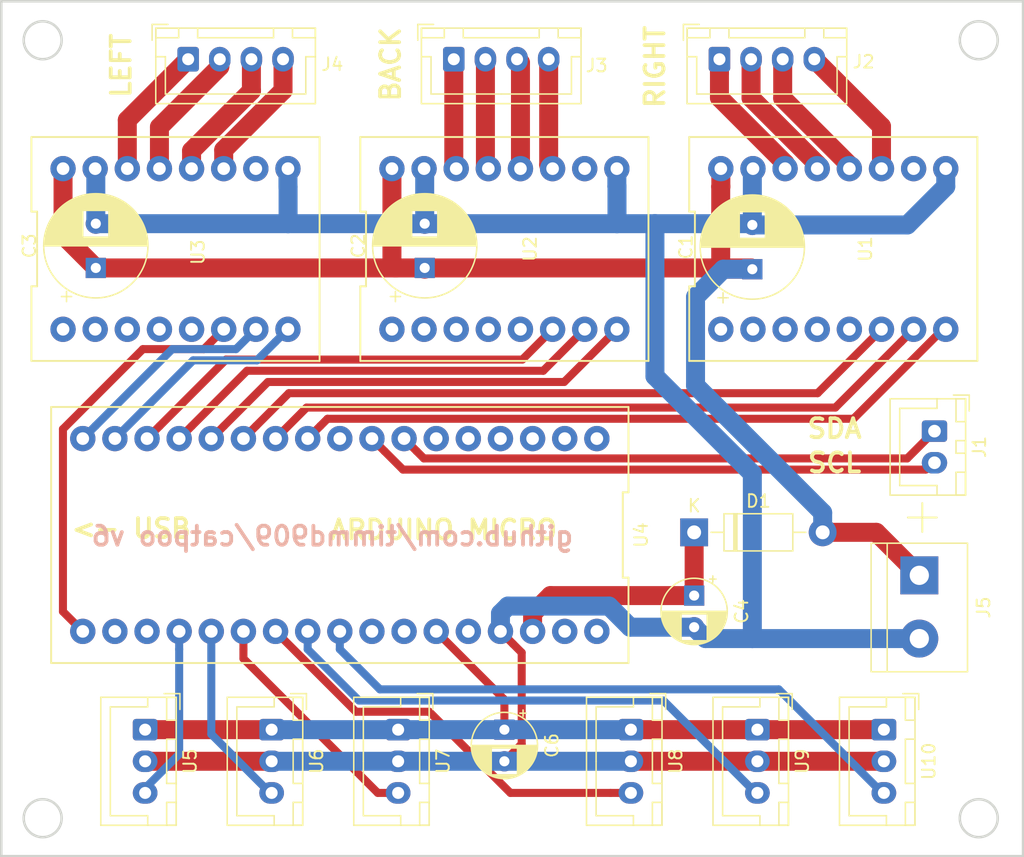
<source format=kicad_pcb>
(kicad_pcb (version 20171130) (host pcbnew 5.0.2-bee76a0~70~ubuntu18.04.1)

  (general
    (thickness 1.6)
    (drawings 16)
    (tracks 182)
    (zones 0)
    (modules 21)
    (nets 34)
  )

  (page USLetter)
  (title_block
    (title "CATPOO HAT")
    (rev v01)
    (comment 4 "Author: Tim Doerzbacher")
  )

  (layers
    (0 F.Cu signal)
    (31 B.Cu signal)
    (32 B.Adhes user hide)
    (33 F.Adhes user hide)
    (34 B.Paste user)
    (35 F.Paste user hide)
    (36 B.SilkS user)
    (37 F.SilkS user)
    (38 B.Mask user)
    (39 F.Mask user)
    (40 Dwgs.User user hide)
    (41 Cmts.User user hide)
    (42 Eco1.User user hide)
    (43 Eco2.User user hide)
    (44 Edge.Cuts user)
    (45 Margin user hide)
    (46 B.CrtYd user hide)
    (47 F.CrtYd user hide)
    (48 B.Fab user hide)
    (49 F.Fab user hide)
  )

  (setup
    (last_trace_width 0.635)
    (user_trace_width 1.5)
    (trace_clearance 0.25)
    (zone_clearance 0.5)
    (zone_45_only no)
    (trace_min 0.2)
    (segment_width 0.2)
    (edge_width 0.2)
    (via_size 0.762)
    (via_drill 0.381)
    (via_min_size 0.6858)
    (via_min_drill 0.3302)
    (uvia_size 0.762)
    (uvia_drill 0.381)
    (uvias_allowed no)
    (uvia_min_size 0.2)
    (uvia_min_drill 0.1)
    (pcb_text_width 0.3)
    (pcb_text_size 1.5 1.5)
    (mod_edge_width 0.15)
    (mod_text_size 1 1)
    (mod_text_width 0.15)
    (pad_size 1.5 1.5)
    (pad_drill 0.6)
    (pad_to_mask_clearance 0.0508)
    (solder_mask_min_width 0.25)
    (aux_axis_origin 0 0)
    (grid_origin 30 40)
    (visible_elements FFFFFF7F)
    (pcbplotparams
      (layerselection 0x010fc_ffffffff)
      (usegerberextensions false)
      (usegerberattributes false)
      (usegerberadvancedattributes false)
      (creategerberjobfile false)
      (excludeedgelayer true)
      (linewidth 0.100000)
      (plotframeref false)
      (viasonmask false)
      (mode 1)
      (useauxorigin false)
      (hpglpennumber 1)
      (hpglpenspeed 20)
      (hpglpendiameter 15.000000)
      (psnegative false)
      (psa4output false)
      (plotreference true)
      (plotvalue true)
      (plotinvisibletext false)
      (padsonsilk false)
      (subtractmaskfromsilk false)
      (outputformat 1)
      (mirror false)
      (drillshape 1)
      (scaleselection 1)
      (outputdirectory ""))
  )

  (net 0 "")
  (net 1 MOTOR_GND)
  (net 2 MOTOR_VIN)
  (net 3 "Net-(J4-Pad1)")
  (net 4 "Net-(J4-Pad2)")
  (net 5 "Net-(J4-Pad3)")
  (net 6 "Net-(J4-Pad4)")
  (net 7 "Net-(J2-Pad1)")
  (net 8 "Net-(J2-Pad2)")
  (net 9 "Net-(J2-Pad3)")
  (net 10 "Net-(J2-Pad4)")
  (net 11 "Net-(J3-Pad4)")
  (net 12 "Net-(J3-Pad3)")
  (net 13 "Net-(J3-Pad2)")
  (net 14 "Net-(J3-Pad1)")
  (net 15 /SLEEP1)
  (net 16 /STEP1)
  (net 17 /DIR1)
  (net 18 /SLEEP2)
  (net 19 /STEP2)
  (net 20 /DIR2)
  (net 21 /DIR3)
  (net 22 /STEP3)
  (net 23 /SLEEP3)
  (net 24 /SIG6)
  (net 25 /SIG5)
  (net 26 /SIG4)
  (net 27 /SIG3)
  (net 28 /SIG2)
  (net 29 /SIG1)
  (net 30 /5V)
  (net 31 "Net-(C4-Pad1)")
  (net 32 "Net-(J1-Pad1)")
  (net 33 "Net-(J1-Pad2)")

  (net_class Default "This is the default net class."
    (clearance 0.25)
    (trace_width 0.635)
    (via_dia 0.762)
    (via_drill 0.381)
    (uvia_dia 0.762)
    (uvia_drill 0.381)
    (add_net /5V)
    (add_net /DIR1)
    (add_net /DIR2)
    (add_net /DIR3)
    (add_net /SIG1)
    (add_net /SIG2)
    (add_net /SIG3)
    (add_net /SIG4)
    (add_net /SIG5)
    (add_net /SIG6)
    (add_net /SLEEP1)
    (add_net /SLEEP2)
    (add_net /SLEEP3)
    (add_net /STEP1)
    (add_net /STEP2)
    (add_net /STEP3)
    (add_net MOTOR_GND)
    (add_net MOTOR_VIN)
    (add_net "Net-(C4-Pad1)")
    (add_net "Net-(J1-Pad1)")
    (add_net "Net-(J1-Pad2)")
    (add_net "Net-(J2-Pad1)")
    (add_net "Net-(J2-Pad2)")
    (add_net "Net-(J2-Pad3)")
    (add_net "Net-(J2-Pad4)")
    (add_net "Net-(J3-Pad1)")
    (add_net "Net-(J3-Pad2)")
    (add_net "Net-(J3-Pad3)")
    (add_net "Net-(J3-Pad4)")
    (add_net "Net-(J4-Pad1)")
    (add_net "Net-(J4-Pad2)")
    (add_net "Net-(J4-Pad3)")
    (add_net "Net-(J4-Pad4)")
  )

  (module Connector_JST:JST_XH_B03B-XH-A_1x03_P2.50mm_Vertical (layer F.Cu) (tedit 5B7754C5) (tstamp 5C7CB3B7)
    (at 41.6 100 270)
    (descr "JST XH series connector, B03B-XH-A (http://www.jst-mfg.com/product/pdf/eng/eXH.pdf), generated with kicad-footprint-generator")
    (tags "connector JST XH side entry")
    (path /5C6A22F3)
    (fp_text reference U5 (at 2.5 -3.55 270) (layer F.SilkS)
      (effects (font (size 1 1) (thickness 0.15)))
    )
    (fp_text value SHARP_GP2Y0A21YK0F (at 2.5 4.6 270) (layer F.Fab)
      (effects (font (size 1 1) (thickness 0.15)))
    )
    (fp_text user %R (at 2.5 2.7 270) (layer F.Fab)
      (effects (font (size 1 1) (thickness 0.15)))
    )
    (fp_line (start -2.85 -2.75) (end -2.85 -1.5) (layer F.SilkS) (width 0.12))
    (fp_line (start -1.6 -2.75) (end -2.85 -2.75) (layer F.SilkS) (width 0.12))
    (fp_line (start 6.8 2.75) (end 2.5 2.75) (layer F.SilkS) (width 0.12))
    (fp_line (start 6.8 -0.2) (end 6.8 2.75) (layer F.SilkS) (width 0.12))
    (fp_line (start 7.55 -0.2) (end 6.8 -0.2) (layer F.SilkS) (width 0.12))
    (fp_line (start -1.8 2.75) (end 2.5 2.75) (layer F.SilkS) (width 0.12))
    (fp_line (start -1.8 -0.2) (end -1.8 2.75) (layer F.SilkS) (width 0.12))
    (fp_line (start -2.55 -0.2) (end -1.8 -0.2) (layer F.SilkS) (width 0.12))
    (fp_line (start 7.55 -2.45) (end 5.75 -2.45) (layer F.SilkS) (width 0.12))
    (fp_line (start 7.55 -1.7) (end 7.55 -2.45) (layer F.SilkS) (width 0.12))
    (fp_line (start 5.75 -1.7) (end 7.55 -1.7) (layer F.SilkS) (width 0.12))
    (fp_line (start 5.75 -2.45) (end 5.75 -1.7) (layer F.SilkS) (width 0.12))
    (fp_line (start -0.75 -2.45) (end -2.55 -2.45) (layer F.SilkS) (width 0.12))
    (fp_line (start -0.75 -1.7) (end -0.75 -2.45) (layer F.SilkS) (width 0.12))
    (fp_line (start -2.55 -1.7) (end -0.75 -1.7) (layer F.SilkS) (width 0.12))
    (fp_line (start -2.55 -2.45) (end -2.55 -1.7) (layer F.SilkS) (width 0.12))
    (fp_line (start 4.25 -2.45) (end 0.75 -2.45) (layer F.SilkS) (width 0.12))
    (fp_line (start 4.25 -1.7) (end 4.25 -2.45) (layer F.SilkS) (width 0.12))
    (fp_line (start 0.75 -1.7) (end 4.25 -1.7) (layer F.SilkS) (width 0.12))
    (fp_line (start 0.75 -2.45) (end 0.75 -1.7) (layer F.SilkS) (width 0.12))
    (fp_line (start 0 -1.35) (end 0.625 -2.35) (layer F.Fab) (width 0.1))
    (fp_line (start -0.625 -2.35) (end 0 -1.35) (layer F.Fab) (width 0.1))
    (fp_line (start 7.95 -2.85) (end -2.95 -2.85) (layer F.CrtYd) (width 0.05))
    (fp_line (start 7.95 3.9) (end 7.95 -2.85) (layer F.CrtYd) (width 0.05))
    (fp_line (start -2.95 3.9) (end 7.95 3.9) (layer F.CrtYd) (width 0.05))
    (fp_line (start -2.95 -2.85) (end -2.95 3.9) (layer F.CrtYd) (width 0.05))
    (fp_line (start 7.56 -2.46) (end -2.56 -2.46) (layer F.SilkS) (width 0.12))
    (fp_line (start 7.56 3.51) (end 7.56 -2.46) (layer F.SilkS) (width 0.12))
    (fp_line (start -2.56 3.51) (end 7.56 3.51) (layer F.SilkS) (width 0.12))
    (fp_line (start -2.56 -2.46) (end -2.56 3.51) (layer F.SilkS) (width 0.12))
    (fp_line (start 7.45 -2.35) (end -2.45 -2.35) (layer F.Fab) (width 0.1))
    (fp_line (start 7.45 3.4) (end 7.45 -2.35) (layer F.Fab) (width 0.1))
    (fp_line (start -2.45 3.4) (end 7.45 3.4) (layer F.Fab) (width 0.1))
    (fp_line (start -2.45 -2.35) (end -2.45 3.4) (layer F.Fab) (width 0.1))
    (pad 3 thru_hole oval (at 5 0 270) (size 1.7 1.95) (drill 0.95) (layers *.Cu *.Mask)
      (net 29 /SIG1))
    (pad 2 thru_hole oval (at 2.5 0 270) (size 1.7 1.95) (drill 0.95) (layers *.Cu *.Mask)
      (net 1 MOTOR_GND))
    (pad 1 thru_hole roundrect (at 0 0 270) (size 1.7 1.95) (drill 0.95) (layers *.Cu *.Mask) (roundrect_rratio 0.147059)
      (net 30 /5V))
    (model ${KISYS3DMOD}/Connector_JST.3dshapes/JST_XH_B03B-XH-A_1x03_P2.50mm_Vertical.wrl
      (at (xyz 0 0 0))
      (scale (xyz 1 1 1))
      (rotate (xyz 0 0 0))
    )
  )

  (module Capacitor_THT:CP_Radial_D8.0mm_P3.50mm (layer F.Cu) (tedit 5AE50EF0) (tstamp 5C7CB23E)
    (at 37.7 63.5 90)
    (descr "CP, Radial series, Radial, pin pitch=3.50mm, , diameter=8mm, Electrolytic Capacitor")
    (tags "CP Radial series Radial pin pitch 3.50mm  diameter 8mm Electrolytic Capacitor")
    (path /5C837FE6)
    (fp_text reference C3 (at 1.75 -5.25 90) (layer F.SilkS)
      (effects (font (size 1 1) (thickness 0.15)))
    )
    (fp_text value CP2 (at 1.75 5.25 90) (layer F.Fab)
      (effects (font (size 1 1) (thickness 0.15)))
    )
    (fp_text user %R (at 1.75 0 90) (layer F.Fab)
      (effects (font (size 1 1) (thickness 0.15)))
    )
    (fp_line (start -2.259698 -2.715) (end -2.259698 -1.915) (layer F.SilkS) (width 0.12))
    (fp_line (start -2.659698 -2.315) (end -1.859698 -2.315) (layer F.SilkS) (width 0.12))
    (fp_line (start 5.831 -0.533) (end 5.831 0.533) (layer F.SilkS) (width 0.12))
    (fp_line (start 5.791 -0.768) (end 5.791 0.768) (layer F.SilkS) (width 0.12))
    (fp_line (start 5.751 -0.948) (end 5.751 0.948) (layer F.SilkS) (width 0.12))
    (fp_line (start 5.711 -1.098) (end 5.711 1.098) (layer F.SilkS) (width 0.12))
    (fp_line (start 5.671 -1.229) (end 5.671 1.229) (layer F.SilkS) (width 0.12))
    (fp_line (start 5.631 -1.346) (end 5.631 1.346) (layer F.SilkS) (width 0.12))
    (fp_line (start 5.591 -1.453) (end 5.591 1.453) (layer F.SilkS) (width 0.12))
    (fp_line (start 5.551 -1.552) (end 5.551 1.552) (layer F.SilkS) (width 0.12))
    (fp_line (start 5.511 -1.645) (end 5.511 1.645) (layer F.SilkS) (width 0.12))
    (fp_line (start 5.471 -1.731) (end 5.471 1.731) (layer F.SilkS) (width 0.12))
    (fp_line (start 5.431 -1.813) (end 5.431 1.813) (layer F.SilkS) (width 0.12))
    (fp_line (start 5.391 -1.89) (end 5.391 1.89) (layer F.SilkS) (width 0.12))
    (fp_line (start 5.351 -1.964) (end 5.351 1.964) (layer F.SilkS) (width 0.12))
    (fp_line (start 5.311 -2.034) (end 5.311 2.034) (layer F.SilkS) (width 0.12))
    (fp_line (start 5.271 -2.102) (end 5.271 2.102) (layer F.SilkS) (width 0.12))
    (fp_line (start 5.231 -2.166) (end 5.231 2.166) (layer F.SilkS) (width 0.12))
    (fp_line (start 5.191 -2.228) (end 5.191 2.228) (layer F.SilkS) (width 0.12))
    (fp_line (start 5.151 -2.287) (end 5.151 2.287) (layer F.SilkS) (width 0.12))
    (fp_line (start 5.111 -2.345) (end 5.111 2.345) (layer F.SilkS) (width 0.12))
    (fp_line (start 5.071 -2.4) (end 5.071 2.4) (layer F.SilkS) (width 0.12))
    (fp_line (start 5.031 -2.454) (end 5.031 2.454) (layer F.SilkS) (width 0.12))
    (fp_line (start 4.991 -2.505) (end 4.991 2.505) (layer F.SilkS) (width 0.12))
    (fp_line (start 4.951 -2.556) (end 4.951 2.556) (layer F.SilkS) (width 0.12))
    (fp_line (start 4.911 -2.604) (end 4.911 2.604) (layer F.SilkS) (width 0.12))
    (fp_line (start 4.871 -2.651) (end 4.871 2.651) (layer F.SilkS) (width 0.12))
    (fp_line (start 4.831 -2.697) (end 4.831 2.697) (layer F.SilkS) (width 0.12))
    (fp_line (start 4.791 -2.741) (end 4.791 2.741) (layer F.SilkS) (width 0.12))
    (fp_line (start 4.751 -2.784) (end 4.751 2.784) (layer F.SilkS) (width 0.12))
    (fp_line (start 4.711 -2.826) (end 4.711 2.826) (layer F.SilkS) (width 0.12))
    (fp_line (start 4.671 -2.867) (end 4.671 2.867) (layer F.SilkS) (width 0.12))
    (fp_line (start 4.631 -2.907) (end 4.631 2.907) (layer F.SilkS) (width 0.12))
    (fp_line (start 4.591 -2.945) (end 4.591 2.945) (layer F.SilkS) (width 0.12))
    (fp_line (start 4.551 -2.983) (end 4.551 2.983) (layer F.SilkS) (width 0.12))
    (fp_line (start 4.511 1.04) (end 4.511 3.019) (layer F.SilkS) (width 0.12))
    (fp_line (start 4.511 -3.019) (end 4.511 -1.04) (layer F.SilkS) (width 0.12))
    (fp_line (start 4.471 1.04) (end 4.471 3.055) (layer F.SilkS) (width 0.12))
    (fp_line (start 4.471 -3.055) (end 4.471 -1.04) (layer F.SilkS) (width 0.12))
    (fp_line (start 4.431 1.04) (end 4.431 3.09) (layer F.SilkS) (width 0.12))
    (fp_line (start 4.431 -3.09) (end 4.431 -1.04) (layer F.SilkS) (width 0.12))
    (fp_line (start 4.391 1.04) (end 4.391 3.124) (layer F.SilkS) (width 0.12))
    (fp_line (start 4.391 -3.124) (end 4.391 -1.04) (layer F.SilkS) (width 0.12))
    (fp_line (start 4.351 1.04) (end 4.351 3.156) (layer F.SilkS) (width 0.12))
    (fp_line (start 4.351 -3.156) (end 4.351 -1.04) (layer F.SilkS) (width 0.12))
    (fp_line (start 4.311 1.04) (end 4.311 3.189) (layer F.SilkS) (width 0.12))
    (fp_line (start 4.311 -3.189) (end 4.311 -1.04) (layer F.SilkS) (width 0.12))
    (fp_line (start 4.271 1.04) (end 4.271 3.22) (layer F.SilkS) (width 0.12))
    (fp_line (start 4.271 -3.22) (end 4.271 -1.04) (layer F.SilkS) (width 0.12))
    (fp_line (start 4.231 1.04) (end 4.231 3.25) (layer F.SilkS) (width 0.12))
    (fp_line (start 4.231 -3.25) (end 4.231 -1.04) (layer F.SilkS) (width 0.12))
    (fp_line (start 4.191 1.04) (end 4.191 3.28) (layer F.SilkS) (width 0.12))
    (fp_line (start 4.191 -3.28) (end 4.191 -1.04) (layer F.SilkS) (width 0.12))
    (fp_line (start 4.151 1.04) (end 4.151 3.309) (layer F.SilkS) (width 0.12))
    (fp_line (start 4.151 -3.309) (end 4.151 -1.04) (layer F.SilkS) (width 0.12))
    (fp_line (start 4.111 1.04) (end 4.111 3.338) (layer F.SilkS) (width 0.12))
    (fp_line (start 4.111 -3.338) (end 4.111 -1.04) (layer F.SilkS) (width 0.12))
    (fp_line (start 4.071 1.04) (end 4.071 3.365) (layer F.SilkS) (width 0.12))
    (fp_line (start 4.071 -3.365) (end 4.071 -1.04) (layer F.SilkS) (width 0.12))
    (fp_line (start 4.031 1.04) (end 4.031 3.392) (layer F.SilkS) (width 0.12))
    (fp_line (start 4.031 -3.392) (end 4.031 -1.04) (layer F.SilkS) (width 0.12))
    (fp_line (start 3.991 1.04) (end 3.991 3.418) (layer F.SilkS) (width 0.12))
    (fp_line (start 3.991 -3.418) (end 3.991 -1.04) (layer F.SilkS) (width 0.12))
    (fp_line (start 3.951 1.04) (end 3.951 3.444) (layer F.SilkS) (width 0.12))
    (fp_line (start 3.951 -3.444) (end 3.951 -1.04) (layer F.SilkS) (width 0.12))
    (fp_line (start 3.911 1.04) (end 3.911 3.469) (layer F.SilkS) (width 0.12))
    (fp_line (start 3.911 -3.469) (end 3.911 -1.04) (layer F.SilkS) (width 0.12))
    (fp_line (start 3.871 1.04) (end 3.871 3.493) (layer F.SilkS) (width 0.12))
    (fp_line (start 3.871 -3.493) (end 3.871 -1.04) (layer F.SilkS) (width 0.12))
    (fp_line (start 3.831 1.04) (end 3.831 3.517) (layer F.SilkS) (width 0.12))
    (fp_line (start 3.831 -3.517) (end 3.831 -1.04) (layer F.SilkS) (width 0.12))
    (fp_line (start 3.791 1.04) (end 3.791 3.54) (layer F.SilkS) (width 0.12))
    (fp_line (start 3.791 -3.54) (end 3.791 -1.04) (layer F.SilkS) (width 0.12))
    (fp_line (start 3.751 1.04) (end 3.751 3.562) (layer F.SilkS) (width 0.12))
    (fp_line (start 3.751 -3.562) (end 3.751 -1.04) (layer F.SilkS) (width 0.12))
    (fp_line (start 3.711 1.04) (end 3.711 3.584) (layer F.SilkS) (width 0.12))
    (fp_line (start 3.711 -3.584) (end 3.711 -1.04) (layer F.SilkS) (width 0.12))
    (fp_line (start 3.671 1.04) (end 3.671 3.606) (layer F.SilkS) (width 0.12))
    (fp_line (start 3.671 -3.606) (end 3.671 -1.04) (layer F.SilkS) (width 0.12))
    (fp_line (start 3.631 1.04) (end 3.631 3.627) (layer F.SilkS) (width 0.12))
    (fp_line (start 3.631 -3.627) (end 3.631 -1.04) (layer F.SilkS) (width 0.12))
    (fp_line (start 3.591 1.04) (end 3.591 3.647) (layer F.SilkS) (width 0.12))
    (fp_line (start 3.591 -3.647) (end 3.591 -1.04) (layer F.SilkS) (width 0.12))
    (fp_line (start 3.551 1.04) (end 3.551 3.666) (layer F.SilkS) (width 0.12))
    (fp_line (start 3.551 -3.666) (end 3.551 -1.04) (layer F.SilkS) (width 0.12))
    (fp_line (start 3.511 1.04) (end 3.511 3.686) (layer F.SilkS) (width 0.12))
    (fp_line (start 3.511 -3.686) (end 3.511 -1.04) (layer F.SilkS) (width 0.12))
    (fp_line (start 3.471 1.04) (end 3.471 3.704) (layer F.SilkS) (width 0.12))
    (fp_line (start 3.471 -3.704) (end 3.471 -1.04) (layer F.SilkS) (width 0.12))
    (fp_line (start 3.431 1.04) (end 3.431 3.722) (layer F.SilkS) (width 0.12))
    (fp_line (start 3.431 -3.722) (end 3.431 -1.04) (layer F.SilkS) (width 0.12))
    (fp_line (start 3.391 1.04) (end 3.391 3.74) (layer F.SilkS) (width 0.12))
    (fp_line (start 3.391 -3.74) (end 3.391 -1.04) (layer F.SilkS) (width 0.12))
    (fp_line (start 3.351 1.04) (end 3.351 3.757) (layer F.SilkS) (width 0.12))
    (fp_line (start 3.351 -3.757) (end 3.351 -1.04) (layer F.SilkS) (width 0.12))
    (fp_line (start 3.311 1.04) (end 3.311 3.774) (layer F.SilkS) (width 0.12))
    (fp_line (start 3.311 -3.774) (end 3.311 -1.04) (layer F.SilkS) (width 0.12))
    (fp_line (start 3.271 1.04) (end 3.271 3.79) (layer F.SilkS) (width 0.12))
    (fp_line (start 3.271 -3.79) (end 3.271 -1.04) (layer F.SilkS) (width 0.12))
    (fp_line (start 3.231 1.04) (end 3.231 3.805) (layer F.SilkS) (width 0.12))
    (fp_line (start 3.231 -3.805) (end 3.231 -1.04) (layer F.SilkS) (width 0.12))
    (fp_line (start 3.191 1.04) (end 3.191 3.821) (layer F.SilkS) (width 0.12))
    (fp_line (start 3.191 -3.821) (end 3.191 -1.04) (layer F.SilkS) (width 0.12))
    (fp_line (start 3.151 1.04) (end 3.151 3.835) (layer F.SilkS) (width 0.12))
    (fp_line (start 3.151 -3.835) (end 3.151 -1.04) (layer F.SilkS) (width 0.12))
    (fp_line (start 3.111 1.04) (end 3.111 3.85) (layer F.SilkS) (width 0.12))
    (fp_line (start 3.111 -3.85) (end 3.111 -1.04) (layer F.SilkS) (width 0.12))
    (fp_line (start 3.071 1.04) (end 3.071 3.863) (layer F.SilkS) (width 0.12))
    (fp_line (start 3.071 -3.863) (end 3.071 -1.04) (layer F.SilkS) (width 0.12))
    (fp_line (start 3.031 1.04) (end 3.031 3.877) (layer F.SilkS) (width 0.12))
    (fp_line (start 3.031 -3.877) (end 3.031 -1.04) (layer F.SilkS) (width 0.12))
    (fp_line (start 2.991 1.04) (end 2.991 3.889) (layer F.SilkS) (width 0.12))
    (fp_line (start 2.991 -3.889) (end 2.991 -1.04) (layer F.SilkS) (width 0.12))
    (fp_line (start 2.951 1.04) (end 2.951 3.902) (layer F.SilkS) (width 0.12))
    (fp_line (start 2.951 -3.902) (end 2.951 -1.04) (layer F.SilkS) (width 0.12))
    (fp_line (start 2.911 1.04) (end 2.911 3.914) (layer F.SilkS) (width 0.12))
    (fp_line (start 2.911 -3.914) (end 2.911 -1.04) (layer F.SilkS) (width 0.12))
    (fp_line (start 2.871 1.04) (end 2.871 3.925) (layer F.SilkS) (width 0.12))
    (fp_line (start 2.871 -3.925) (end 2.871 -1.04) (layer F.SilkS) (width 0.12))
    (fp_line (start 2.831 1.04) (end 2.831 3.936) (layer F.SilkS) (width 0.12))
    (fp_line (start 2.831 -3.936) (end 2.831 -1.04) (layer F.SilkS) (width 0.12))
    (fp_line (start 2.791 1.04) (end 2.791 3.947) (layer F.SilkS) (width 0.12))
    (fp_line (start 2.791 -3.947) (end 2.791 -1.04) (layer F.SilkS) (width 0.12))
    (fp_line (start 2.751 1.04) (end 2.751 3.957) (layer F.SilkS) (width 0.12))
    (fp_line (start 2.751 -3.957) (end 2.751 -1.04) (layer F.SilkS) (width 0.12))
    (fp_line (start 2.711 1.04) (end 2.711 3.967) (layer F.SilkS) (width 0.12))
    (fp_line (start 2.711 -3.967) (end 2.711 -1.04) (layer F.SilkS) (width 0.12))
    (fp_line (start 2.671 1.04) (end 2.671 3.976) (layer F.SilkS) (width 0.12))
    (fp_line (start 2.671 -3.976) (end 2.671 -1.04) (layer F.SilkS) (width 0.12))
    (fp_line (start 2.631 1.04) (end 2.631 3.985) (layer F.SilkS) (width 0.12))
    (fp_line (start 2.631 -3.985) (end 2.631 -1.04) (layer F.SilkS) (width 0.12))
    (fp_line (start 2.591 1.04) (end 2.591 3.994) (layer F.SilkS) (width 0.12))
    (fp_line (start 2.591 -3.994) (end 2.591 -1.04) (layer F.SilkS) (width 0.12))
    (fp_line (start 2.551 1.04) (end 2.551 4.002) (layer F.SilkS) (width 0.12))
    (fp_line (start 2.551 -4.002) (end 2.551 -1.04) (layer F.SilkS) (width 0.12))
    (fp_line (start 2.511 1.04) (end 2.511 4.01) (layer F.SilkS) (width 0.12))
    (fp_line (start 2.511 -4.01) (end 2.511 -1.04) (layer F.SilkS) (width 0.12))
    (fp_line (start 2.471 1.04) (end 2.471 4.017) (layer F.SilkS) (width 0.12))
    (fp_line (start 2.471 -4.017) (end 2.471 -1.04) (layer F.SilkS) (width 0.12))
    (fp_line (start 2.43 -4.024) (end 2.43 4.024) (layer F.SilkS) (width 0.12))
    (fp_line (start 2.39 -4.03) (end 2.39 4.03) (layer F.SilkS) (width 0.12))
    (fp_line (start 2.35 -4.037) (end 2.35 4.037) (layer F.SilkS) (width 0.12))
    (fp_line (start 2.31 -4.042) (end 2.31 4.042) (layer F.SilkS) (width 0.12))
    (fp_line (start 2.27 -4.048) (end 2.27 4.048) (layer F.SilkS) (width 0.12))
    (fp_line (start 2.23 -4.052) (end 2.23 4.052) (layer F.SilkS) (width 0.12))
    (fp_line (start 2.19 -4.057) (end 2.19 4.057) (layer F.SilkS) (width 0.12))
    (fp_line (start 2.15 -4.061) (end 2.15 4.061) (layer F.SilkS) (width 0.12))
    (fp_line (start 2.11 -4.065) (end 2.11 4.065) (layer F.SilkS) (width 0.12))
    (fp_line (start 2.07 -4.068) (end 2.07 4.068) (layer F.SilkS) (width 0.12))
    (fp_line (start 2.03 -4.071) (end 2.03 4.071) (layer F.SilkS) (width 0.12))
    (fp_line (start 1.99 -4.074) (end 1.99 4.074) (layer F.SilkS) (width 0.12))
    (fp_line (start 1.95 -4.076) (end 1.95 4.076) (layer F.SilkS) (width 0.12))
    (fp_line (start 1.91 -4.077) (end 1.91 4.077) (layer F.SilkS) (width 0.12))
    (fp_line (start 1.87 -4.079) (end 1.87 4.079) (layer F.SilkS) (width 0.12))
    (fp_line (start 1.83 -4.08) (end 1.83 4.08) (layer F.SilkS) (width 0.12))
    (fp_line (start 1.79 -4.08) (end 1.79 4.08) (layer F.SilkS) (width 0.12))
    (fp_line (start 1.75 -4.08) (end 1.75 4.08) (layer F.SilkS) (width 0.12))
    (fp_line (start -1.276759 -2.1475) (end -1.276759 -1.3475) (layer F.Fab) (width 0.1))
    (fp_line (start -1.676759 -1.7475) (end -0.876759 -1.7475) (layer F.Fab) (width 0.1))
    (fp_circle (center 1.75 0) (end 6 0) (layer F.CrtYd) (width 0.05))
    (fp_circle (center 1.75 0) (end 5.87 0) (layer F.SilkS) (width 0.12))
    (fp_circle (center 1.75 0) (end 5.75 0) (layer F.Fab) (width 0.1))
    (pad 2 thru_hole circle (at 3.5 0 90) (size 1.6 1.6) (drill 0.8) (layers *.Cu *.Mask)
      (net 1 MOTOR_GND))
    (pad 1 thru_hole rect (at 0 0 90) (size 1.6 1.6) (drill 0.8) (layers *.Cu *.Mask)
      (net 2 MOTOR_VIN))
    (model ${KISYS3DMOD}/Capacitor_THT.3dshapes/CP_Radial_D8.0mm_P3.50mm.wrl
      (at (xyz 0 0 0))
      (scale (xyz 1 1 1))
      (rotate (xyz 0 0 0))
    )
  )

  (module CATPOO:DRV8834 (layer F.Cu) (tedit 0) (tstamp 5C9C39BC)
    (at 96 62)
    (path /5C6A1BE1)
    (fp_text reference U1 (at 2.54 0 90) (layer F.SilkS)
      (effects (font (size 1 1) (thickness 0.15)))
    )
    (fp_text value DRV8834_CARRIER (at -0.254 -10.668) (layer F.Fab)
      (effects (font (size 1 1) (thickness 0.15)))
    )
    (fp_line (start -11.39 8.85) (end 11.39 8.85) (layer F.SilkS) (width 0.15))
    (fp_line (start 11.39 8.85) (end 11.39 -8.85) (layer F.SilkS) (width 0.15))
    (fp_line (start 11.39 -8.85) (end -11.39 -8.85) (layer F.SilkS) (width 0.15))
    (fp_line (start -11.39 -8.85) (end -11.39 -2.95) (layer F.SilkS) (width 0.15))
    (fp_line (start -11.39 -2.95) (end -10.94 -2.95) (layer F.SilkS) (width 0.15))
    (fp_line (start -10.94 -2.95) (end -10.94 2.949999) (layer F.SilkS) (width 0.15))
    (fp_line (start -10.94 2.949999) (end -11.39 2.949999) (layer F.SilkS) (width 0.15))
    (fp_line (start -11.39 2.949999) (end -11.39 8.85) (layer F.SilkS) (width 0.15))
    (fp_line (start -11.55 -9) (end 11.55 -9) (layer F.CrtYd) (width 0.05))
    (fp_line (start 11.55 -9) (end 11.55 9) (layer F.CrtYd) (width 0.05))
    (fp_line (start 11.55 9) (end -11.55 9) (layer F.CrtYd) (width 0.05))
    (fp_line (start -11.55 9) (end -11.55 -9) (layer F.CrtYd) (width 0.05))
    (pad 16 thru_hole circle (at -8.89 -6.35) (size 2 2) (drill 1) (layers *.Cu *.Mask)
      (net 2 MOTOR_VIN))
    (pad 1 thru_hole circle (at -8.89 6.35) (size 2 2) (drill 1) (layers *.Cu *.Mask))
    (pad 15 thru_hole circle (at -6.35 -6.35) (size 2 2) (drill 1) (layers *.Cu *.Mask)
      (net 1 MOTOR_GND))
    (pad 2 thru_hole circle (at -6.35 6.35) (size 2 2) (drill 1) (layers *.Cu *.Mask))
    (pad 14 thru_hole circle (at -3.81 -6.35) (size 2 2) (drill 1) (layers *.Cu *.Mask)
      (net 7 "Net-(J2-Pad1)"))
    (pad 3 thru_hole circle (at -3.81 6.35) (size 2 2) (drill 1) (layers *.Cu *.Mask))
    (pad 13 thru_hole circle (at -1.27 -6.35) (size 2 2) (drill 1) (layers *.Cu *.Mask)
      (net 8 "Net-(J2-Pad2)"))
    (pad 4 thru_hole circle (at -1.27 6.35) (size 2 2) (drill 1) (layers *.Cu *.Mask))
    (pad 12 thru_hole circle (at 1.27 -6.35) (size 2 2) (drill 1) (layers *.Cu *.Mask)
      (net 9 "Net-(J2-Pad3)"))
    (pad 5 thru_hole circle (at 1.27 6.35) (size 2 2) (drill 1) (layers *.Cu *.Mask))
    (pad 11 thru_hole circle (at 3.81 -6.35) (size 2 2) (drill 1) (layers *.Cu *.Mask)
      (net 10 "Net-(J2-Pad4)"))
    (pad 6 thru_hole circle (at 3.81 6.35) (size 2 2) (drill 1) (layers *.Cu *.Mask)
      (net 15 /SLEEP1))
    (pad 10 thru_hole circle (at 6.35 -6.35) (size 2 2) (drill 1) (layers *.Cu *.Mask))
    (pad 7 thru_hole circle (at 6.35 6.35) (size 2 2) (drill 1) (layers *.Cu *.Mask)
      (net 16 /STEP1))
    (pad 9 thru_hole circle (at 8.89 -6.35) (size 2 2) (drill 1) (layers *.Cu *.Mask)
      (net 1 MOTOR_GND))
    (pad 8 thru_hole circle (at 8.89 6.35) (size 2 2) (drill 1) (layers *.Cu *.Mask)
      (net 17 /DIR1))
  )

  (module CATPOO:ARDUINO_MICRO (layer F.Cu) (tedit 0) (tstamp 5C7CBA55)
    (at 56.989613 84.610326 180)
    (path /5C870C59)
    (fp_text reference U4 (at -23.82 0 -90) (layer F.SilkS)
      (effects (font (size 1 1) (thickness 0.15)))
    )
    (fp_text value ARDUINO_MICRO (at 0 0 180) (layer F.Fab)
      (effects (font (size 1 1) (thickness 0.15)))
    )
    (fp_line (start -22.82 10.119999) (end 22.82 10.12) (layer F.SilkS) (width 0.15))
    (fp_line (start 22.82 10.12) (end 22.82 -10.119999) (layer F.SilkS) (width 0.15))
    (fp_line (start 22.82 -10.119999) (end -22.82 -10.12) (layer F.SilkS) (width 0.15))
    (fp_line (start -22.82 -10.12) (end -22.82 -3.373333) (layer F.SilkS) (width 0.15))
    (fp_line (start -22.82 -3.373333) (end -22.37 -3.373333) (layer F.SilkS) (width 0.15))
    (fp_line (start -22.37 -3.373333) (end -22.37 3.373333) (layer F.SilkS) (width 0.15))
    (fp_line (start -22.37 3.373333) (end -22.82 3.373333) (layer F.SilkS) (width 0.15))
    (fp_line (start -22.82 3.373333) (end -22.82 10.119999) (layer F.SilkS) (width 0.15))
    (fp_line (start -22.95 -10.25) (end 22.95 -10.25) (layer F.CrtYd) (width 0.05))
    (fp_line (start 22.95 -10.25) (end 22.95 10.25) (layer F.CrtYd) (width 0.05))
    (fp_line (start 22.95 10.25) (end -22.95 10.25) (layer F.CrtYd) (width 0.05))
    (fp_line (start -22.95 10.25) (end -22.95 -10.25) (layer F.CrtYd) (width 0.05))
    (pad 34 thru_hole circle (at -20.32 -7.62 180) (size 2 2) (drill 1) (layers *.Cu *.Mask))
    (pad 1 thru_hole circle (at -20.32 7.62 180) (size 2 2) (drill 1) (layers *.Cu *.Mask))
    (pad 33 thru_hole circle (at -17.78 -7.62 180) (size 2 2) (drill 1) (layers *.Cu *.Mask))
    (pad 2 thru_hole circle (at -17.78 7.62 180) (size 2 2) (drill 1) (layers *.Cu *.Mask))
    (pad 32 thru_hole circle (at -15.24 -7.62 180) (size 2 2) (drill 1) (layers *.Cu *.Mask)
      (net 31 "Net-(C4-Pad1)"))
    (pad 3 thru_hole circle (at -15.24 7.62 180) (size 2 2) (drill 1) (layers *.Cu *.Mask))
    (pad 31 thru_hole circle (at -12.7 -7.62 180) (size 2 2) (drill 1) (layers *.Cu *.Mask)
      (net 1 MOTOR_GND))
    (pad 4 thru_hole circle (at -12.7 7.62 180) (size 2 2) (drill 1) (layers *.Cu *.Mask))
    (pad 30 thru_hole circle (at -10.16 -7.62 180) (size 2 2) (drill 1) (layers *.Cu *.Mask))
    (pad 5 thru_hole circle (at -10.16 7.62 180) (size 2 2) (drill 1) (layers *.Cu *.Mask))
    (pad 29 thru_hole circle (at -7.62 -7.62 180) (size 2 2) (drill 1) (layers *.Cu *.Mask)
      (net 30 /5V))
    (pad 6 thru_hole circle (at -7.62 7.62 180) (size 2 2) (drill 1) (layers *.Cu *.Mask))
    (pad 28 thru_hole circle (at -5.08 -7.62 180) (size 2 2) (drill 1) (layers *.Cu *.Mask))
    (pad 7 thru_hole circle (at -5.08 7.62 180) (size 2 2) (drill 1) (layers *.Cu *.Mask)
      (net 32 "Net-(J1-Pad1)"))
    (pad 27 thru_hole circle (at -2.54 -7.62 180) (size 2 2) (drill 1) (layers *.Cu *.Mask))
    (pad 8 thru_hole circle (at -2.54 7.62 180) (size 2 2) (drill 1) (layers *.Cu *.Mask)
      (net 33 "Net-(J1-Pad2)"))
    (pad 26 thru_hole circle (at 0 -7.62 180) (size 2 2) (drill 1) (layers *.Cu *.Mask)
      (net 24 /SIG6))
    (pad 9 thru_hole circle (at 0 7.62 180) (size 2 2) (drill 1) (layers *.Cu *.Mask))
    (pad 25 thru_hole circle (at 2.54 -7.62 180) (size 2 2) (drill 1) (layers *.Cu *.Mask)
      (net 25 /SIG5))
    (pad 10 thru_hole circle (at 2.54 7.62 180) (size 2 2) (drill 1) (layers *.Cu *.Mask)
      (net 17 /DIR1))
    (pad 24 thru_hole circle (at 5.08 -7.62 180) (size 2 2) (drill 1) (layers *.Cu *.Mask)
      (net 26 /SIG4))
    (pad 11 thru_hole circle (at 5.08 7.62 180) (size 2 2) (drill 1) (layers *.Cu *.Mask)
      (net 16 /STEP1))
    (pad 23 thru_hole circle (at 7.62 -7.62 180) (size 2 2) (drill 1) (layers *.Cu *.Mask)
      (net 27 /SIG3))
    (pad 12 thru_hole circle (at 7.62 7.62 180) (size 2 2) (drill 1) (layers *.Cu *.Mask)
      (net 15 /SLEEP1))
    (pad 22 thru_hole circle (at 10.16 -7.62 180) (size 2 2) (drill 1) (layers *.Cu *.Mask)
      (net 28 /SIG2))
    (pad 13 thru_hole circle (at 10.16 7.62 180) (size 2 2) (drill 1) (layers *.Cu *.Mask)
      (net 20 /DIR2))
    (pad 21 thru_hole circle (at 12.7 -7.62 180) (size 2 2) (drill 1) (layers *.Cu *.Mask)
      (net 29 /SIG1))
    (pad 14 thru_hole circle (at 12.7 7.62 180) (size 2 2) (drill 1) (layers *.Cu *.Mask)
      (net 19 /STEP2))
    (pad 20 thru_hole circle (at 15.24 -7.62 180) (size 2 2) (drill 1) (layers *.Cu *.Mask))
    (pad 15 thru_hole circle (at 15.24 7.62 180) (size 2 2) (drill 1) (layers *.Cu *.Mask)
      (net 18 /SLEEP2))
    (pad 19 thru_hole circle (at 17.78 -7.62 180) (size 2 2) (drill 1) (layers *.Cu *.Mask))
    (pad 16 thru_hole circle (at 17.78 7.62 180) (size 2 2) (drill 1) (layers *.Cu *.Mask)
      (net 21 /DIR3))
    (pad 18 thru_hole circle (at 20.32 -7.62 180) (size 2 2) (drill 1) (layers *.Cu *.Mask)
      (net 23 /SLEEP3))
    (pad 17 thru_hole circle (at 20.32 7.62 180) (size 2 2) (drill 1) (layers *.Cu *.Mask)
      (net 22 /STEP3))
  )

  (module Diode_THT:D_DO-41_SOD81_P10.16mm_Horizontal (layer F.Cu) (tedit 5AE50CD5) (tstamp 5CA0C1A1)
    (at 85 84.4)
    (descr "Diode, DO-41_SOD81 series, Axial, Horizontal, pin pitch=10.16mm, , length*diameter=5.2*2.7mm^2, , http://www.diodes.com/_files/packages/DO-41%20(Plastic).pdf")
    (tags "Diode DO-41_SOD81 series Axial Horizontal pin pitch 10.16mm  length 5.2mm diameter 2.7mm")
    (path /5CA06F58)
    (fp_text reference D1 (at 5.08 -2.47) (layer F.SilkS)
      (effects (font (size 1 1) (thickness 0.15)))
    )
    (fp_text value 1N4001 (at 5.08 2.47) (layer F.Fab)
      (effects (font (size 1 1) (thickness 0.15)))
    )
    (fp_line (start 2.48 -1.35) (end 2.48 1.35) (layer F.Fab) (width 0.1))
    (fp_line (start 2.48 1.35) (end 7.68 1.35) (layer F.Fab) (width 0.1))
    (fp_line (start 7.68 1.35) (end 7.68 -1.35) (layer F.Fab) (width 0.1))
    (fp_line (start 7.68 -1.35) (end 2.48 -1.35) (layer F.Fab) (width 0.1))
    (fp_line (start 0 0) (end 2.48 0) (layer F.Fab) (width 0.1))
    (fp_line (start 10.16 0) (end 7.68 0) (layer F.Fab) (width 0.1))
    (fp_line (start 3.26 -1.35) (end 3.26 1.35) (layer F.Fab) (width 0.1))
    (fp_line (start 3.36 -1.35) (end 3.36 1.35) (layer F.Fab) (width 0.1))
    (fp_line (start 3.16 -1.35) (end 3.16 1.35) (layer F.Fab) (width 0.1))
    (fp_line (start 2.36 -1.47) (end 2.36 1.47) (layer F.SilkS) (width 0.12))
    (fp_line (start 2.36 1.47) (end 7.8 1.47) (layer F.SilkS) (width 0.12))
    (fp_line (start 7.8 1.47) (end 7.8 -1.47) (layer F.SilkS) (width 0.12))
    (fp_line (start 7.8 -1.47) (end 2.36 -1.47) (layer F.SilkS) (width 0.12))
    (fp_line (start 1.34 0) (end 2.36 0) (layer F.SilkS) (width 0.12))
    (fp_line (start 8.82 0) (end 7.8 0) (layer F.SilkS) (width 0.12))
    (fp_line (start 3.26 -1.47) (end 3.26 1.47) (layer F.SilkS) (width 0.12))
    (fp_line (start 3.38 -1.47) (end 3.38 1.47) (layer F.SilkS) (width 0.12))
    (fp_line (start 3.14 -1.47) (end 3.14 1.47) (layer F.SilkS) (width 0.12))
    (fp_line (start -1.35 -1.6) (end -1.35 1.6) (layer F.CrtYd) (width 0.05))
    (fp_line (start -1.35 1.6) (end 11.51 1.6) (layer F.CrtYd) (width 0.05))
    (fp_line (start 11.51 1.6) (end 11.51 -1.6) (layer F.CrtYd) (width 0.05))
    (fp_line (start 11.51 -1.6) (end -1.35 -1.6) (layer F.CrtYd) (width 0.05))
    (fp_text user %R (at 5.47 0 -180) (layer F.Fab)
      (effects (font (size 1 1) (thickness 0.15)))
    )
    (fp_text user K (at 0 -2.1) (layer F.Fab)
      (effects (font (size 1 1) (thickness 0.15)))
    )
    (fp_text user K (at 0 -2.1) (layer F.SilkS)
      (effects (font (size 1 1) (thickness 0.15)))
    )
    (pad 1 thru_hole rect (at 0 0) (size 2.2 2.2) (drill 1.1) (layers *.Cu *.Mask)
      (net 31 "Net-(C4-Pad1)"))
    (pad 2 thru_hole oval (at 10.16 0) (size 2.2 2.2) (drill 1.1) (layers *.Cu *.Mask)
      (net 2 MOTOR_VIN))
    (model ${KISYS3DMOD}/Diode_THT.3dshapes/D_DO-41_SOD81_P10.16mm_Horizontal.wrl
      (at (xyz 0 0 0))
      (scale (xyz 1 1 1))
      (rotate (xyz 0 0 0))
    )
  )

  (module CATPOO:TerminalBlock_Pololu-2_P5.00mm (layer F.Cu) (tedit 5C941045) (tstamp 5CA0BEC0)
    (at 102.8 87.8 270)
    (descr "simple 2-pin terminal block, pitch 5.08mm, revamped version of bornier2")
    (tags "terminal block bornier2")
    (path /5CDAA991)
    (fp_text reference J5 (at 2.54 -5.08 270) (layer F.SilkS)
      (effects (font (size 1 1) (thickness 0.15)))
    )
    (fp_text value "MOTOR PWR" (at 6.604 -7.366 90) (layer F.Fab)
      (effects (font (size 2 2) (thickness 0.15)))
    )
    (fp_text user + (at -4.572 0 270) (layer F.SilkS)
      (effects (font (size 3 3) (thickness 0.15)))
    )
    (fp_line (start 7.79 4) (end -2.71 4) (layer F.CrtYd) (width 0.05))
    (fp_line (start 7.79 4) (end 7.79 -4) (layer F.CrtYd) (width 0.05))
    (fp_line (start -2.71 -4) (end -2.71 4) (layer F.CrtYd) (width 0.05))
    (fp_line (start -2.71 -4) (end 7.79 -4) (layer F.CrtYd) (width 0.05))
    (fp_line (start -2.54 3.81) (end 7.62 3.81) (layer F.SilkS) (width 0.12))
    (fp_line (start -2.54 -3.81) (end -2.54 3.81) (layer F.SilkS) (width 0.12))
    (fp_line (start 7.62 -3.81) (end -2.54 -3.81) (layer F.SilkS) (width 0.12))
    (fp_line (start 7.62 3.81) (end 7.62 -3.81) (layer F.SilkS) (width 0.12))
    (fp_line (start 7.62 2.54) (end -2.54 2.54) (layer F.SilkS) (width 0.12))
    (fp_line (start 7.54 -3.75) (end -2.46 -3.75) (layer F.Fab) (width 0.1))
    (fp_line (start 7.54 3.75) (end 7.54 -3.75) (layer F.Fab) (width 0.1))
    (fp_line (start -2.46 3.75) (end 7.54 3.75) (layer F.Fab) (width 0.1))
    (fp_line (start -2.46 -3.75) (end -2.46 3.75) (layer F.Fab) (width 0.1))
    (fp_line (start -2.41 2.55) (end 7.49 2.55) (layer F.Fab) (width 0.1))
    (fp_text user %R (at 2.54 0 270) (layer F.Fab)
      (effects (font (size 1 1) (thickness 0.15)))
    )
    (pad 2 thru_hole circle (at 5 0 270) (size 3 3) (drill 1.52) (layers *.Cu *.Mask)
      (net 1 MOTOR_GND))
    (pad 1 thru_hole rect (at 0 0 270) (size 3 3) (drill 1.52) (layers *.Cu *.Mask)
      (net 2 MOTOR_VIN))
    (model ${KISYS3DMOD}/TerminalBlock.3dshapes/TerminalBlock_bornier-2_P5.08mm.wrl
      (offset (xyz 2.539999961853027 0 0))
      (scale (xyz 1 1 1))
      (rotate (xyz 0 0 0))
    )
  )

  (module CATPOO:DRV8834 (layer F.Cu) (tedit 0) (tstamp 5C7CBBE1)
    (at 70 62)
    (path /5C761D0E)
    (fp_text reference U2 (at 2.032 0 90) (layer F.SilkS)
      (effects (font (size 1 1) (thickness 0.15)))
    )
    (fp_text value DRV8834_CARRIER (at -0.508 -10.668) (layer F.Fab)
      (effects (font (size 1 1) (thickness 0.15)))
    )
    (fp_line (start -11.39 8.85) (end 11.39 8.85) (layer F.SilkS) (width 0.15))
    (fp_line (start 11.39 8.85) (end 11.39 -8.85) (layer F.SilkS) (width 0.15))
    (fp_line (start 11.39 -8.85) (end -11.39 -8.85) (layer F.SilkS) (width 0.15))
    (fp_line (start -11.39 -8.85) (end -11.39 -2.95) (layer F.SilkS) (width 0.15))
    (fp_line (start -11.39 -2.95) (end -10.94 -2.95) (layer F.SilkS) (width 0.15))
    (fp_line (start -10.94 -2.95) (end -10.94 2.949999) (layer F.SilkS) (width 0.15))
    (fp_line (start -10.94 2.949999) (end -11.39 2.949999) (layer F.SilkS) (width 0.15))
    (fp_line (start -11.39 2.949999) (end -11.39 8.85) (layer F.SilkS) (width 0.15))
    (fp_line (start -11.55 -9) (end 11.55 -9) (layer F.CrtYd) (width 0.05))
    (fp_line (start 11.55 -9) (end 11.55 9) (layer F.CrtYd) (width 0.05))
    (fp_line (start 11.55 9) (end -11.55 9) (layer F.CrtYd) (width 0.05))
    (fp_line (start -11.55 9) (end -11.55 -9) (layer F.CrtYd) (width 0.05))
    (pad 16 thru_hole circle (at -8.89 -6.35) (size 2 2) (drill 1) (layers *.Cu *.Mask)
      (net 2 MOTOR_VIN))
    (pad 1 thru_hole circle (at -8.89 6.35) (size 2 2) (drill 1) (layers *.Cu *.Mask))
    (pad 15 thru_hole circle (at -6.35 -6.35) (size 2 2) (drill 1) (layers *.Cu *.Mask)
      (net 1 MOTOR_GND))
    (pad 2 thru_hole circle (at -6.35 6.35) (size 2 2) (drill 1) (layers *.Cu *.Mask))
    (pad 14 thru_hole circle (at -3.81 -6.35) (size 2 2) (drill 1) (layers *.Cu *.Mask)
      (net 14 "Net-(J3-Pad1)"))
    (pad 3 thru_hole circle (at -3.81 6.35) (size 2 2) (drill 1) (layers *.Cu *.Mask))
    (pad 13 thru_hole circle (at -1.27 -6.35) (size 2 2) (drill 1) (layers *.Cu *.Mask)
      (net 13 "Net-(J3-Pad2)"))
    (pad 4 thru_hole circle (at -1.27 6.35) (size 2 2) (drill 1) (layers *.Cu *.Mask))
    (pad 12 thru_hole circle (at 1.27 -6.35) (size 2 2) (drill 1) (layers *.Cu *.Mask)
      (net 12 "Net-(J3-Pad3)"))
    (pad 5 thru_hole circle (at 1.27 6.35) (size 2 2) (drill 1) (layers *.Cu *.Mask))
    (pad 11 thru_hole circle (at 3.81 -6.35) (size 2 2) (drill 1) (layers *.Cu *.Mask)
      (net 11 "Net-(J3-Pad4)"))
    (pad 6 thru_hole circle (at 3.81 6.35) (size 2 2) (drill 1) (layers *.Cu *.Mask)
      (net 18 /SLEEP2))
    (pad 10 thru_hole circle (at 6.35 -6.35) (size 2 2) (drill 1) (layers *.Cu *.Mask))
    (pad 7 thru_hole circle (at 6.35 6.35) (size 2 2) (drill 1) (layers *.Cu *.Mask)
      (net 19 /STEP2))
    (pad 9 thru_hole circle (at 8.89 -6.35) (size 2 2) (drill 1) (layers *.Cu *.Mask)
      (net 1 MOTOR_GND))
    (pad 8 thru_hole circle (at 8.89 6.35) (size 2 2) (drill 1) (layers *.Cu *.Mask)
      (net 20 /DIR2))
  )

  (module CATPOO:DRV8834 (layer F.Cu) (tedit 0) (tstamp 5C7CB833)
    (at 44 62)
    (path /5C763968)
    (fp_text reference U3 (at 1.778 0.254 90) (layer F.SilkS)
      (effects (font (size 1 1) (thickness 0.15)))
    )
    (fp_text value DRV8834_CARRIER (at 0 -10.414) (layer F.Fab)
      (effects (font (size 1 1) (thickness 0.15)))
    )
    (fp_line (start -11.55 9) (end -11.55 -9) (layer F.CrtYd) (width 0.05))
    (fp_line (start 11.55 9) (end -11.55 9) (layer F.CrtYd) (width 0.05))
    (fp_line (start 11.55 -9) (end 11.55 9) (layer F.CrtYd) (width 0.05))
    (fp_line (start -11.55 -9) (end 11.55 -9) (layer F.CrtYd) (width 0.05))
    (fp_line (start -11.39 2.949999) (end -11.39 8.85) (layer F.SilkS) (width 0.15))
    (fp_line (start -10.94 2.949999) (end -11.39 2.949999) (layer F.SilkS) (width 0.15))
    (fp_line (start -10.94 -2.95) (end -10.94 2.949999) (layer F.SilkS) (width 0.15))
    (fp_line (start -11.39 -2.95) (end -10.94 -2.95) (layer F.SilkS) (width 0.15))
    (fp_line (start -11.39 -8.85) (end -11.39 -2.95) (layer F.SilkS) (width 0.15))
    (fp_line (start 11.39 -8.85) (end -11.39 -8.85) (layer F.SilkS) (width 0.15))
    (fp_line (start 11.39 8.85) (end 11.39 -8.85) (layer F.SilkS) (width 0.15))
    (fp_line (start -11.39 8.85) (end 11.39 8.85) (layer F.SilkS) (width 0.15))
    (pad 8 thru_hole circle (at 8.89 6.35) (size 2 2) (drill 1) (layers *.Cu *.Mask)
      (net 21 /DIR3))
    (pad 9 thru_hole circle (at 8.89 -6.35) (size 2 2) (drill 1) (layers *.Cu *.Mask)
      (net 1 MOTOR_GND))
    (pad 7 thru_hole circle (at 6.35 6.35) (size 2 2) (drill 1) (layers *.Cu *.Mask)
      (net 22 /STEP3))
    (pad 10 thru_hole circle (at 6.35 -6.35) (size 2 2) (drill 1) (layers *.Cu *.Mask))
    (pad 6 thru_hole circle (at 3.81 6.35) (size 2 2) (drill 1) (layers *.Cu *.Mask)
      (net 23 /SLEEP3))
    (pad 11 thru_hole circle (at 3.81 -6.35) (size 2 2) (drill 1) (layers *.Cu *.Mask)
      (net 6 "Net-(J4-Pad4)"))
    (pad 5 thru_hole circle (at 1.27 6.35) (size 2 2) (drill 1) (layers *.Cu *.Mask))
    (pad 12 thru_hole circle (at 1.27 -6.35) (size 2 2) (drill 1) (layers *.Cu *.Mask)
      (net 5 "Net-(J4-Pad3)"))
    (pad 4 thru_hole circle (at -1.27 6.35) (size 2 2) (drill 1) (layers *.Cu *.Mask))
    (pad 13 thru_hole circle (at -1.27 -6.35) (size 2 2) (drill 1) (layers *.Cu *.Mask)
      (net 4 "Net-(J4-Pad2)"))
    (pad 3 thru_hole circle (at -3.81 6.35) (size 2 2) (drill 1) (layers *.Cu *.Mask))
    (pad 14 thru_hole circle (at -3.81 -6.35) (size 2 2) (drill 1) (layers *.Cu *.Mask)
      (net 3 "Net-(J4-Pad1)"))
    (pad 2 thru_hole circle (at -6.35 6.35) (size 2 2) (drill 1) (layers *.Cu *.Mask))
    (pad 15 thru_hole circle (at -6.35 -6.35) (size 2 2) (drill 1) (layers *.Cu *.Mask)
      (net 1 MOTOR_GND))
    (pad 1 thru_hole circle (at -8.89 6.35) (size 2 2) (drill 1) (layers *.Cu *.Mask))
    (pad 16 thru_hole circle (at -8.89 -6.35) (size 2 2) (drill 1) (layers *.Cu *.Mask)
      (net 2 MOTOR_VIN))
  )

  (module Capacitor_THT:CP_Radial_D8.0mm_P3.50mm (layer F.Cu) (tedit 5AE50EF0) (tstamp 5C9C384D)
    (at 89.6 63.6 90)
    (descr "CP, Radial series, Radial, pin pitch=3.50mm, , diameter=8mm, Electrolytic Capacitor")
    (tags "CP Radial series Radial pin pitch 3.50mm  diameter 8mm Electrolytic Capacitor")
    (path /5C83805A)
    (fp_text reference C1 (at 1.75 -5.25 90) (layer F.SilkS)
      (effects (font (size 1 1) (thickness 0.15)))
    )
    (fp_text value CP3 (at 2.286 5.588 90) (layer F.Fab)
      (effects (font (size 1 1) (thickness 0.15)))
    )
    (fp_circle (center 1.75 0) (end 5.75 0) (layer F.Fab) (width 0.1))
    (fp_circle (center 1.75 0) (end 5.87 0) (layer F.SilkS) (width 0.12))
    (fp_circle (center 1.75 0) (end 6 0) (layer F.CrtYd) (width 0.05))
    (fp_line (start -1.676759 -1.7475) (end -0.876759 -1.7475) (layer F.Fab) (width 0.1))
    (fp_line (start -1.276759 -2.1475) (end -1.276759 -1.3475) (layer F.Fab) (width 0.1))
    (fp_line (start 1.75 -4.08) (end 1.75 4.08) (layer F.SilkS) (width 0.12))
    (fp_line (start 1.79 -4.08) (end 1.79 4.08) (layer F.SilkS) (width 0.12))
    (fp_line (start 1.83 -4.08) (end 1.83 4.08) (layer F.SilkS) (width 0.12))
    (fp_line (start 1.87 -4.079) (end 1.87 4.079) (layer F.SilkS) (width 0.12))
    (fp_line (start 1.91 -4.077) (end 1.91 4.077) (layer F.SilkS) (width 0.12))
    (fp_line (start 1.95 -4.076) (end 1.95 4.076) (layer F.SilkS) (width 0.12))
    (fp_line (start 1.99 -4.074) (end 1.99 4.074) (layer F.SilkS) (width 0.12))
    (fp_line (start 2.03 -4.071) (end 2.03 4.071) (layer F.SilkS) (width 0.12))
    (fp_line (start 2.07 -4.068) (end 2.07 4.068) (layer F.SilkS) (width 0.12))
    (fp_line (start 2.11 -4.065) (end 2.11 4.065) (layer F.SilkS) (width 0.12))
    (fp_line (start 2.15 -4.061) (end 2.15 4.061) (layer F.SilkS) (width 0.12))
    (fp_line (start 2.19 -4.057) (end 2.19 4.057) (layer F.SilkS) (width 0.12))
    (fp_line (start 2.23 -4.052) (end 2.23 4.052) (layer F.SilkS) (width 0.12))
    (fp_line (start 2.27 -4.048) (end 2.27 4.048) (layer F.SilkS) (width 0.12))
    (fp_line (start 2.31 -4.042) (end 2.31 4.042) (layer F.SilkS) (width 0.12))
    (fp_line (start 2.35 -4.037) (end 2.35 4.037) (layer F.SilkS) (width 0.12))
    (fp_line (start 2.39 -4.03) (end 2.39 4.03) (layer F.SilkS) (width 0.12))
    (fp_line (start 2.43 -4.024) (end 2.43 4.024) (layer F.SilkS) (width 0.12))
    (fp_line (start 2.471 -4.017) (end 2.471 -1.04) (layer F.SilkS) (width 0.12))
    (fp_line (start 2.471 1.04) (end 2.471 4.017) (layer F.SilkS) (width 0.12))
    (fp_line (start 2.511 -4.01) (end 2.511 -1.04) (layer F.SilkS) (width 0.12))
    (fp_line (start 2.511 1.04) (end 2.511 4.01) (layer F.SilkS) (width 0.12))
    (fp_line (start 2.551 -4.002) (end 2.551 -1.04) (layer F.SilkS) (width 0.12))
    (fp_line (start 2.551 1.04) (end 2.551 4.002) (layer F.SilkS) (width 0.12))
    (fp_line (start 2.591 -3.994) (end 2.591 -1.04) (layer F.SilkS) (width 0.12))
    (fp_line (start 2.591 1.04) (end 2.591 3.994) (layer F.SilkS) (width 0.12))
    (fp_line (start 2.631 -3.985) (end 2.631 -1.04) (layer F.SilkS) (width 0.12))
    (fp_line (start 2.631 1.04) (end 2.631 3.985) (layer F.SilkS) (width 0.12))
    (fp_line (start 2.671 -3.976) (end 2.671 -1.04) (layer F.SilkS) (width 0.12))
    (fp_line (start 2.671 1.04) (end 2.671 3.976) (layer F.SilkS) (width 0.12))
    (fp_line (start 2.711 -3.967) (end 2.711 -1.04) (layer F.SilkS) (width 0.12))
    (fp_line (start 2.711 1.04) (end 2.711 3.967) (layer F.SilkS) (width 0.12))
    (fp_line (start 2.751 -3.957) (end 2.751 -1.04) (layer F.SilkS) (width 0.12))
    (fp_line (start 2.751 1.04) (end 2.751 3.957) (layer F.SilkS) (width 0.12))
    (fp_line (start 2.791 -3.947) (end 2.791 -1.04) (layer F.SilkS) (width 0.12))
    (fp_line (start 2.791 1.04) (end 2.791 3.947) (layer F.SilkS) (width 0.12))
    (fp_line (start 2.831 -3.936) (end 2.831 -1.04) (layer F.SilkS) (width 0.12))
    (fp_line (start 2.831 1.04) (end 2.831 3.936) (layer F.SilkS) (width 0.12))
    (fp_line (start 2.871 -3.925) (end 2.871 -1.04) (layer F.SilkS) (width 0.12))
    (fp_line (start 2.871 1.04) (end 2.871 3.925) (layer F.SilkS) (width 0.12))
    (fp_line (start 2.911 -3.914) (end 2.911 -1.04) (layer F.SilkS) (width 0.12))
    (fp_line (start 2.911 1.04) (end 2.911 3.914) (layer F.SilkS) (width 0.12))
    (fp_line (start 2.951 -3.902) (end 2.951 -1.04) (layer F.SilkS) (width 0.12))
    (fp_line (start 2.951 1.04) (end 2.951 3.902) (layer F.SilkS) (width 0.12))
    (fp_line (start 2.991 -3.889) (end 2.991 -1.04) (layer F.SilkS) (width 0.12))
    (fp_line (start 2.991 1.04) (end 2.991 3.889) (layer F.SilkS) (width 0.12))
    (fp_line (start 3.031 -3.877) (end 3.031 -1.04) (layer F.SilkS) (width 0.12))
    (fp_line (start 3.031 1.04) (end 3.031 3.877) (layer F.SilkS) (width 0.12))
    (fp_line (start 3.071 -3.863) (end 3.071 -1.04) (layer F.SilkS) (width 0.12))
    (fp_line (start 3.071 1.04) (end 3.071 3.863) (layer F.SilkS) (width 0.12))
    (fp_line (start 3.111 -3.85) (end 3.111 -1.04) (layer F.SilkS) (width 0.12))
    (fp_line (start 3.111 1.04) (end 3.111 3.85) (layer F.SilkS) (width 0.12))
    (fp_line (start 3.151 -3.835) (end 3.151 -1.04) (layer F.SilkS) (width 0.12))
    (fp_line (start 3.151 1.04) (end 3.151 3.835) (layer F.SilkS) (width 0.12))
    (fp_line (start 3.191 -3.821) (end 3.191 -1.04) (layer F.SilkS) (width 0.12))
    (fp_line (start 3.191 1.04) (end 3.191 3.821) (layer F.SilkS) (width 0.12))
    (fp_line (start 3.231 -3.805) (end 3.231 -1.04) (layer F.SilkS) (width 0.12))
    (fp_line (start 3.231 1.04) (end 3.231 3.805) (layer F.SilkS) (width 0.12))
    (fp_line (start 3.271 -3.79) (end 3.271 -1.04) (layer F.SilkS) (width 0.12))
    (fp_line (start 3.271 1.04) (end 3.271 3.79) (layer F.SilkS) (width 0.12))
    (fp_line (start 3.311 -3.774) (end 3.311 -1.04) (layer F.SilkS) (width 0.12))
    (fp_line (start 3.311 1.04) (end 3.311 3.774) (layer F.SilkS) (width 0.12))
    (fp_line (start 3.351 -3.757) (end 3.351 -1.04) (layer F.SilkS) (width 0.12))
    (fp_line (start 3.351 1.04) (end 3.351 3.757) (layer F.SilkS) (width 0.12))
    (fp_line (start 3.391 -3.74) (end 3.391 -1.04) (layer F.SilkS) (width 0.12))
    (fp_line (start 3.391 1.04) (end 3.391 3.74) (layer F.SilkS) (width 0.12))
    (fp_line (start 3.431 -3.722) (end 3.431 -1.04) (layer F.SilkS) (width 0.12))
    (fp_line (start 3.431 1.04) (end 3.431 3.722) (layer F.SilkS) (width 0.12))
    (fp_line (start 3.471 -3.704) (end 3.471 -1.04) (layer F.SilkS) (width 0.12))
    (fp_line (start 3.471 1.04) (end 3.471 3.704) (layer F.SilkS) (width 0.12))
    (fp_line (start 3.511 -3.686) (end 3.511 -1.04) (layer F.SilkS) (width 0.12))
    (fp_line (start 3.511 1.04) (end 3.511 3.686) (layer F.SilkS) (width 0.12))
    (fp_line (start 3.551 -3.666) (end 3.551 -1.04) (layer F.SilkS) (width 0.12))
    (fp_line (start 3.551 1.04) (end 3.551 3.666) (layer F.SilkS) (width 0.12))
    (fp_line (start 3.591 -3.647) (end 3.591 -1.04) (layer F.SilkS) (width 0.12))
    (fp_line (start 3.591 1.04) (end 3.591 3.647) (layer F.SilkS) (width 0.12))
    (fp_line (start 3.631 -3.627) (end 3.631 -1.04) (layer F.SilkS) (width 0.12))
    (fp_line (start 3.631 1.04) (end 3.631 3.627) (layer F.SilkS) (width 0.12))
    (fp_line (start 3.671 -3.606) (end 3.671 -1.04) (layer F.SilkS) (width 0.12))
    (fp_line (start 3.671 1.04) (end 3.671 3.606) (layer F.SilkS) (width 0.12))
    (fp_line (start 3.711 -3.584) (end 3.711 -1.04) (layer F.SilkS) (width 0.12))
    (fp_line (start 3.711 1.04) (end 3.711 3.584) (layer F.SilkS) (width 0.12))
    (fp_line (start 3.751 -3.562) (end 3.751 -1.04) (layer F.SilkS) (width 0.12))
    (fp_line (start 3.751 1.04) (end 3.751 3.562) (layer F.SilkS) (width 0.12))
    (fp_line (start 3.791 -3.54) (end 3.791 -1.04) (layer F.SilkS) (width 0.12))
    (fp_line (start 3.791 1.04) (end 3.791 3.54) (layer F.SilkS) (width 0.12))
    (fp_line (start 3.831 -3.517) (end 3.831 -1.04) (layer F.SilkS) (width 0.12))
    (fp_line (start 3.831 1.04) (end 3.831 3.517) (layer F.SilkS) (width 0.12))
    (fp_line (start 3.871 -3.493) (end 3.871 -1.04) (layer F.SilkS) (width 0.12))
    (fp_line (start 3.871 1.04) (end 3.871 3.493) (layer F.SilkS) (width 0.12))
    (fp_line (start 3.911 -3.469) (end 3.911 -1.04) (layer F.SilkS) (width 0.12))
    (fp_line (start 3.911 1.04) (end 3.911 3.469) (layer F.SilkS) (width 0.12))
    (fp_line (start 3.951 -3.444) (end 3.951 -1.04) (layer F.SilkS) (width 0.12))
    (fp_line (start 3.951 1.04) (end 3.951 3.444) (layer F.SilkS) (width 0.12))
    (fp_line (start 3.991 -3.418) (end 3.991 -1.04) (layer F.SilkS) (width 0.12))
    (fp_line (start 3.991 1.04) (end 3.991 3.418) (layer F.SilkS) (width 0.12))
    (fp_line (start 4.031 -3.392) (end 4.031 -1.04) (layer F.SilkS) (width 0.12))
    (fp_line (start 4.031 1.04) (end 4.031 3.392) (layer F.SilkS) (width 0.12))
    (fp_line (start 4.071 -3.365) (end 4.071 -1.04) (layer F.SilkS) (width 0.12))
    (fp_line (start 4.071 1.04) (end 4.071 3.365) (layer F.SilkS) (width 0.12))
    (fp_line (start 4.111 -3.338) (end 4.111 -1.04) (layer F.SilkS) (width 0.12))
    (fp_line (start 4.111 1.04) (end 4.111 3.338) (layer F.SilkS) (width 0.12))
    (fp_line (start 4.151 -3.309) (end 4.151 -1.04) (layer F.SilkS) (width 0.12))
    (fp_line (start 4.151 1.04) (end 4.151 3.309) (layer F.SilkS) (width 0.12))
    (fp_line (start 4.191 -3.28) (end 4.191 -1.04) (layer F.SilkS) (width 0.12))
    (fp_line (start 4.191 1.04) (end 4.191 3.28) (layer F.SilkS) (width 0.12))
    (fp_line (start 4.231 -3.25) (end 4.231 -1.04) (layer F.SilkS) (width 0.12))
    (fp_line (start 4.231 1.04) (end 4.231 3.25) (layer F.SilkS) (width 0.12))
    (fp_line (start 4.271 -3.22) (end 4.271 -1.04) (layer F.SilkS) (width 0.12))
    (fp_line (start 4.271 1.04) (end 4.271 3.22) (layer F.SilkS) (width 0.12))
    (fp_line (start 4.311 -3.189) (end 4.311 -1.04) (layer F.SilkS) (width 0.12))
    (fp_line (start 4.311 1.04) (end 4.311 3.189) (layer F.SilkS) (width 0.12))
    (fp_line (start 4.351 -3.156) (end 4.351 -1.04) (layer F.SilkS) (width 0.12))
    (fp_line (start 4.351 1.04) (end 4.351 3.156) (layer F.SilkS) (width 0.12))
    (fp_line (start 4.391 -3.124) (end 4.391 -1.04) (layer F.SilkS) (width 0.12))
    (fp_line (start 4.391 1.04) (end 4.391 3.124) (layer F.SilkS) (width 0.12))
    (fp_line (start 4.431 -3.09) (end 4.431 -1.04) (layer F.SilkS) (width 0.12))
    (fp_line (start 4.431 1.04) (end 4.431 3.09) (layer F.SilkS) (width 0.12))
    (fp_line (start 4.471 -3.055) (end 4.471 -1.04) (layer F.SilkS) (width 0.12))
    (fp_line (start 4.471 1.04) (end 4.471 3.055) (layer F.SilkS) (width 0.12))
    (fp_line (start 4.511 -3.019) (end 4.511 -1.04) (layer F.SilkS) (width 0.12))
    (fp_line (start 4.511 1.04) (end 4.511 3.019) (layer F.SilkS) (width 0.12))
    (fp_line (start 4.551 -2.983) (end 4.551 2.983) (layer F.SilkS) (width 0.12))
    (fp_line (start 4.591 -2.945) (end 4.591 2.945) (layer F.SilkS) (width 0.12))
    (fp_line (start 4.631 -2.907) (end 4.631 2.907) (layer F.SilkS) (width 0.12))
    (fp_line (start 4.671 -2.867) (end 4.671 2.867) (layer F.SilkS) (width 0.12))
    (fp_line (start 4.711 -2.826) (end 4.711 2.826) (layer F.SilkS) (width 0.12))
    (fp_line (start 4.751 -2.784) (end 4.751 2.784) (layer F.SilkS) (width 0.12))
    (fp_line (start 4.791 -2.741) (end 4.791 2.741) (layer F.SilkS) (width 0.12))
    (fp_line (start 4.831 -2.697) (end 4.831 2.697) (layer F.SilkS) (width 0.12))
    (fp_line (start 4.871 -2.651) (end 4.871 2.651) (layer F.SilkS) (width 0.12))
    (fp_line (start 4.911 -2.604) (end 4.911 2.604) (layer F.SilkS) (width 0.12))
    (fp_line (start 4.951 -2.556) (end 4.951 2.556) (layer F.SilkS) (width 0.12))
    (fp_line (start 4.991 -2.505) (end 4.991 2.505) (layer F.SilkS) (width 0.12))
    (fp_line (start 5.031 -2.454) (end 5.031 2.454) (layer F.SilkS) (width 0.12))
    (fp_line (start 5.071 -2.4) (end 5.071 2.4) (layer F.SilkS) (width 0.12))
    (fp_line (start 5.111 -2.345) (end 5.111 2.345) (layer F.SilkS) (width 0.12))
    (fp_line (start 5.151 -2.287) (end 5.151 2.287) (layer F.SilkS) (width 0.12))
    (fp_line (start 5.191 -2.228) (end 5.191 2.228) (layer F.SilkS) (width 0.12))
    (fp_line (start 5.231 -2.166) (end 5.231 2.166) (layer F.SilkS) (width 0.12))
    (fp_line (start 5.271 -2.102) (end 5.271 2.102) (layer F.SilkS) (width 0.12))
    (fp_line (start 5.311 -2.034) (end 5.311 2.034) (layer F.SilkS) (width 0.12))
    (fp_line (start 5.351 -1.964) (end 5.351 1.964) (layer F.SilkS) (width 0.12))
    (fp_line (start 5.391 -1.89) (end 5.391 1.89) (layer F.SilkS) (width 0.12))
    (fp_line (start 5.431 -1.813) (end 5.431 1.813) (layer F.SilkS) (width 0.12))
    (fp_line (start 5.471 -1.731) (end 5.471 1.731) (layer F.SilkS) (width 0.12))
    (fp_line (start 5.511 -1.645) (end 5.511 1.645) (layer F.SilkS) (width 0.12))
    (fp_line (start 5.551 -1.552) (end 5.551 1.552) (layer F.SilkS) (width 0.12))
    (fp_line (start 5.591 -1.453) (end 5.591 1.453) (layer F.SilkS) (width 0.12))
    (fp_line (start 5.631 -1.346) (end 5.631 1.346) (layer F.SilkS) (width 0.12))
    (fp_line (start 5.671 -1.229) (end 5.671 1.229) (layer F.SilkS) (width 0.12))
    (fp_line (start 5.711 -1.098) (end 5.711 1.098) (layer F.SilkS) (width 0.12))
    (fp_line (start 5.751 -0.948) (end 5.751 0.948) (layer F.SilkS) (width 0.12))
    (fp_line (start 5.791 -0.768) (end 5.791 0.768) (layer F.SilkS) (width 0.12))
    (fp_line (start 5.831 -0.533) (end 5.831 0.533) (layer F.SilkS) (width 0.12))
    (fp_line (start -2.659698 -2.315) (end -1.859698 -2.315) (layer F.SilkS) (width 0.12))
    (fp_line (start -2.259698 -2.715) (end -2.259698 -1.915) (layer F.SilkS) (width 0.12))
    (fp_text user %R (at 1.75 0 90) (layer F.Fab)
      (effects (font (size 1 1) (thickness 0.15)))
    )
    (pad 1 thru_hole rect (at 0 0 90) (size 1.6 1.6) (drill 0.8) (layers *.Cu *.Mask)
      (net 2 MOTOR_VIN))
    (pad 2 thru_hole circle (at 3.5 0 90) (size 1.6 1.6) (drill 0.8) (layers *.Cu *.Mask)
      (net 1 MOTOR_GND))
    (model ${KISYS3DMOD}/Capacitor_THT.3dshapes/CP_Radial_D8.0mm_P3.50mm.wrl
      (at (xyz 0 0 0))
      (scale (xyz 1 1 1))
      (rotate (xyz 0 0 0))
    )
  )

  (module Capacitor_THT:CP_Radial_D8.0mm_P3.50mm (layer F.Cu) (tedit 5AE50EF0) (tstamp 5C7CAFE9)
    (at 63.7 63.5 90)
    (descr "CP, Radial series, Radial, pin pitch=3.50mm, , diameter=8mm, Electrolytic Capacitor")
    (tags "CP Radial series Radial pin pitch 3.50mm  diameter 8mm Electrolytic Capacitor")
    (path /5C82394E)
    (fp_text reference C2 (at 1.75 -5.25 90) (layer F.SilkS)
      (effects (font (size 1 1) (thickness 0.15)))
    )
    (fp_text value CP1 (at 1.75 5.25 90) (layer F.Fab)
      (effects (font (size 1 1) (thickness 0.15)))
    )
    (fp_circle (center 1.75 0) (end 5.75 0) (layer F.Fab) (width 0.1))
    (fp_circle (center 1.75 0) (end 5.87 0) (layer F.SilkS) (width 0.12))
    (fp_circle (center 1.75 0) (end 6 0) (layer F.CrtYd) (width 0.05))
    (fp_line (start -1.676759 -1.7475) (end -0.876759 -1.7475) (layer F.Fab) (width 0.1))
    (fp_line (start -1.276759 -2.1475) (end -1.276759 -1.3475) (layer F.Fab) (width 0.1))
    (fp_line (start 1.75 -4.08) (end 1.75 4.08) (layer F.SilkS) (width 0.12))
    (fp_line (start 1.79 -4.08) (end 1.79 4.08) (layer F.SilkS) (width 0.12))
    (fp_line (start 1.83 -4.08) (end 1.83 4.08) (layer F.SilkS) (width 0.12))
    (fp_line (start 1.87 -4.079) (end 1.87 4.079) (layer F.SilkS) (width 0.12))
    (fp_line (start 1.91 -4.077) (end 1.91 4.077) (layer F.SilkS) (width 0.12))
    (fp_line (start 1.95 -4.076) (end 1.95 4.076) (layer F.SilkS) (width 0.12))
    (fp_line (start 1.99 -4.074) (end 1.99 4.074) (layer F.SilkS) (width 0.12))
    (fp_line (start 2.03 -4.071) (end 2.03 4.071) (layer F.SilkS) (width 0.12))
    (fp_line (start 2.07 -4.068) (end 2.07 4.068) (layer F.SilkS) (width 0.12))
    (fp_line (start 2.11 -4.065) (end 2.11 4.065) (layer F.SilkS) (width 0.12))
    (fp_line (start 2.15 -4.061) (end 2.15 4.061) (layer F.SilkS) (width 0.12))
    (fp_line (start 2.19 -4.057) (end 2.19 4.057) (layer F.SilkS) (width 0.12))
    (fp_line (start 2.23 -4.052) (end 2.23 4.052) (layer F.SilkS) (width 0.12))
    (fp_line (start 2.27 -4.048) (end 2.27 4.048) (layer F.SilkS) (width 0.12))
    (fp_line (start 2.31 -4.042) (end 2.31 4.042) (layer F.SilkS) (width 0.12))
    (fp_line (start 2.35 -4.037) (end 2.35 4.037) (layer F.SilkS) (width 0.12))
    (fp_line (start 2.39 -4.03) (end 2.39 4.03) (layer F.SilkS) (width 0.12))
    (fp_line (start 2.43 -4.024) (end 2.43 4.024) (layer F.SilkS) (width 0.12))
    (fp_line (start 2.471 -4.017) (end 2.471 -1.04) (layer F.SilkS) (width 0.12))
    (fp_line (start 2.471 1.04) (end 2.471 4.017) (layer F.SilkS) (width 0.12))
    (fp_line (start 2.511 -4.01) (end 2.511 -1.04) (layer F.SilkS) (width 0.12))
    (fp_line (start 2.511 1.04) (end 2.511 4.01) (layer F.SilkS) (width 0.12))
    (fp_line (start 2.551 -4.002) (end 2.551 -1.04) (layer F.SilkS) (width 0.12))
    (fp_line (start 2.551 1.04) (end 2.551 4.002) (layer F.SilkS) (width 0.12))
    (fp_line (start 2.591 -3.994) (end 2.591 -1.04) (layer F.SilkS) (width 0.12))
    (fp_line (start 2.591 1.04) (end 2.591 3.994) (layer F.SilkS) (width 0.12))
    (fp_line (start 2.631 -3.985) (end 2.631 -1.04) (layer F.SilkS) (width 0.12))
    (fp_line (start 2.631 1.04) (end 2.631 3.985) (layer F.SilkS) (width 0.12))
    (fp_line (start 2.671 -3.976) (end 2.671 -1.04) (layer F.SilkS) (width 0.12))
    (fp_line (start 2.671 1.04) (end 2.671 3.976) (layer F.SilkS) (width 0.12))
    (fp_line (start 2.711 -3.967) (end 2.711 -1.04) (layer F.SilkS) (width 0.12))
    (fp_line (start 2.711 1.04) (end 2.711 3.967) (layer F.SilkS) (width 0.12))
    (fp_line (start 2.751 -3.957) (end 2.751 -1.04) (layer F.SilkS) (width 0.12))
    (fp_line (start 2.751 1.04) (end 2.751 3.957) (layer F.SilkS) (width 0.12))
    (fp_line (start 2.791 -3.947) (end 2.791 -1.04) (layer F.SilkS) (width 0.12))
    (fp_line (start 2.791 1.04) (end 2.791 3.947) (layer F.SilkS) (width 0.12))
    (fp_line (start 2.831 -3.936) (end 2.831 -1.04) (layer F.SilkS) (width 0.12))
    (fp_line (start 2.831 1.04) (end 2.831 3.936) (layer F.SilkS) (width 0.12))
    (fp_line (start 2.871 -3.925) (end 2.871 -1.04) (layer F.SilkS) (width 0.12))
    (fp_line (start 2.871 1.04) (end 2.871 3.925) (layer F.SilkS) (width 0.12))
    (fp_line (start 2.911 -3.914) (end 2.911 -1.04) (layer F.SilkS) (width 0.12))
    (fp_line (start 2.911 1.04) (end 2.911 3.914) (layer F.SilkS) (width 0.12))
    (fp_line (start 2.951 -3.902) (end 2.951 -1.04) (layer F.SilkS) (width 0.12))
    (fp_line (start 2.951 1.04) (end 2.951 3.902) (layer F.SilkS) (width 0.12))
    (fp_line (start 2.991 -3.889) (end 2.991 -1.04) (layer F.SilkS) (width 0.12))
    (fp_line (start 2.991 1.04) (end 2.991 3.889) (layer F.SilkS) (width 0.12))
    (fp_line (start 3.031 -3.877) (end 3.031 -1.04) (layer F.SilkS) (width 0.12))
    (fp_line (start 3.031 1.04) (end 3.031 3.877) (layer F.SilkS) (width 0.12))
    (fp_line (start 3.071 -3.863) (end 3.071 -1.04) (layer F.SilkS) (width 0.12))
    (fp_line (start 3.071 1.04) (end 3.071 3.863) (layer F.SilkS) (width 0.12))
    (fp_line (start 3.111 -3.85) (end 3.111 -1.04) (layer F.SilkS) (width 0.12))
    (fp_line (start 3.111 1.04) (end 3.111 3.85) (layer F.SilkS) (width 0.12))
    (fp_line (start 3.151 -3.835) (end 3.151 -1.04) (layer F.SilkS) (width 0.12))
    (fp_line (start 3.151 1.04) (end 3.151 3.835) (layer F.SilkS) (width 0.12))
    (fp_line (start 3.191 -3.821) (end 3.191 -1.04) (layer F.SilkS) (width 0.12))
    (fp_line (start 3.191 1.04) (end 3.191 3.821) (layer F.SilkS) (width 0.12))
    (fp_line (start 3.231 -3.805) (end 3.231 -1.04) (layer F.SilkS) (width 0.12))
    (fp_line (start 3.231 1.04) (end 3.231 3.805) (layer F.SilkS) (width 0.12))
    (fp_line (start 3.271 -3.79) (end 3.271 -1.04) (layer F.SilkS) (width 0.12))
    (fp_line (start 3.271 1.04) (end 3.271 3.79) (layer F.SilkS) (width 0.12))
    (fp_line (start 3.311 -3.774) (end 3.311 -1.04) (layer F.SilkS) (width 0.12))
    (fp_line (start 3.311 1.04) (end 3.311 3.774) (layer F.SilkS) (width 0.12))
    (fp_line (start 3.351 -3.757) (end 3.351 -1.04) (layer F.SilkS) (width 0.12))
    (fp_line (start 3.351 1.04) (end 3.351 3.757) (layer F.SilkS) (width 0.12))
    (fp_line (start 3.391 -3.74) (end 3.391 -1.04) (layer F.SilkS) (width 0.12))
    (fp_line (start 3.391 1.04) (end 3.391 3.74) (layer F.SilkS) (width 0.12))
    (fp_line (start 3.431 -3.722) (end 3.431 -1.04) (layer F.SilkS) (width 0.12))
    (fp_line (start 3.431 1.04) (end 3.431 3.722) (layer F.SilkS) (width 0.12))
    (fp_line (start 3.471 -3.704) (end 3.471 -1.04) (layer F.SilkS) (width 0.12))
    (fp_line (start 3.471 1.04) (end 3.471 3.704) (layer F.SilkS) (width 0.12))
    (fp_line (start 3.511 -3.686) (end 3.511 -1.04) (layer F.SilkS) (width 0.12))
    (fp_line (start 3.511 1.04) (end 3.511 3.686) (layer F.SilkS) (width 0.12))
    (fp_line (start 3.551 -3.666) (end 3.551 -1.04) (layer F.SilkS) (width 0.12))
    (fp_line (start 3.551 1.04) (end 3.551 3.666) (layer F.SilkS) (width 0.12))
    (fp_line (start 3.591 -3.647) (end 3.591 -1.04) (layer F.SilkS) (width 0.12))
    (fp_line (start 3.591 1.04) (end 3.591 3.647) (layer F.SilkS) (width 0.12))
    (fp_line (start 3.631 -3.627) (end 3.631 -1.04) (layer F.SilkS) (width 0.12))
    (fp_line (start 3.631 1.04) (end 3.631 3.627) (layer F.SilkS) (width 0.12))
    (fp_line (start 3.671 -3.606) (end 3.671 -1.04) (layer F.SilkS) (width 0.12))
    (fp_line (start 3.671 1.04) (end 3.671 3.606) (layer F.SilkS) (width 0.12))
    (fp_line (start 3.711 -3.584) (end 3.711 -1.04) (layer F.SilkS) (width 0.12))
    (fp_line (start 3.711 1.04) (end 3.711 3.584) (layer F.SilkS) (width 0.12))
    (fp_line (start 3.751 -3.562) (end 3.751 -1.04) (layer F.SilkS) (width 0.12))
    (fp_line (start 3.751 1.04) (end 3.751 3.562) (layer F.SilkS) (width 0.12))
    (fp_line (start 3.791 -3.54) (end 3.791 -1.04) (layer F.SilkS) (width 0.12))
    (fp_line (start 3.791 1.04) (end 3.791 3.54) (layer F.SilkS) (width 0.12))
    (fp_line (start 3.831 -3.517) (end 3.831 -1.04) (layer F.SilkS) (width 0.12))
    (fp_line (start 3.831 1.04) (end 3.831 3.517) (layer F.SilkS) (width 0.12))
    (fp_line (start 3.871 -3.493) (end 3.871 -1.04) (layer F.SilkS) (width 0.12))
    (fp_line (start 3.871 1.04) (end 3.871 3.493) (layer F.SilkS) (width 0.12))
    (fp_line (start 3.911 -3.469) (end 3.911 -1.04) (layer F.SilkS) (width 0.12))
    (fp_line (start 3.911 1.04) (end 3.911 3.469) (layer F.SilkS) (width 0.12))
    (fp_line (start 3.951 -3.444) (end 3.951 -1.04) (layer F.SilkS) (width 0.12))
    (fp_line (start 3.951 1.04) (end 3.951 3.444) (layer F.SilkS) (width 0.12))
    (fp_line (start 3.991 -3.418) (end 3.991 -1.04) (layer F.SilkS) (width 0.12))
    (fp_line (start 3.991 1.04) (end 3.991 3.418) (layer F.SilkS) (width 0.12))
    (fp_line (start 4.031 -3.392) (end 4.031 -1.04) (layer F.SilkS) (width 0.12))
    (fp_line (start 4.031 1.04) (end 4.031 3.392) (layer F.SilkS) (width 0.12))
    (fp_line (start 4.071 -3.365) (end 4.071 -1.04) (layer F.SilkS) (width 0.12))
    (fp_line (start 4.071 1.04) (end 4.071 3.365) (layer F.SilkS) (width 0.12))
    (fp_line (start 4.111 -3.338) (end 4.111 -1.04) (layer F.SilkS) (width 0.12))
    (fp_line (start 4.111 1.04) (end 4.111 3.338) (layer F.SilkS) (width 0.12))
    (fp_line (start 4.151 -3.309) (end 4.151 -1.04) (layer F.SilkS) (width 0.12))
    (fp_line (start 4.151 1.04) (end 4.151 3.309) (layer F.SilkS) (width 0.12))
    (fp_line (start 4.191 -3.28) (end 4.191 -1.04) (layer F.SilkS) (width 0.12))
    (fp_line (start 4.191 1.04) (end 4.191 3.28) (layer F.SilkS) (width 0.12))
    (fp_line (start 4.231 -3.25) (end 4.231 -1.04) (layer F.SilkS) (width 0.12))
    (fp_line (start 4.231 1.04) (end 4.231 3.25) (layer F.SilkS) (width 0.12))
    (fp_line (start 4.271 -3.22) (end 4.271 -1.04) (layer F.SilkS) (width 0.12))
    (fp_line (start 4.271 1.04) (end 4.271 3.22) (layer F.SilkS) (width 0.12))
    (fp_line (start 4.311 -3.189) (end 4.311 -1.04) (layer F.SilkS) (width 0.12))
    (fp_line (start 4.311 1.04) (end 4.311 3.189) (layer F.SilkS) (width 0.12))
    (fp_line (start 4.351 -3.156) (end 4.351 -1.04) (layer F.SilkS) (width 0.12))
    (fp_line (start 4.351 1.04) (end 4.351 3.156) (layer F.SilkS) (width 0.12))
    (fp_line (start 4.391 -3.124) (end 4.391 -1.04) (layer F.SilkS) (width 0.12))
    (fp_line (start 4.391 1.04) (end 4.391 3.124) (layer F.SilkS) (width 0.12))
    (fp_line (start 4.431 -3.09) (end 4.431 -1.04) (layer F.SilkS) (width 0.12))
    (fp_line (start 4.431 1.04) (end 4.431 3.09) (layer F.SilkS) (width 0.12))
    (fp_line (start 4.471 -3.055) (end 4.471 -1.04) (layer F.SilkS) (width 0.12))
    (fp_line (start 4.471 1.04) (end 4.471 3.055) (layer F.SilkS) (width 0.12))
    (fp_line (start 4.511 -3.019) (end 4.511 -1.04) (layer F.SilkS) (width 0.12))
    (fp_line (start 4.511 1.04) (end 4.511 3.019) (layer F.SilkS) (width 0.12))
    (fp_line (start 4.551 -2.983) (end 4.551 2.983) (layer F.SilkS) (width 0.12))
    (fp_line (start 4.591 -2.945) (end 4.591 2.945) (layer F.SilkS) (width 0.12))
    (fp_line (start 4.631 -2.907) (end 4.631 2.907) (layer F.SilkS) (width 0.12))
    (fp_line (start 4.671 -2.867) (end 4.671 2.867) (layer F.SilkS) (width 0.12))
    (fp_line (start 4.711 -2.826) (end 4.711 2.826) (layer F.SilkS) (width 0.12))
    (fp_line (start 4.751 -2.784) (end 4.751 2.784) (layer F.SilkS) (width 0.12))
    (fp_line (start 4.791 -2.741) (end 4.791 2.741) (layer F.SilkS) (width 0.12))
    (fp_line (start 4.831 -2.697) (end 4.831 2.697) (layer F.SilkS) (width 0.12))
    (fp_line (start 4.871 -2.651) (end 4.871 2.651) (layer F.SilkS) (width 0.12))
    (fp_line (start 4.911 -2.604) (end 4.911 2.604) (layer F.SilkS) (width 0.12))
    (fp_line (start 4.951 -2.556) (end 4.951 2.556) (layer F.SilkS) (width 0.12))
    (fp_line (start 4.991 -2.505) (end 4.991 2.505) (layer F.SilkS) (width 0.12))
    (fp_line (start 5.031 -2.454) (end 5.031 2.454) (layer F.SilkS) (width 0.12))
    (fp_line (start 5.071 -2.4) (end 5.071 2.4) (layer F.SilkS) (width 0.12))
    (fp_line (start 5.111 -2.345) (end 5.111 2.345) (layer F.SilkS) (width 0.12))
    (fp_line (start 5.151 -2.287) (end 5.151 2.287) (layer F.SilkS) (width 0.12))
    (fp_line (start 5.191 -2.228) (end 5.191 2.228) (layer F.SilkS) (width 0.12))
    (fp_line (start 5.231 -2.166) (end 5.231 2.166) (layer F.SilkS) (width 0.12))
    (fp_line (start 5.271 -2.102) (end 5.271 2.102) (layer F.SilkS) (width 0.12))
    (fp_line (start 5.311 -2.034) (end 5.311 2.034) (layer F.SilkS) (width 0.12))
    (fp_line (start 5.351 -1.964) (end 5.351 1.964) (layer F.SilkS) (width 0.12))
    (fp_line (start 5.391 -1.89) (end 5.391 1.89) (layer F.SilkS) (width 0.12))
    (fp_line (start 5.431 -1.813) (end 5.431 1.813) (layer F.SilkS) (width 0.12))
    (fp_line (start 5.471 -1.731) (end 5.471 1.731) (layer F.SilkS) (width 0.12))
    (fp_line (start 5.511 -1.645) (end 5.511 1.645) (layer F.SilkS) (width 0.12))
    (fp_line (start 5.551 -1.552) (end 5.551 1.552) (layer F.SilkS) (width 0.12))
    (fp_line (start 5.591 -1.453) (end 5.591 1.453) (layer F.SilkS) (width 0.12))
    (fp_line (start 5.631 -1.346) (end 5.631 1.346) (layer F.SilkS) (width 0.12))
    (fp_line (start 5.671 -1.229) (end 5.671 1.229) (layer F.SilkS) (width 0.12))
    (fp_line (start 5.711 -1.098) (end 5.711 1.098) (layer F.SilkS) (width 0.12))
    (fp_line (start 5.751 -0.948) (end 5.751 0.948) (layer F.SilkS) (width 0.12))
    (fp_line (start 5.791 -0.768) (end 5.791 0.768) (layer F.SilkS) (width 0.12))
    (fp_line (start 5.831 -0.533) (end 5.831 0.533) (layer F.SilkS) (width 0.12))
    (fp_line (start -2.659698 -2.315) (end -1.859698 -2.315) (layer F.SilkS) (width 0.12))
    (fp_line (start -2.259698 -2.715) (end -2.259698 -1.915) (layer F.SilkS) (width 0.12))
    (fp_text user %R (at 1.75 0 90) (layer F.Fab)
      (effects (font (size 1 1) (thickness 0.15)))
    )
    (pad 1 thru_hole rect (at 0 0 90) (size 1.6 1.6) (drill 0.8) (layers *.Cu *.Mask)
      (net 2 MOTOR_VIN))
    (pad 2 thru_hole circle (at 3.5 0 90) (size 1.6 1.6) (drill 0.8) (layers *.Cu *.Mask)
      (net 1 MOTOR_GND))
    (model ${KISYS3DMOD}/Capacitor_THT.3dshapes/CP_Radial_D8.0mm_P3.50mm.wrl
      (at (xyz 0 0 0))
      (scale (xyz 1 1 1))
      (rotate (xyz 0 0 0))
    )
  )

  (module Capacitor_THT:CP_Radial_D5.0mm_P2.50mm (layer F.Cu) (tedit 5AE50EF0) (tstamp 5C7CB48C)
    (at 85 89.4 270)
    (descr "CP, Radial series, Radial, pin pitch=2.50mm, , diameter=5mm, Electrolytic Capacitor")
    (tags "CP Radial series Radial pin pitch 2.50mm  diameter 5mm Electrolytic Capacitor")
    (path /5C9E9E39)
    (fp_text reference C4 (at 1.25 -3.75 270) (layer F.SilkS)
      (effects (font (size 1 1) (thickness 0.15)))
    )
    (fp_text value CP1_Small (at 1.25 3.75 270) (layer F.Fab)
      (effects (font (size 1 1) (thickness 0.15)))
    )
    (fp_circle (center 1.25 0) (end 3.75 0) (layer F.Fab) (width 0.1))
    (fp_circle (center 1.25 0) (end 3.87 0) (layer F.SilkS) (width 0.12))
    (fp_circle (center 1.25 0) (end 4 0) (layer F.CrtYd) (width 0.05))
    (fp_line (start -0.883605 -1.0875) (end -0.383605 -1.0875) (layer F.Fab) (width 0.1))
    (fp_line (start -0.633605 -1.3375) (end -0.633605 -0.8375) (layer F.Fab) (width 0.1))
    (fp_line (start 1.25 -2.58) (end 1.25 2.58) (layer F.SilkS) (width 0.12))
    (fp_line (start 1.29 -2.58) (end 1.29 2.58) (layer F.SilkS) (width 0.12))
    (fp_line (start 1.33 -2.579) (end 1.33 2.579) (layer F.SilkS) (width 0.12))
    (fp_line (start 1.37 -2.578) (end 1.37 2.578) (layer F.SilkS) (width 0.12))
    (fp_line (start 1.41 -2.576) (end 1.41 2.576) (layer F.SilkS) (width 0.12))
    (fp_line (start 1.45 -2.573) (end 1.45 2.573) (layer F.SilkS) (width 0.12))
    (fp_line (start 1.49 -2.569) (end 1.49 -1.04) (layer F.SilkS) (width 0.12))
    (fp_line (start 1.49 1.04) (end 1.49 2.569) (layer F.SilkS) (width 0.12))
    (fp_line (start 1.53 -2.565) (end 1.53 -1.04) (layer F.SilkS) (width 0.12))
    (fp_line (start 1.53 1.04) (end 1.53 2.565) (layer F.SilkS) (width 0.12))
    (fp_line (start 1.57 -2.561) (end 1.57 -1.04) (layer F.SilkS) (width 0.12))
    (fp_line (start 1.57 1.04) (end 1.57 2.561) (layer F.SilkS) (width 0.12))
    (fp_line (start 1.61 -2.556) (end 1.61 -1.04) (layer F.SilkS) (width 0.12))
    (fp_line (start 1.61 1.04) (end 1.61 2.556) (layer F.SilkS) (width 0.12))
    (fp_line (start 1.65 -2.55) (end 1.65 -1.04) (layer F.SilkS) (width 0.12))
    (fp_line (start 1.65 1.04) (end 1.65 2.55) (layer F.SilkS) (width 0.12))
    (fp_line (start 1.69 -2.543) (end 1.69 -1.04) (layer F.SilkS) (width 0.12))
    (fp_line (start 1.69 1.04) (end 1.69 2.543) (layer F.SilkS) (width 0.12))
    (fp_line (start 1.73 -2.536) (end 1.73 -1.04) (layer F.SilkS) (width 0.12))
    (fp_line (start 1.73 1.04) (end 1.73 2.536) (layer F.SilkS) (width 0.12))
    (fp_line (start 1.77 -2.528) (end 1.77 -1.04) (layer F.SilkS) (width 0.12))
    (fp_line (start 1.77 1.04) (end 1.77 2.528) (layer F.SilkS) (width 0.12))
    (fp_line (start 1.81 -2.52) (end 1.81 -1.04) (layer F.SilkS) (width 0.12))
    (fp_line (start 1.81 1.04) (end 1.81 2.52) (layer F.SilkS) (width 0.12))
    (fp_line (start 1.85 -2.511) (end 1.85 -1.04) (layer F.SilkS) (width 0.12))
    (fp_line (start 1.85 1.04) (end 1.85 2.511) (layer F.SilkS) (width 0.12))
    (fp_line (start 1.89 -2.501) (end 1.89 -1.04) (layer F.SilkS) (width 0.12))
    (fp_line (start 1.89 1.04) (end 1.89 2.501) (layer F.SilkS) (width 0.12))
    (fp_line (start 1.93 -2.491) (end 1.93 -1.04) (layer F.SilkS) (width 0.12))
    (fp_line (start 1.93 1.04) (end 1.93 2.491) (layer F.SilkS) (width 0.12))
    (fp_line (start 1.971 -2.48) (end 1.971 -1.04) (layer F.SilkS) (width 0.12))
    (fp_line (start 1.971 1.04) (end 1.971 2.48) (layer F.SilkS) (width 0.12))
    (fp_line (start 2.011 -2.468) (end 2.011 -1.04) (layer F.SilkS) (width 0.12))
    (fp_line (start 2.011 1.04) (end 2.011 2.468) (layer F.SilkS) (width 0.12))
    (fp_line (start 2.051 -2.455) (end 2.051 -1.04) (layer F.SilkS) (width 0.12))
    (fp_line (start 2.051 1.04) (end 2.051 2.455) (layer F.SilkS) (width 0.12))
    (fp_line (start 2.091 -2.442) (end 2.091 -1.04) (layer F.SilkS) (width 0.12))
    (fp_line (start 2.091 1.04) (end 2.091 2.442) (layer F.SilkS) (width 0.12))
    (fp_line (start 2.131 -2.428) (end 2.131 -1.04) (layer F.SilkS) (width 0.12))
    (fp_line (start 2.131 1.04) (end 2.131 2.428) (layer F.SilkS) (width 0.12))
    (fp_line (start 2.171 -2.414) (end 2.171 -1.04) (layer F.SilkS) (width 0.12))
    (fp_line (start 2.171 1.04) (end 2.171 2.414) (layer F.SilkS) (width 0.12))
    (fp_line (start 2.211 -2.398) (end 2.211 -1.04) (layer F.SilkS) (width 0.12))
    (fp_line (start 2.211 1.04) (end 2.211 2.398) (layer F.SilkS) (width 0.12))
    (fp_line (start 2.251 -2.382) (end 2.251 -1.04) (layer F.SilkS) (width 0.12))
    (fp_line (start 2.251 1.04) (end 2.251 2.382) (layer F.SilkS) (width 0.12))
    (fp_line (start 2.291 -2.365) (end 2.291 -1.04) (layer F.SilkS) (width 0.12))
    (fp_line (start 2.291 1.04) (end 2.291 2.365) (layer F.SilkS) (width 0.12))
    (fp_line (start 2.331 -2.348) (end 2.331 -1.04) (layer F.SilkS) (width 0.12))
    (fp_line (start 2.331 1.04) (end 2.331 2.348) (layer F.SilkS) (width 0.12))
    (fp_line (start 2.371 -2.329) (end 2.371 -1.04) (layer F.SilkS) (width 0.12))
    (fp_line (start 2.371 1.04) (end 2.371 2.329) (layer F.SilkS) (width 0.12))
    (fp_line (start 2.411 -2.31) (end 2.411 -1.04) (layer F.SilkS) (width 0.12))
    (fp_line (start 2.411 1.04) (end 2.411 2.31) (layer F.SilkS) (width 0.12))
    (fp_line (start 2.451 -2.29) (end 2.451 -1.04) (layer F.SilkS) (width 0.12))
    (fp_line (start 2.451 1.04) (end 2.451 2.29) (layer F.SilkS) (width 0.12))
    (fp_line (start 2.491 -2.268) (end 2.491 -1.04) (layer F.SilkS) (width 0.12))
    (fp_line (start 2.491 1.04) (end 2.491 2.268) (layer F.SilkS) (width 0.12))
    (fp_line (start 2.531 -2.247) (end 2.531 -1.04) (layer F.SilkS) (width 0.12))
    (fp_line (start 2.531 1.04) (end 2.531 2.247) (layer F.SilkS) (width 0.12))
    (fp_line (start 2.571 -2.224) (end 2.571 -1.04) (layer F.SilkS) (width 0.12))
    (fp_line (start 2.571 1.04) (end 2.571 2.224) (layer F.SilkS) (width 0.12))
    (fp_line (start 2.611 -2.2) (end 2.611 -1.04) (layer F.SilkS) (width 0.12))
    (fp_line (start 2.611 1.04) (end 2.611 2.2) (layer F.SilkS) (width 0.12))
    (fp_line (start 2.651 -2.175) (end 2.651 -1.04) (layer F.SilkS) (width 0.12))
    (fp_line (start 2.651 1.04) (end 2.651 2.175) (layer F.SilkS) (width 0.12))
    (fp_line (start 2.691 -2.149) (end 2.691 -1.04) (layer F.SilkS) (width 0.12))
    (fp_line (start 2.691 1.04) (end 2.691 2.149) (layer F.SilkS) (width 0.12))
    (fp_line (start 2.731 -2.122) (end 2.731 -1.04) (layer F.SilkS) (width 0.12))
    (fp_line (start 2.731 1.04) (end 2.731 2.122) (layer F.SilkS) (width 0.12))
    (fp_line (start 2.771 -2.095) (end 2.771 -1.04) (layer F.SilkS) (width 0.12))
    (fp_line (start 2.771 1.04) (end 2.771 2.095) (layer F.SilkS) (width 0.12))
    (fp_line (start 2.811 -2.065) (end 2.811 -1.04) (layer F.SilkS) (width 0.12))
    (fp_line (start 2.811 1.04) (end 2.811 2.065) (layer F.SilkS) (width 0.12))
    (fp_line (start 2.851 -2.035) (end 2.851 -1.04) (layer F.SilkS) (width 0.12))
    (fp_line (start 2.851 1.04) (end 2.851 2.035) (layer F.SilkS) (width 0.12))
    (fp_line (start 2.891 -2.004) (end 2.891 -1.04) (layer F.SilkS) (width 0.12))
    (fp_line (start 2.891 1.04) (end 2.891 2.004) (layer F.SilkS) (width 0.12))
    (fp_line (start 2.931 -1.971) (end 2.931 -1.04) (layer F.SilkS) (width 0.12))
    (fp_line (start 2.931 1.04) (end 2.931 1.971) (layer F.SilkS) (width 0.12))
    (fp_line (start 2.971 -1.937) (end 2.971 -1.04) (layer F.SilkS) (width 0.12))
    (fp_line (start 2.971 1.04) (end 2.971 1.937) (layer F.SilkS) (width 0.12))
    (fp_line (start 3.011 -1.901) (end 3.011 -1.04) (layer F.SilkS) (width 0.12))
    (fp_line (start 3.011 1.04) (end 3.011 1.901) (layer F.SilkS) (width 0.12))
    (fp_line (start 3.051 -1.864) (end 3.051 -1.04) (layer F.SilkS) (width 0.12))
    (fp_line (start 3.051 1.04) (end 3.051 1.864) (layer F.SilkS) (width 0.12))
    (fp_line (start 3.091 -1.826) (end 3.091 -1.04) (layer F.SilkS) (width 0.12))
    (fp_line (start 3.091 1.04) (end 3.091 1.826) (layer F.SilkS) (width 0.12))
    (fp_line (start 3.131 -1.785) (end 3.131 -1.04) (layer F.SilkS) (width 0.12))
    (fp_line (start 3.131 1.04) (end 3.131 1.785) (layer F.SilkS) (width 0.12))
    (fp_line (start 3.171 -1.743) (end 3.171 -1.04) (layer F.SilkS) (width 0.12))
    (fp_line (start 3.171 1.04) (end 3.171 1.743) (layer F.SilkS) (width 0.12))
    (fp_line (start 3.211 -1.699) (end 3.211 -1.04) (layer F.SilkS) (width 0.12))
    (fp_line (start 3.211 1.04) (end 3.211 1.699) (layer F.SilkS) (width 0.12))
    (fp_line (start 3.251 -1.653) (end 3.251 -1.04) (layer F.SilkS) (width 0.12))
    (fp_line (start 3.251 1.04) (end 3.251 1.653) (layer F.SilkS) (width 0.12))
    (fp_line (start 3.291 -1.605) (end 3.291 -1.04) (layer F.SilkS) (width 0.12))
    (fp_line (start 3.291 1.04) (end 3.291 1.605) (layer F.SilkS) (width 0.12))
    (fp_line (start 3.331 -1.554) (end 3.331 -1.04) (layer F.SilkS) (width 0.12))
    (fp_line (start 3.331 1.04) (end 3.331 1.554) (layer F.SilkS) (width 0.12))
    (fp_line (start 3.371 -1.5) (end 3.371 -1.04) (layer F.SilkS) (width 0.12))
    (fp_line (start 3.371 1.04) (end 3.371 1.5) (layer F.SilkS) (width 0.12))
    (fp_line (start 3.411 -1.443) (end 3.411 -1.04) (layer F.SilkS) (width 0.12))
    (fp_line (start 3.411 1.04) (end 3.411 1.443) (layer F.SilkS) (width 0.12))
    (fp_line (start 3.451 -1.383) (end 3.451 -1.04) (layer F.SilkS) (width 0.12))
    (fp_line (start 3.451 1.04) (end 3.451 1.383) (layer F.SilkS) (width 0.12))
    (fp_line (start 3.491 -1.319) (end 3.491 -1.04) (layer F.SilkS) (width 0.12))
    (fp_line (start 3.491 1.04) (end 3.491 1.319) (layer F.SilkS) (width 0.12))
    (fp_line (start 3.531 -1.251) (end 3.531 -1.04) (layer F.SilkS) (width 0.12))
    (fp_line (start 3.531 1.04) (end 3.531 1.251) (layer F.SilkS) (width 0.12))
    (fp_line (start 3.571 -1.178) (end 3.571 1.178) (layer F.SilkS) (width 0.12))
    (fp_line (start 3.611 -1.098) (end 3.611 1.098) (layer F.SilkS) (width 0.12))
    (fp_line (start 3.651 -1.011) (end 3.651 1.011) (layer F.SilkS) (width 0.12))
    (fp_line (start 3.691 -0.915) (end 3.691 0.915) (layer F.SilkS) (width 0.12))
    (fp_line (start 3.731 -0.805) (end 3.731 0.805) (layer F.SilkS) (width 0.12))
    (fp_line (start 3.771 -0.677) (end 3.771 0.677) (layer F.SilkS) (width 0.12))
    (fp_line (start 3.811 -0.518) (end 3.811 0.518) (layer F.SilkS) (width 0.12))
    (fp_line (start 3.851 -0.284) (end 3.851 0.284) (layer F.SilkS) (width 0.12))
    (fp_line (start -1.554775 -1.475) (end -1.054775 -1.475) (layer F.SilkS) (width 0.12))
    (fp_line (start -1.304775 -1.725) (end -1.304775 -1.225) (layer F.SilkS) (width 0.12))
    (fp_text user %R (at 1.25 0 270) (layer F.Fab)
      (effects (font (size 1 1) (thickness 0.15)))
    )
    (pad 1 thru_hole rect (at 0 0 270) (size 1.6 1.6) (drill 0.8) (layers *.Cu *.Mask)
      (net 31 "Net-(C4-Pad1)"))
    (pad 2 thru_hole circle (at 2.5 0 270) (size 1.6 1.6) (drill 0.8) (layers *.Cu *.Mask)
      (net 1 MOTOR_GND))
    (model ${KISYS3DMOD}/Capacitor_THT.3dshapes/CP_Radial_D5.0mm_P2.50mm.wrl
      (at (xyz 0 0 0))
      (scale (xyz 1 1 1))
      (rotate (xyz 0 0 0))
    )
  )

  (module Connector_JST:JST_XH_B04B-XH-A_1x04_P2.50mm_Vertical (layer F.Cu) (tedit 5B7754C5) (tstamp 5C7CBE17)
    (at 87 47)
    (descr "JST XH series connector, B04B-XH-A (http://www.jst-mfg.com/product/pdf/eng/eXH.pdf), generated with kicad-footprint-generator")
    (tags "connector JST XH side entry")
    (path /5C6A31FD)
    (fp_text reference J2 (at 11.4 0.2) (layer F.SilkS)
      (effects (font (size 1 1) (thickness 0.15)))
    )
    (fp_text value Conn_01x04 (at 3.75 4.6) (layer F.Fab)
      (effects (font (size 1 1) (thickness 0.15)))
    )
    (fp_line (start -2.45 -2.35) (end -2.45 3.4) (layer F.Fab) (width 0.1))
    (fp_line (start -2.45 3.4) (end 9.95 3.4) (layer F.Fab) (width 0.1))
    (fp_line (start 9.95 3.4) (end 9.95 -2.35) (layer F.Fab) (width 0.1))
    (fp_line (start 9.95 -2.35) (end -2.45 -2.35) (layer F.Fab) (width 0.1))
    (fp_line (start -2.56 -2.46) (end -2.56 3.51) (layer F.SilkS) (width 0.12))
    (fp_line (start -2.56 3.51) (end 10.06 3.51) (layer F.SilkS) (width 0.12))
    (fp_line (start 10.06 3.51) (end 10.06 -2.46) (layer F.SilkS) (width 0.12))
    (fp_line (start 10.06 -2.46) (end -2.56 -2.46) (layer F.SilkS) (width 0.12))
    (fp_line (start -2.95 -2.85) (end -2.95 3.9) (layer F.CrtYd) (width 0.05))
    (fp_line (start -2.95 3.9) (end 10.45 3.9) (layer F.CrtYd) (width 0.05))
    (fp_line (start 10.45 3.9) (end 10.45 -2.85) (layer F.CrtYd) (width 0.05))
    (fp_line (start 10.45 -2.85) (end -2.95 -2.85) (layer F.CrtYd) (width 0.05))
    (fp_line (start -0.625 -2.35) (end 0 -1.35) (layer F.Fab) (width 0.1))
    (fp_line (start 0 -1.35) (end 0.625 -2.35) (layer F.Fab) (width 0.1))
    (fp_line (start 0.75 -2.45) (end 0.75 -1.7) (layer F.SilkS) (width 0.12))
    (fp_line (start 0.75 -1.7) (end 6.75 -1.7) (layer F.SilkS) (width 0.12))
    (fp_line (start 6.75 -1.7) (end 6.75 -2.45) (layer F.SilkS) (width 0.12))
    (fp_line (start 6.75 -2.45) (end 0.75 -2.45) (layer F.SilkS) (width 0.12))
    (fp_line (start -2.55 -2.45) (end -2.55 -1.7) (layer F.SilkS) (width 0.12))
    (fp_line (start -2.55 -1.7) (end -0.75 -1.7) (layer F.SilkS) (width 0.12))
    (fp_line (start -0.75 -1.7) (end -0.75 -2.45) (layer F.SilkS) (width 0.12))
    (fp_line (start -0.75 -2.45) (end -2.55 -2.45) (layer F.SilkS) (width 0.12))
    (fp_line (start 8.25 -2.45) (end 8.25 -1.7) (layer F.SilkS) (width 0.12))
    (fp_line (start 8.25 -1.7) (end 10.05 -1.7) (layer F.SilkS) (width 0.12))
    (fp_line (start 10.05 -1.7) (end 10.05 -2.45) (layer F.SilkS) (width 0.12))
    (fp_line (start 10.05 -2.45) (end 8.25 -2.45) (layer F.SilkS) (width 0.12))
    (fp_line (start -2.55 -0.2) (end -1.8 -0.2) (layer F.SilkS) (width 0.12))
    (fp_line (start -1.8 -0.2) (end -1.8 2.75) (layer F.SilkS) (width 0.12))
    (fp_line (start -1.8 2.75) (end 3.75 2.75) (layer F.SilkS) (width 0.12))
    (fp_line (start 10.05 -0.2) (end 9.3 -0.2) (layer F.SilkS) (width 0.12))
    (fp_line (start 9.3 -0.2) (end 9.3 2.75) (layer F.SilkS) (width 0.12))
    (fp_line (start 9.3 2.75) (end 3.75 2.75) (layer F.SilkS) (width 0.12))
    (fp_line (start -1.6 -2.75) (end -2.85 -2.75) (layer F.SilkS) (width 0.12))
    (fp_line (start -2.85 -2.75) (end -2.85 -1.5) (layer F.SilkS) (width 0.12))
    (fp_text user %R (at 3.75 2.7) (layer F.Fab)
      (effects (font (size 1 1) (thickness 0.15)))
    )
    (pad 1 thru_hole roundrect (at 0 0) (size 1.7 1.95) (drill 0.95) (layers *.Cu *.Mask) (roundrect_rratio 0.147059)
      (net 7 "Net-(J2-Pad1)"))
    (pad 2 thru_hole oval (at 2.5 0) (size 1.7 1.95) (drill 0.95) (layers *.Cu *.Mask)
      (net 8 "Net-(J2-Pad2)"))
    (pad 3 thru_hole oval (at 5 0) (size 1.7 1.95) (drill 0.95) (layers *.Cu *.Mask)
      (net 9 "Net-(J2-Pad3)"))
    (pad 4 thru_hole oval (at 7.5 0) (size 1.7 1.95) (drill 0.95) (layers *.Cu *.Mask)
      (net 10 "Net-(J2-Pad4)"))
    (model ${KISYS3DMOD}/Connector_JST.3dshapes/JST_XH_B04B-XH-A_1x04_P2.50mm_Vertical.wrl
      (at (xyz 0 0 0))
      (scale (xyz 1 1 1))
      (rotate (xyz 0 0 0))
    )
  )

  (module Connector_JST:JST_XH_B04B-XH-A_1x04_P2.50mm_Vertical (layer F.Cu) (tedit 5B7754C5) (tstamp 5C7CAC77)
    (at 66 47)
    (descr "JST XH series connector, B04B-XH-A (http://www.jst-mfg.com/product/pdf/eng/eXH.pdf), generated with kicad-footprint-generator")
    (tags "connector JST XH side entry")
    (path /5C761D15)
    (fp_text reference J3 (at 11.3 0.5) (layer F.SilkS)
      (effects (font (size 1 1) (thickness 0.15)))
    )
    (fp_text value Conn_01x04 (at 3.75 4.6) (layer F.Fab)
      (effects (font (size 1 1) (thickness 0.15)))
    )
    (fp_text user %R (at 3.75 2.7) (layer F.Fab)
      (effects (font (size 1 1) (thickness 0.15)))
    )
    (fp_line (start -2.85 -2.75) (end -2.85 -1.5) (layer F.SilkS) (width 0.12))
    (fp_line (start -1.6 -2.75) (end -2.85 -2.75) (layer F.SilkS) (width 0.12))
    (fp_line (start 9.3 2.75) (end 3.75 2.75) (layer F.SilkS) (width 0.12))
    (fp_line (start 9.3 -0.2) (end 9.3 2.75) (layer F.SilkS) (width 0.12))
    (fp_line (start 10.05 -0.2) (end 9.3 -0.2) (layer F.SilkS) (width 0.12))
    (fp_line (start -1.8 2.75) (end 3.75 2.75) (layer F.SilkS) (width 0.12))
    (fp_line (start -1.8 -0.2) (end -1.8 2.75) (layer F.SilkS) (width 0.12))
    (fp_line (start -2.55 -0.2) (end -1.8 -0.2) (layer F.SilkS) (width 0.12))
    (fp_line (start 10.05 -2.45) (end 8.25 -2.45) (layer F.SilkS) (width 0.12))
    (fp_line (start 10.05 -1.7) (end 10.05 -2.45) (layer F.SilkS) (width 0.12))
    (fp_line (start 8.25 -1.7) (end 10.05 -1.7) (layer F.SilkS) (width 0.12))
    (fp_line (start 8.25 -2.45) (end 8.25 -1.7) (layer F.SilkS) (width 0.12))
    (fp_line (start -0.75 -2.45) (end -2.55 -2.45) (layer F.SilkS) (width 0.12))
    (fp_line (start -0.75 -1.7) (end -0.75 -2.45) (layer F.SilkS) (width 0.12))
    (fp_line (start -2.55 -1.7) (end -0.75 -1.7) (layer F.SilkS) (width 0.12))
    (fp_line (start -2.55 -2.45) (end -2.55 -1.7) (layer F.SilkS) (width 0.12))
    (fp_line (start 6.75 -2.45) (end 0.75 -2.45) (layer F.SilkS) (width 0.12))
    (fp_line (start 6.75 -1.7) (end 6.75 -2.45) (layer F.SilkS) (width 0.12))
    (fp_line (start 0.75 -1.7) (end 6.75 -1.7) (layer F.SilkS) (width 0.12))
    (fp_line (start 0.75 -2.45) (end 0.75 -1.7) (layer F.SilkS) (width 0.12))
    (fp_line (start 0 -1.35) (end 0.625 -2.35) (layer F.Fab) (width 0.1))
    (fp_line (start -0.625 -2.35) (end 0 -1.35) (layer F.Fab) (width 0.1))
    (fp_line (start 10.45 -2.85) (end -2.95 -2.85) (layer F.CrtYd) (width 0.05))
    (fp_line (start 10.45 3.9) (end 10.45 -2.85) (layer F.CrtYd) (width 0.05))
    (fp_line (start -2.95 3.9) (end 10.45 3.9) (layer F.CrtYd) (width 0.05))
    (fp_line (start -2.95 -2.85) (end -2.95 3.9) (layer F.CrtYd) (width 0.05))
    (fp_line (start 10.06 -2.46) (end -2.56 -2.46) (layer F.SilkS) (width 0.12))
    (fp_line (start 10.06 3.51) (end 10.06 -2.46) (layer F.SilkS) (width 0.12))
    (fp_line (start -2.56 3.51) (end 10.06 3.51) (layer F.SilkS) (width 0.12))
    (fp_line (start -2.56 -2.46) (end -2.56 3.51) (layer F.SilkS) (width 0.12))
    (fp_line (start 9.95 -2.35) (end -2.45 -2.35) (layer F.Fab) (width 0.1))
    (fp_line (start 9.95 3.4) (end 9.95 -2.35) (layer F.Fab) (width 0.1))
    (fp_line (start -2.45 3.4) (end 9.95 3.4) (layer F.Fab) (width 0.1))
    (fp_line (start -2.45 -2.35) (end -2.45 3.4) (layer F.Fab) (width 0.1))
    (pad 4 thru_hole oval (at 7.5 0) (size 1.7 1.95) (drill 0.95) (layers *.Cu *.Mask)
      (net 11 "Net-(J3-Pad4)"))
    (pad 3 thru_hole oval (at 5 0) (size 1.7 1.95) (drill 0.95) (layers *.Cu *.Mask)
      (net 12 "Net-(J3-Pad3)"))
    (pad 2 thru_hole oval (at 2.5 0) (size 1.7 1.95) (drill 0.95) (layers *.Cu *.Mask)
      (net 13 "Net-(J3-Pad2)"))
    (pad 1 thru_hole roundrect (at 0 0) (size 1.7 1.95) (drill 0.95) (layers *.Cu *.Mask) (roundrect_rratio 0.147059)
      (net 14 "Net-(J3-Pad1)"))
    (model ${KISYS3DMOD}/Connector_JST.3dshapes/JST_XH_B04B-XH-A_1x04_P2.50mm_Vertical.wrl
      (at (xyz 0 0 0))
      (scale (xyz 1 1 1))
      (rotate (xyz 0 0 0))
    )
  )

  (module Connector_JST:JST_XH_B04B-XH-A_1x04_P2.50mm_Vertical (layer F.Cu) (tedit 5B7754C5) (tstamp 5C7CACF5)
    (at 45 47)
    (descr "JST XH series connector, B04B-XH-A (http://www.jst-mfg.com/product/pdf/eng/eXH.pdf), generated with kicad-footprint-generator")
    (tags "connector JST XH side entry")
    (path /5C76396F)
    (fp_text reference J4 (at 11.4 0.4) (layer F.SilkS)
      (effects (font (size 1 1) (thickness 0.15)))
    )
    (fp_text value Conn_01x04 (at 3.75 4.6) (layer F.Fab)
      (effects (font (size 1 1) (thickness 0.15)))
    )
    (fp_line (start -2.45 -2.35) (end -2.45 3.4) (layer F.Fab) (width 0.1))
    (fp_line (start -2.45 3.4) (end 9.95 3.4) (layer F.Fab) (width 0.1))
    (fp_line (start 9.95 3.4) (end 9.95 -2.35) (layer F.Fab) (width 0.1))
    (fp_line (start 9.95 -2.35) (end -2.45 -2.35) (layer F.Fab) (width 0.1))
    (fp_line (start -2.56 -2.46) (end -2.56 3.51) (layer F.SilkS) (width 0.12))
    (fp_line (start -2.56 3.51) (end 10.06 3.51) (layer F.SilkS) (width 0.12))
    (fp_line (start 10.06 3.51) (end 10.06 -2.46) (layer F.SilkS) (width 0.12))
    (fp_line (start 10.06 -2.46) (end -2.56 -2.46) (layer F.SilkS) (width 0.12))
    (fp_line (start -2.95 -2.85) (end -2.95 3.9) (layer F.CrtYd) (width 0.05))
    (fp_line (start -2.95 3.9) (end 10.45 3.9) (layer F.CrtYd) (width 0.05))
    (fp_line (start 10.45 3.9) (end 10.45 -2.85) (layer F.CrtYd) (width 0.05))
    (fp_line (start 10.45 -2.85) (end -2.95 -2.85) (layer F.CrtYd) (width 0.05))
    (fp_line (start -0.625 -2.35) (end 0 -1.35) (layer F.Fab) (width 0.1))
    (fp_line (start 0 -1.35) (end 0.625 -2.35) (layer F.Fab) (width 0.1))
    (fp_line (start 0.75 -2.45) (end 0.75 -1.7) (layer F.SilkS) (width 0.12))
    (fp_line (start 0.75 -1.7) (end 6.75 -1.7) (layer F.SilkS) (width 0.12))
    (fp_line (start 6.75 -1.7) (end 6.75 -2.45) (layer F.SilkS) (width 0.12))
    (fp_line (start 6.75 -2.45) (end 0.75 -2.45) (layer F.SilkS) (width 0.12))
    (fp_line (start -2.55 -2.45) (end -2.55 -1.7) (layer F.SilkS) (width 0.12))
    (fp_line (start -2.55 -1.7) (end -0.75 -1.7) (layer F.SilkS) (width 0.12))
    (fp_line (start -0.75 -1.7) (end -0.75 -2.45) (layer F.SilkS) (width 0.12))
    (fp_line (start -0.75 -2.45) (end -2.55 -2.45) (layer F.SilkS) (width 0.12))
    (fp_line (start 8.25 -2.45) (end 8.25 -1.7) (layer F.SilkS) (width 0.12))
    (fp_line (start 8.25 -1.7) (end 10.05 -1.7) (layer F.SilkS) (width 0.12))
    (fp_line (start 10.05 -1.7) (end 10.05 -2.45) (layer F.SilkS) (width 0.12))
    (fp_line (start 10.05 -2.45) (end 8.25 -2.45) (layer F.SilkS) (width 0.12))
    (fp_line (start -2.55 -0.2) (end -1.8 -0.2) (layer F.SilkS) (width 0.12))
    (fp_line (start -1.8 -0.2) (end -1.8 2.75) (layer F.SilkS) (width 0.12))
    (fp_line (start -1.8 2.75) (end 3.75 2.75) (layer F.SilkS) (width 0.12))
    (fp_line (start 10.05 -0.2) (end 9.3 -0.2) (layer F.SilkS) (width 0.12))
    (fp_line (start 9.3 -0.2) (end 9.3 2.75) (layer F.SilkS) (width 0.12))
    (fp_line (start 9.3 2.75) (end 3.75 2.75) (layer F.SilkS) (width 0.12))
    (fp_line (start -1.6 -2.75) (end -2.85 -2.75) (layer F.SilkS) (width 0.12))
    (fp_line (start -2.85 -2.75) (end -2.85 -1.5) (layer F.SilkS) (width 0.12))
    (fp_text user %R (at 3.75 2.7) (layer F.Fab)
      (effects (font (size 1 1) (thickness 0.15)))
    )
    (pad 1 thru_hole roundrect (at 0 0) (size 1.7 1.95) (drill 0.95) (layers *.Cu *.Mask) (roundrect_rratio 0.147059)
      (net 3 "Net-(J4-Pad1)"))
    (pad 2 thru_hole oval (at 2.5 0) (size 1.7 1.95) (drill 0.95) (layers *.Cu *.Mask)
      (net 4 "Net-(J4-Pad2)"))
    (pad 3 thru_hole oval (at 5 0) (size 1.7 1.95) (drill 0.95) (layers *.Cu *.Mask)
      (net 5 "Net-(J4-Pad3)"))
    (pad 4 thru_hole oval (at 7.5 0) (size 1.7 1.95) (drill 0.95) (layers *.Cu *.Mask)
      (net 6 "Net-(J4-Pad4)"))
    (model ${KISYS3DMOD}/Connector_JST.3dshapes/JST_XH_B04B-XH-A_1x04_P2.50mm_Vertical.wrl
      (at (xyz 0 0 0))
      (scale (xyz 1 1 1))
      (rotate (xyz 0 0 0))
    )
  )

  (module Connector_JST:JST_XH_B03B-XH-A_1x03_P2.50mm_Vertical (layer F.Cu) (tedit 5B7754C5) (tstamp 5C7CBB70)
    (at 51.6 100 270)
    (descr "JST XH series connector, B03B-XH-A (http://www.jst-mfg.com/product/pdf/eng/eXH.pdf), generated with kicad-footprint-generator")
    (tags "connector JST XH side entry")
    (path /5C71C163)
    (fp_text reference U6 (at 2.5 -3.55 270) (layer F.SilkS)
      (effects (font (size 1 1) (thickness 0.15)))
    )
    (fp_text value SHARP_GP2Y0A21YK0F (at 2.5 4.6 270) (layer F.Fab)
      (effects (font (size 1 1) (thickness 0.15)))
    )
    (fp_line (start -2.45 -2.35) (end -2.45 3.4) (layer F.Fab) (width 0.1))
    (fp_line (start -2.45 3.4) (end 7.45 3.4) (layer F.Fab) (width 0.1))
    (fp_line (start 7.45 3.4) (end 7.45 -2.35) (layer F.Fab) (width 0.1))
    (fp_line (start 7.45 -2.35) (end -2.45 -2.35) (layer F.Fab) (width 0.1))
    (fp_line (start -2.56 -2.46) (end -2.56 3.51) (layer F.SilkS) (width 0.12))
    (fp_line (start -2.56 3.51) (end 7.56 3.51) (layer F.SilkS) (width 0.12))
    (fp_line (start 7.56 3.51) (end 7.56 -2.46) (layer F.SilkS) (width 0.12))
    (fp_line (start 7.56 -2.46) (end -2.56 -2.46) (layer F.SilkS) (width 0.12))
    (fp_line (start -2.95 -2.85) (end -2.95 3.9) (layer F.CrtYd) (width 0.05))
    (fp_line (start -2.95 3.9) (end 7.95 3.9) (layer F.CrtYd) (width 0.05))
    (fp_line (start 7.95 3.9) (end 7.95 -2.85) (layer F.CrtYd) (width 0.05))
    (fp_line (start 7.95 -2.85) (end -2.95 -2.85) (layer F.CrtYd) (width 0.05))
    (fp_line (start -0.625 -2.35) (end 0 -1.35) (layer F.Fab) (width 0.1))
    (fp_line (start 0 -1.35) (end 0.625 -2.35) (layer F.Fab) (width 0.1))
    (fp_line (start 0.75 -2.45) (end 0.75 -1.7) (layer F.SilkS) (width 0.12))
    (fp_line (start 0.75 -1.7) (end 4.25 -1.7) (layer F.SilkS) (width 0.12))
    (fp_line (start 4.25 -1.7) (end 4.25 -2.45) (layer F.SilkS) (width 0.12))
    (fp_line (start 4.25 -2.45) (end 0.75 -2.45) (layer F.SilkS) (width 0.12))
    (fp_line (start -2.55 -2.45) (end -2.55 -1.7) (layer F.SilkS) (width 0.12))
    (fp_line (start -2.55 -1.7) (end -0.75 -1.7) (layer F.SilkS) (width 0.12))
    (fp_line (start -0.75 -1.7) (end -0.75 -2.45) (layer F.SilkS) (width 0.12))
    (fp_line (start -0.75 -2.45) (end -2.55 -2.45) (layer F.SilkS) (width 0.12))
    (fp_line (start 5.75 -2.45) (end 5.75 -1.7) (layer F.SilkS) (width 0.12))
    (fp_line (start 5.75 -1.7) (end 7.55 -1.7) (layer F.SilkS) (width 0.12))
    (fp_line (start 7.55 -1.7) (end 7.55 -2.45) (layer F.SilkS) (width 0.12))
    (fp_line (start 7.55 -2.45) (end 5.75 -2.45) (layer F.SilkS) (width 0.12))
    (fp_line (start -2.55 -0.2) (end -1.8 -0.2) (layer F.SilkS) (width 0.12))
    (fp_line (start -1.8 -0.2) (end -1.8 2.75) (layer F.SilkS) (width 0.12))
    (fp_line (start -1.8 2.75) (end 2.5 2.75) (layer F.SilkS) (width 0.12))
    (fp_line (start 7.55 -0.2) (end 6.8 -0.2) (layer F.SilkS) (width 0.12))
    (fp_line (start 6.8 -0.2) (end 6.8 2.75) (layer F.SilkS) (width 0.12))
    (fp_line (start 6.8 2.75) (end 2.5 2.75) (layer F.SilkS) (width 0.12))
    (fp_line (start -1.6 -2.75) (end -2.85 -2.75) (layer F.SilkS) (width 0.12))
    (fp_line (start -2.85 -2.75) (end -2.85 -1.5) (layer F.SilkS) (width 0.12))
    (fp_text user %R (at 2.5 2.7 270) (layer F.Fab)
      (effects (font (size 1 1) (thickness 0.15)))
    )
    (pad 1 thru_hole roundrect (at 0 0 270) (size 1.7 1.95) (drill 0.95) (layers *.Cu *.Mask) (roundrect_rratio 0.147059)
      (net 30 /5V))
    (pad 2 thru_hole oval (at 2.5 0 270) (size 1.7 1.95) (drill 0.95) (layers *.Cu *.Mask)
      (net 1 MOTOR_GND))
    (pad 3 thru_hole oval (at 5 0 270) (size 1.7 1.95) (drill 0.95) (layers *.Cu *.Mask)
      (net 28 /SIG2))
    (model ${KISYS3DMOD}/Connector_JST.3dshapes/JST_XH_B03B-XH-A_1x03_P2.50mm_Vertical.wrl
      (at (xyz 0 0 0))
      (scale (xyz 1 1 1))
      (rotate (xyz 0 0 0))
    )
  )

  (module Connector_JST:JST_XH_B03B-XH-A_1x03_P2.50mm_Vertical (layer F.Cu) (tedit 5C9C192F) (tstamp 5C7CBAF5)
    (at 61.6 100 270)
    (descr "JST XH series connector, B03B-XH-A (http://www.jst-mfg.com/product/pdf/eng/eXH.pdf), generated with kicad-footprint-generator")
    (tags "connector JST XH side entry")
    (path /5C998818)
    (fp_text reference U7 (at 2.5 -3.55 270) (layer F.SilkS)
      (effects (font (size 1 1) (thickness 0.15)))
    )
    (fp_text value SHARP_GP2Y0A21YK0F (at 2.5 4.6 270) (layer F.Fab)
      (effects (font (size 1 1) (thickness 0.15)))
    )
    (fp_line (start -2.45 -2.35) (end -2.45 3.4) (layer F.Fab) (width 0.1))
    (fp_line (start -2.45 3.4) (end 7.45 3.4) (layer F.Fab) (width 0.1))
    (fp_line (start 7.45 3.4) (end 7.45 -2.35) (layer F.Fab) (width 0.1))
    (fp_line (start 7.45 -2.35) (end -2.45 -2.35) (layer F.Fab) (width 0.1))
    (fp_line (start -2.56 -2.46) (end -2.56 3.51) (layer F.SilkS) (width 0.12))
    (fp_line (start -2.56 3.51) (end 7.56 3.51) (layer F.SilkS) (width 0.12))
    (fp_line (start 7.56 3.51) (end 7.56 -2.46) (layer F.SilkS) (width 0.12))
    (fp_line (start 7.56 -2.46) (end -2.56 -2.46) (layer F.SilkS) (width 0.12))
    (fp_line (start -2.95 -2.85) (end -2.95 3.9) (layer F.CrtYd) (width 0.05))
    (fp_line (start -2.95 3.9) (end 7.95 3.9) (layer F.CrtYd) (width 0.05))
    (fp_line (start 7.95 3.9) (end 7.95 -2.85) (layer F.CrtYd) (width 0.05))
    (fp_line (start 7.95 -2.85) (end -2.95 -2.85) (layer F.CrtYd) (width 0.05))
    (fp_line (start -0.625 -2.35) (end 0 -1.35) (layer F.Fab) (width 0.1))
    (fp_line (start 0 -1.35) (end 0.625 -2.35) (layer F.Fab) (width 0.1))
    (fp_line (start 0.75 -2.45) (end 0.75 -1.7) (layer F.SilkS) (width 0.12))
    (fp_line (start 0.75 -1.7) (end 4.25 -1.7) (layer F.SilkS) (width 0.12))
    (fp_line (start 4.25 -1.7) (end 4.25 -2.45) (layer F.SilkS) (width 0.12))
    (fp_line (start 4.25 -2.45) (end 0.75 -2.45) (layer F.SilkS) (width 0.12))
    (fp_line (start -2.55 -2.45) (end -2.55 -1.7) (layer F.SilkS) (width 0.12))
    (fp_line (start -2.55 -1.7) (end -0.75 -1.7) (layer F.SilkS) (width 0.12))
    (fp_line (start -0.75 -1.7) (end -0.75 -2.45) (layer F.SilkS) (width 0.12))
    (fp_line (start -0.75 -2.45) (end -2.55 -2.45) (layer F.SilkS) (width 0.12))
    (fp_line (start 5.75 -2.45) (end 5.75 -1.7) (layer F.SilkS) (width 0.12))
    (fp_line (start 5.75 -1.7) (end 7.55 -1.7) (layer F.SilkS) (width 0.12))
    (fp_line (start 7.55 -1.7) (end 7.55 -2.45) (layer F.SilkS) (width 0.12))
    (fp_line (start 7.55 -2.45) (end 5.75 -2.45) (layer F.SilkS) (width 0.12))
    (fp_line (start -2.55 -0.2) (end -1.8 -0.2) (layer F.SilkS) (width 0.12))
    (fp_line (start -1.8 -0.2) (end -1.8 2.75) (layer F.SilkS) (width 0.12))
    (fp_line (start -1.8 2.75) (end 2.5 2.75) (layer F.SilkS) (width 0.12))
    (fp_line (start 7.55 -0.2) (end 6.8 -0.2) (layer F.SilkS) (width 0.12))
    (fp_line (start 6.8 -0.2) (end 6.8 2.75) (layer F.SilkS) (width 0.12))
    (fp_line (start 6.8 2.75) (end 2.5 2.75) (layer F.SilkS) (width 0.12))
    (fp_line (start -1.6 -2.75) (end -2.85 -2.75) (layer F.SilkS) (width 0.12))
    (fp_line (start -2.85 -2.75) (end -2.85 -1.5) (layer F.SilkS) (width 0.12))
    (fp_text user %R (at 2.5 2.7 270) (layer F.Fab)
      (effects (font (size 1 1) (thickness 0.15)))
    )
    (pad 1 thru_hole roundrect (at 0 0 270) (size 1.7 1.95) (drill 0.95) (layers *.Cu *.Mask) (roundrect_rratio 0.147059)
      (net 30 /5V))
    (pad 2 thru_hole oval (at 2.5 0 270) (size 1.7 1.95) (drill 0.95) (layers *.Cu *.Mask)
      (net 1 MOTOR_GND))
    (pad 3 thru_hole oval (at 5 0 270) (size 1.7 1.95) (drill 0.95) (layers *.Cu *.Mask)
      (net 27 /SIG3))
    (model ${KISYS3DMOD}/Connector_JST.3dshapes/JST_XH_B03B-XH-A_1x03_P2.50mm_Vertical.wrl
      (at (xyz 0 0 0))
      (scale (xyz 1 1 1))
      (rotate (xyz 0 0 0))
    )
  )

  (module Connector_JST:JST_XH_B03B-XH-A_1x03_P2.50mm_Vertical (layer F.Cu) (tedit 5B7754C5) (tstamp 5C7CB990)
    (at 80 100 270)
    (descr "JST XH series connector, B03B-XH-A (http://www.jst-mfg.com/product/pdf/eng/eXH.pdf), generated with kicad-footprint-generator")
    (tags "connector JST XH side entry")
    (path /5C99881F)
    (fp_text reference U8 (at 2.5 -3.55 270) (layer F.SilkS)
      (effects (font (size 1 1) (thickness 0.15)))
    )
    (fp_text value SHARP_GP2Y0A21YK0F (at 2.5 4.6 270) (layer F.Fab)
      (effects (font (size 1 1) (thickness 0.15)))
    )
    (fp_text user %R (at 2.5 2.7 270) (layer F.Fab)
      (effects (font (size 1 1) (thickness 0.15)))
    )
    (fp_line (start -2.85 -2.75) (end -2.85 -1.5) (layer F.SilkS) (width 0.12))
    (fp_line (start -1.6 -2.75) (end -2.85 -2.75) (layer F.SilkS) (width 0.12))
    (fp_line (start 6.8 2.75) (end 2.5 2.75) (layer F.SilkS) (width 0.12))
    (fp_line (start 6.8 -0.2) (end 6.8 2.75) (layer F.SilkS) (width 0.12))
    (fp_line (start 7.55 -0.2) (end 6.8 -0.2) (layer F.SilkS) (width 0.12))
    (fp_line (start -1.8 2.75) (end 2.5 2.75) (layer F.SilkS) (width 0.12))
    (fp_line (start -1.8 -0.2) (end -1.8 2.75) (layer F.SilkS) (width 0.12))
    (fp_line (start -2.55 -0.2) (end -1.8 -0.2) (layer F.SilkS) (width 0.12))
    (fp_line (start 7.55 -2.45) (end 5.75 -2.45) (layer F.SilkS) (width 0.12))
    (fp_line (start 7.55 -1.7) (end 7.55 -2.45) (layer F.SilkS) (width 0.12))
    (fp_line (start 5.75 -1.7) (end 7.55 -1.7) (layer F.SilkS) (width 0.12))
    (fp_line (start 5.75 -2.45) (end 5.75 -1.7) (layer F.SilkS) (width 0.12))
    (fp_line (start -0.75 -2.45) (end -2.55 -2.45) (layer F.SilkS) (width 0.12))
    (fp_line (start -0.75 -1.7) (end -0.75 -2.45) (layer F.SilkS) (width 0.12))
    (fp_line (start -2.55 -1.7) (end -0.75 -1.7) (layer F.SilkS) (width 0.12))
    (fp_line (start -2.55 -2.45) (end -2.55 -1.7) (layer F.SilkS) (width 0.12))
    (fp_line (start 4.25 -2.45) (end 0.75 -2.45) (layer F.SilkS) (width 0.12))
    (fp_line (start 4.25 -1.7) (end 4.25 -2.45) (layer F.SilkS) (width 0.12))
    (fp_line (start 0.75 -1.7) (end 4.25 -1.7) (layer F.SilkS) (width 0.12))
    (fp_line (start 0.75 -2.45) (end 0.75 -1.7) (layer F.SilkS) (width 0.12))
    (fp_line (start 0 -1.35) (end 0.625 -2.35) (layer F.Fab) (width 0.1))
    (fp_line (start -0.625 -2.35) (end 0 -1.35) (layer F.Fab) (width 0.1))
    (fp_line (start 7.95 -2.85) (end -2.95 -2.85) (layer F.CrtYd) (width 0.05))
    (fp_line (start 7.95 3.9) (end 7.95 -2.85) (layer F.CrtYd) (width 0.05))
    (fp_line (start -2.95 3.9) (end 7.95 3.9) (layer F.CrtYd) (width 0.05))
    (fp_line (start -2.95 -2.85) (end -2.95 3.9) (layer F.CrtYd) (width 0.05))
    (fp_line (start 7.56 -2.46) (end -2.56 -2.46) (layer F.SilkS) (width 0.12))
    (fp_line (start 7.56 3.51) (end 7.56 -2.46) (layer F.SilkS) (width 0.12))
    (fp_line (start -2.56 3.51) (end 7.56 3.51) (layer F.SilkS) (width 0.12))
    (fp_line (start -2.56 -2.46) (end -2.56 3.51) (layer F.SilkS) (width 0.12))
    (fp_line (start 7.45 -2.35) (end -2.45 -2.35) (layer F.Fab) (width 0.1))
    (fp_line (start 7.45 3.4) (end 7.45 -2.35) (layer F.Fab) (width 0.1))
    (fp_line (start -2.45 3.4) (end 7.45 3.4) (layer F.Fab) (width 0.1))
    (fp_line (start -2.45 -2.35) (end -2.45 3.4) (layer F.Fab) (width 0.1))
    (pad 3 thru_hole oval (at 5 0 270) (size 1.7 1.95) (drill 0.95) (layers *.Cu *.Mask)
      (net 26 /SIG4))
    (pad 2 thru_hole oval (at 2.5 0 270) (size 1.7 1.95) (drill 0.95) (layers *.Cu *.Mask)
      (net 1 MOTOR_GND))
    (pad 1 thru_hole roundrect (at 0 0 270) (size 1.7 1.95) (drill 0.95) (layers *.Cu *.Mask) (roundrect_rratio 0.147059)
      (net 30 /5V))
    (model ${KISYS3DMOD}/Connector_JST.3dshapes/JST_XH_B03B-XH-A_1x03_P2.50mm_Vertical.wrl
      (at (xyz 0 0 0))
      (scale (xyz 1 1 1))
      (rotate (xyz 0 0 0))
    )
  )

  (module Connector_JST:JST_XH_B03B-XH-A_1x03_P2.50mm_Vertical (layer F.Cu) (tedit 5C940936) (tstamp 5C7CB915)
    (at 90 100 270)
    (descr "JST XH series connector, B03B-XH-A (http://www.jst-mfg.com/product/pdf/eng/eXH.pdf), generated with kicad-footprint-generator")
    (tags "connector JST XH side entry")
    (path /5C99B690)
    (fp_text reference U9 (at 2.5 -3.55 270) (layer F.SilkS)
      (effects (font (size 1 1) (thickness 0.15)))
    )
    (fp_text value SHARP_GP2Y0A21YK0F (at 2.5 4.6 270) (layer F.Fab)
      (effects (font (size 1 1) (thickness 0.15)))
    )
    (fp_line (start -2.45 -2.35) (end -2.45 3.4) (layer F.Fab) (width 0.1))
    (fp_line (start -2.45 3.4) (end 7.45 3.4) (layer F.Fab) (width 0.1))
    (fp_line (start 7.45 3.4) (end 7.45 -2.35) (layer F.Fab) (width 0.1))
    (fp_line (start 7.45 -2.35) (end -2.45 -2.35) (layer F.Fab) (width 0.1))
    (fp_line (start -2.56 -2.46) (end -2.56 3.51) (layer F.SilkS) (width 0.12))
    (fp_line (start -2.56 3.51) (end 7.56 3.51) (layer F.SilkS) (width 0.12))
    (fp_line (start 7.56 3.51) (end 7.56 -2.46) (layer F.SilkS) (width 0.12))
    (fp_line (start 7.56 -2.46) (end -2.56 -2.46) (layer F.SilkS) (width 0.12))
    (fp_line (start -2.95 -2.85) (end -2.95 3.9) (layer F.CrtYd) (width 0.05))
    (fp_line (start -2.95 3.9) (end 7.95 3.9) (layer F.CrtYd) (width 0.05))
    (fp_line (start 7.95 3.9) (end 7.95 -2.85) (layer F.CrtYd) (width 0.05))
    (fp_line (start 7.95 -2.85) (end -2.95 -2.85) (layer F.CrtYd) (width 0.05))
    (fp_line (start -0.625 -2.35) (end 0 -1.35) (layer F.Fab) (width 0.1))
    (fp_line (start 0 -1.35) (end 0.625 -2.35) (layer F.Fab) (width 0.1))
    (fp_line (start 0.75 -2.45) (end 0.75 -1.7) (layer F.SilkS) (width 0.12))
    (fp_line (start 0.75 -1.7) (end 4.25 -1.7) (layer F.SilkS) (width 0.12))
    (fp_line (start 4.25 -1.7) (end 4.25 -2.45) (layer F.SilkS) (width 0.12))
    (fp_line (start 4.25 -2.45) (end 0.75 -2.45) (layer F.SilkS) (width 0.12))
    (fp_line (start -2.55 -2.45) (end -2.55 -1.7) (layer F.SilkS) (width 0.12))
    (fp_line (start -2.55 -1.7) (end -0.75 -1.7) (layer F.SilkS) (width 0.12))
    (fp_line (start -0.75 -1.7) (end -0.75 -2.45) (layer F.SilkS) (width 0.12))
    (fp_line (start -0.75 -2.45) (end -2.55 -2.45) (layer F.SilkS) (width 0.12))
    (fp_line (start 5.75 -2.45) (end 5.75 -1.7) (layer F.SilkS) (width 0.12))
    (fp_line (start 5.75 -1.7) (end 7.55 -1.7) (layer F.SilkS) (width 0.12))
    (fp_line (start 7.55 -1.7) (end 7.55 -2.45) (layer F.SilkS) (width 0.12))
    (fp_line (start 7.55 -2.45) (end 5.75 -2.45) (layer F.SilkS) (width 0.12))
    (fp_line (start -2.55 -0.2) (end -1.8 -0.2) (layer F.SilkS) (width 0.12))
    (fp_line (start -1.8 -0.2) (end -1.8 2.75) (layer F.SilkS) (width 0.12))
    (fp_line (start -1.8 2.75) (end 2.5 2.75) (layer F.SilkS) (width 0.12))
    (fp_line (start 7.55 -0.2) (end 6.8 -0.2) (layer F.SilkS) (width 0.12))
    (fp_line (start 6.8 -0.2) (end 6.8 2.75) (layer F.SilkS) (width 0.12))
    (fp_line (start 6.8 2.75) (end 2.5 2.75) (layer F.SilkS) (width 0.12))
    (fp_line (start -1.6 -2.75) (end -2.85 -2.75) (layer F.SilkS) (width 0.12))
    (fp_line (start -2.85 -2.75) (end -2.85 -1.5) (layer F.SilkS) (width 0.12))
    (fp_text user %R (at 2.5 2.7 270) (layer F.Fab)
      (effects (font (size 1 1) (thickness 0.15)))
    )
    (pad 1 thru_hole roundrect (at 0 0 270) (size 1.7 1.95) (drill 0.95) (layers *.Cu *.Mask) (roundrect_rratio 0.147059)
      (net 30 /5V))
    (pad 2 thru_hole oval (at 2.5 0 270) (size 1.7 1.95) (drill 0.95) (layers *.Cu *.Mask)
      (net 1 MOTOR_GND))
    (pad 3 thru_hole oval (at 5 0 270) (size 1.7 1.95) (drill 0.95) (layers *.Cu *.Mask)
      (net 25 /SIG5))
    (model ${KISYS3DMOD}/Connector_JST.3dshapes/JST_XH_B03B-XH-A_1x03_P2.50mm_Vertical.wrl
      (at (xyz 0 0 0))
      (scale (xyz 1 1 1))
      (rotate (xyz 0 0 0))
    )
  )

  (module Connector_JST:JST_XH_B03B-XH-A_1x03_P2.50mm_Vertical (layer F.Cu) (tedit 5B7754C5) (tstamp 5C7CB89A)
    (at 100 100 270)
    (descr "JST XH series connector, B03B-XH-A (http://www.jst-mfg.com/product/pdf/eng/eXH.pdf), generated with kicad-footprint-generator")
    (tags "connector JST XH side entry")
    (path /5C99B697)
    (fp_text reference U10 (at 2.5 -3.55 270) (layer F.SilkS)
      (effects (font (size 1 1) (thickness 0.15)))
    )
    (fp_text value SHARP_GP2Y0A21YK0F (at 2.5 4.6 270) (layer F.Fab)
      (effects (font (size 1 1) (thickness 0.15)))
    )
    (fp_text user %R (at 2.5 2.7 270) (layer F.Fab)
      (effects (font (size 1 1) (thickness 0.15)))
    )
    (fp_line (start -2.85 -2.75) (end -2.85 -1.5) (layer F.SilkS) (width 0.12))
    (fp_line (start -1.6 -2.75) (end -2.85 -2.75) (layer F.SilkS) (width 0.12))
    (fp_line (start 6.8 2.75) (end 2.5 2.75) (layer F.SilkS) (width 0.12))
    (fp_line (start 6.8 -0.2) (end 6.8 2.75) (layer F.SilkS) (width 0.12))
    (fp_line (start 7.55 -0.2) (end 6.8 -0.2) (layer F.SilkS) (width 0.12))
    (fp_line (start -1.8 2.75) (end 2.5 2.75) (layer F.SilkS) (width 0.12))
    (fp_line (start -1.8 -0.2) (end -1.8 2.75) (layer F.SilkS) (width 0.12))
    (fp_line (start -2.55 -0.2) (end -1.8 -0.2) (layer F.SilkS) (width 0.12))
    (fp_line (start 7.55 -2.45) (end 5.75 -2.45) (layer F.SilkS) (width 0.12))
    (fp_line (start 7.55 -1.7) (end 7.55 -2.45) (layer F.SilkS) (width 0.12))
    (fp_line (start 5.75 -1.7) (end 7.55 -1.7) (layer F.SilkS) (width 0.12))
    (fp_line (start 5.75 -2.45) (end 5.75 -1.7) (layer F.SilkS) (width 0.12))
    (fp_line (start -0.75 -2.45) (end -2.55 -2.45) (layer F.SilkS) (width 0.12))
    (fp_line (start -0.75 -1.7) (end -0.75 -2.45) (layer F.SilkS) (width 0.12))
    (fp_line (start -2.55 -1.7) (end -0.75 -1.7) (layer F.SilkS) (width 0.12))
    (fp_line (start -2.55 -2.45) (end -2.55 -1.7) (layer F.SilkS) (width 0.12))
    (fp_line (start 4.25 -2.45) (end 0.75 -2.45) (layer F.SilkS) (width 0.12))
    (fp_line (start 4.25 -1.7) (end 4.25 -2.45) (layer F.SilkS) (width 0.12))
    (fp_line (start 0.75 -1.7) (end 4.25 -1.7) (layer F.SilkS) (width 0.12))
    (fp_line (start 0.75 -2.45) (end 0.75 -1.7) (layer F.SilkS) (width 0.12))
    (fp_line (start 0 -1.35) (end 0.625 -2.35) (layer F.Fab) (width 0.1))
    (fp_line (start -0.625 -2.35) (end 0 -1.35) (layer F.Fab) (width 0.1))
    (fp_line (start 7.95 -2.85) (end -2.95 -2.85) (layer F.CrtYd) (width 0.05))
    (fp_line (start 7.95 3.9) (end 7.95 -2.85) (layer F.CrtYd) (width 0.05))
    (fp_line (start -2.95 3.9) (end 7.95 3.9) (layer F.CrtYd) (width 0.05))
    (fp_line (start -2.95 -2.85) (end -2.95 3.9) (layer F.CrtYd) (width 0.05))
    (fp_line (start 7.56 -2.46) (end -2.56 -2.46) (layer F.SilkS) (width 0.12))
    (fp_line (start 7.56 3.51) (end 7.56 -2.46) (layer F.SilkS) (width 0.12))
    (fp_line (start -2.56 3.51) (end 7.56 3.51) (layer F.SilkS) (width 0.12))
    (fp_line (start -2.56 -2.46) (end -2.56 3.51) (layer F.SilkS) (width 0.12))
    (fp_line (start 7.45 -2.35) (end -2.45 -2.35) (layer F.Fab) (width 0.1))
    (fp_line (start 7.45 3.4) (end 7.45 -2.35) (layer F.Fab) (width 0.1))
    (fp_line (start -2.45 3.4) (end 7.45 3.4) (layer F.Fab) (width 0.1))
    (fp_line (start -2.45 -2.35) (end -2.45 3.4) (layer F.Fab) (width 0.1))
    (pad 3 thru_hole oval (at 5 0 270) (size 1.7 1.95) (drill 0.95) (layers *.Cu *.Mask)
      (net 24 /SIG6))
    (pad 2 thru_hole oval (at 2.5 0 270) (size 1.7 1.95) (drill 0.95) (layers *.Cu *.Mask)
      (net 1 MOTOR_GND))
    (pad 1 thru_hole roundrect (at 0 0 270) (size 1.7 1.95) (drill 0.95) (layers *.Cu *.Mask) (roundrect_rratio 0.147059)
      (net 30 /5V))
    (model ${KISYS3DMOD}/Connector_JST.3dshapes/JST_XH_B03B-XH-A_1x03_P2.50mm_Vertical.wrl
      (at (xyz 0 0 0))
      (scale (xyz 1 1 1))
      (rotate (xyz 0 0 0))
    )
  )

  (module Capacitor_THT:CP_Radial_D5.0mm_P2.50mm (layer F.Cu) (tedit 5AE50EF0) (tstamp 5C7CBCA2)
    (at 70 100 270)
    (descr "CP, Radial series, Radial, pin pitch=2.50mm, , diameter=5mm, Electrolytic Capacitor")
    (tags "CP Radial series Radial pin pitch 2.50mm  diameter 5mm Electrolytic Capacitor")
    (path /5CA45096)
    (fp_text reference C6 (at 1.25 -3.75 270) (layer F.SilkS)
      (effects (font (size 1 1) (thickness 0.15)))
    )
    (fp_text value CP1_Small (at 1.25 3.75 270) (layer F.Fab)
      (effects (font (size 1 1) (thickness 0.15)))
    )
    (fp_circle (center 1.25 0) (end 3.75 0) (layer F.Fab) (width 0.1))
    (fp_circle (center 1.25 0) (end 3.87 0) (layer F.SilkS) (width 0.12))
    (fp_circle (center 1.25 0) (end 4 0) (layer F.CrtYd) (width 0.05))
    (fp_line (start -0.883605 -1.0875) (end -0.383605 -1.0875) (layer F.Fab) (width 0.1))
    (fp_line (start -0.633605 -1.3375) (end -0.633605 -0.8375) (layer F.Fab) (width 0.1))
    (fp_line (start 1.25 -2.58) (end 1.25 2.58) (layer F.SilkS) (width 0.12))
    (fp_line (start 1.29 -2.58) (end 1.29 2.58) (layer F.SilkS) (width 0.12))
    (fp_line (start 1.33 -2.579) (end 1.33 2.579) (layer F.SilkS) (width 0.12))
    (fp_line (start 1.37 -2.578) (end 1.37 2.578) (layer F.SilkS) (width 0.12))
    (fp_line (start 1.41 -2.576) (end 1.41 2.576) (layer F.SilkS) (width 0.12))
    (fp_line (start 1.45 -2.573) (end 1.45 2.573) (layer F.SilkS) (width 0.12))
    (fp_line (start 1.49 -2.569) (end 1.49 -1.04) (layer F.SilkS) (width 0.12))
    (fp_line (start 1.49 1.04) (end 1.49 2.569) (layer F.SilkS) (width 0.12))
    (fp_line (start 1.53 -2.565) (end 1.53 -1.04) (layer F.SilkS) (width 0.12))
    (fp_line (start 1.53 1.04) (end 1.53 2.565) (layer F.SilkS) (width 0.12))
    (fp_line (start 1.57 -2.561) (end 1.57 -1.04) (layer F.SilkS) (width 0.12))
    (fp_line (start 1.57 1.04) (end 1.57 2.561) (layer F.SilkS) (width 0.12))
    (fp_line (start 1.61 -2.556) (end 1.61 -1.04) (layer F.SilkS) (width 0.12))
    (fp_line (start 1.61 1.04) (end 1.61 2.556) (layer F.SilkS) (width 0.12))
    (fp_line (start 1.65 -2.55) (end 1.65 -1.04) (layer F.SilkS) (width 0.12))
    (fp_line (start 1.65 1.04) (end 1.65 2.55) (layer F.SilkS) (width 0.12))
    (fp_line (start 1.69 -2.543) (end 1.69 -1.04) (layer F.SilkS) (width 0.12))
    (fp_line (start 1.69 1.04) (end 1.69 2.543) (layer F.SilkS) (width 0.12))
    (fp_line (start 1.73 -2.536) (end 1.73 -1.04) (layer F.SilkS) (width 0.12))
    (fp_line (start 1.73 1.04) (end 1.73 2.536) (layer F.SilkS) (width 0.12))
    (fp_line (start 1.77 -2.528) (end 1.77 -1.04) (layer F.SilkS) (width 0.12))
    (fp_line (start 1.77 1.04) (end 1.77 2.528) (layer F.SilkS) (width 0.12))
    (fp_line (start 1.81 -2.52) (end 1.81 -1.04) (layer F.SilkS) (width 0.12))
    (fp_line (start 1.81 1.04) (end 1.81 2.52) (layer F.SilkS) (width 0.12))
    (fp_line (start 1.85 -2.511) (end 1.85 -1.04) (layer F.SilkS) (width 0.12))
    (fp_line (start 1.85 1.04) (end 1.85 2.511) (layer F.SilkS) (width 0.12))
    (fp_line (start 1.89 -2.501) (end 1.89 -1.04) (layer F.SilkS) (width 0.12))
    (fp_line (start 1.89 1.04) (end 1.89 2.501) (layer F.SilkS) (width 0.12))
    (fp_line (start 1.93 -2.491) (end 1.93 -1.04) (layer F.SilkS) (width 0.12))
    (fp_line (start 1.93 1.04) (end 1.93 2.491) (layer F.SilkS) (width 0.12))
    (fp_line (start 1.971 -2.48) (end 1.971 -1.04) (layer F.SilkS) (width 0.12))
    (fp_line (start 1.971 1.04) (end 1.971 2.48) (layer F.SilkS) (width 0.12))
    (fp_line (start 2.011 -2.468) (end 2.011 -1.04) (layer F.SilkS) (width 0.12))
    (fp_line (start 2.011 1.04) (end 2.011 2.468) (layer F.SilkS) (width 0.12))
    (fp_line (start 2.051 -2.455) (end 2.051 -1.04) (layer F.SilkS) (width 0.12))
    (fp_line (start 2.051 1.04) (end 2.051 2.455) (layer F.SilkS) (width 0.12))
    (fp_line (start 2.091 -2.442) (end 2.091 -1.04) (layer F.SilkS) (width 0.12))
    (fp_line (start 2.091 1.04) (end 2.091 2.442) (layer F.SilkS) (width 0.12))
    (fp_line (start 2.131 -2.428) (end 2.131 -1.04) (layer F.SilkS) (width 0.12))
    (fp_line (start 2.131 1.04) (end 2.131 2.428) (layer F.SilkS) (width 0.12))
    (fp_line (start 2.171 -2.414) (end 2.171 -1.04) (layer F.SilkS) (width 0.12))
    (fp_line (start 2.171 1.04) (end 2.171 2.414) (layer F.SilkS) (width 0.12))
    (fp_line (start 2.211 -2.398) (end 2.211 -1.04) (layer F.SilkS) (width 0.12))
    (fp_line (start 2.211 1.04) (end 2.211 2.398) (layer F.SilkS) (width 0.12))
    (fp_line (start 2.251 -2.382) (end 2.251 -1.04) (layer F.SilkS) (width 0.12))
    (fp_line (start 2.251 1.04) (end 2.251 2.382) (layer F.SilkS) (width 0.12))
    (fp_line (start 2.291 -2.365) (end 2.291 -1.04) (layer F.SilkS) (width 0.12))
    (fp_line (start 2.291 1.04) (end 2.291 2.365) (layer F.SilkS) (width 0.12))
    (fp_line (start 2.331 -2.348) (end 2.331 -1.04) (layer F.SilkS) (width 0.12))
    (fp_line (start 2.331 1.04) (end 2.331 2.348) (layer F.SilkS) (width 0.12))
    (fp_line (start 2.371 -2.329) (end 2.371 -1.04) (layer F.SilkS) (width 0.12))
    (fp_line (start 2.371 1.04) (end 2.371 2.329) (layer F.SilkS) (width 0.12))
    (fp_line (start 2.411 -2.31) (end 2.411 -1.04) (layer F.SilkS) (width 0.12))
    (fp_line (start 2.411 1.04) (end 2.411 2.31) (layer F.SilkS) (width 0.12))
    (fp_line (start 2.451 -2.29) (end 2.451 -1.04) (layer F.SilkS) (width 0.12))
    (fp_line (start 2.451 1.04) (end 2.451 2.29) (layer F.SilkS) (width 0.12))
    (fp_line (start 2.491 -2.268) (end 2.491 -1.04) (layer F.SilkS) (width 0.12))
    (fp_line (start 2.491 1.04) (end 2.491 2.268) (layer F.SilkS) (width 0.12))
    (fp_line (start 2.531 -2.247) (end 2.531 -1.04) (layer F.SilkS) (width 0.12))
    (fp_line (start 2.531 1.04) (end 2.531 2.247) (layer F.SilkS) (width 0.12))
    (fp_line (start 2.571 -2.224) (end 2.571 -1.04) (layer F.SilkS) (width 0.12))
    (fp_line (start 2.571 1.04) (end 2.571 2.224) (layer F.SilkS) (width 0.12))
    (fp_line (start 2.611 -2.2) (end 2.611 -1.04) (layer F.SilkS) (width 0.12))
    (fp_line (start 2.611 1.04) (end 2.611 2.2) (layer F.SilkS) (width 0.12))
    (fp_line (start 2.651 -2.175) (end 2.651 -1.04) (layer F.SilkS) (width 0.12))
    (fp_line (start 2.651 1.04) (end 2.651 2.175) (layer F.SilkS) (width 0.12))
    (fp_line (start 2.691 -2.149) (end 2.691 -1.04) (layer F.SilkS) (width 0.12))
    (fp_line (start 2.691 1.04) (end 2.691 2.149) (layer F.SilkS) (width 0.12))
    (fp_line (start 2.731 -2.122) (end 2.731 -1.04) (layer F.SilkS) (width 0.12))
    (fp_line (start 2.731 1.04) (end 2.731 2.122) (layer F.SilkS) (width 0.12))
    (fp_line (start 2.771 -2.095) (end 2.771 -1.04) (layer F.SilkS) (width 0.12))
    (fp_line (start 2.771 1.04) (end 2.771 2.095) (layer F.SilkS) (width 0.12))
    (fp_line (start 2.811 -2.065) (end 2.811 -1.04) (layer F.SilkS) (width 0.12))
    (fp_line (start 2.811 1.04) (end 2.811 2.065) (layer F.SilkS) (width 0.12))
    (fp_line (start 2.851 -2.035) (end 2.851 -1.04) (layer F.SilkS) (width 0.12))
    (fp_line (start 2.851 1.04) (end 2.851 2.035) (layer F.SilkS) (width 0.12))
    (fp_line (start 2.891 -2.004) (end 2.891 -1.04) (layer F.SilkS) (width 0.12))
    (fp_line (start 2.891 1.04) (end 2.891 2.004) (layer F.SilkS) (width 0.12))
    (fp_line (start 2.931 -1.971) (end 2.931 -1.04) (layer F.SilkS) (width 0.12))
    (fp_line (start 2.931 1.04) (end 2.931 1.971) (layer F.SilkS) (width 0.12))
    (fp_line (start 2.971 -1.937) (end 2.971 -1.04) (layer F.SilkS) (width 0.12))
    (fp_line (start 2.971 1.04) (end 2.971 1.937) (layer F.SilkS) (width 0.12))
    (fp_line (start 3.011 -1.901) (end 3.011 -1.04) (layer F.SilkS) (width 0.12))
    (fp_line (start 3.011 1.04) (end 3.011 1.901) (layer F.SilkS) (width 0.12))
    (fp_line (start 3.051 -1.864) (end 3.051 -1.04) (layer F.SilkS) (width 0.12))
    (fp_line (start 3.051 1.04) (end 3.051 1.864) (layer F.SilkS) (width 0.12))
    (fp_line (start 3.091 -1.826) (end 3.091 -1.04) (layer F.SilkS) (width 0.12))
    (fp_line (start 3.091 1.04) (end 3.091 1.826) (layer F.SilkS) (width 0.12))
    (fp_line (start 3.131 -1.785) (end 3.131 -1.04) (layer F.SilkS) (width 0.12))
    (fp_line (start 3.131 1.04) (end 3.131 1.785) (layer F.SilkS) (width 0.12))
    (fp_line (start 3.171 -1.743) (end 3.171 -1.04) (layer F.SilkS) (width 0.12))
    (fp_line (start 3.171 1.04) (end 3.171 1.743) (layer F.SilkS) (width 0.12))
    (fp_line (start 3.211 -1.699) (end 3.211 -1.04) (layer F.SilkS) (width 0.12))
    (fp_line (start 3.211 1.04) (end 3.211 1.699) (layer F.SilkS) (width 0.12))
    (fp_line (start 3.251 -1.653) (end 3.251 -1.04) (layer F.SilkS) (width 0.12))
    (fp_line (start 3.251 1.04) (end 3.251 1.653) (layer F.SilkS) (width 0.12))
    (fp_line (start 3.291 -1.605) (end 3.291 -1.04) (layer F.SilkS) (width 0.12))
    (fp_line (start 3.291 1.04) (end 3.291 1.605) (layer F.SilkS) (width 0.12))
    (fp_line (start 3.331 -1.554) (end 3.331 -1.04) (layer F.SilkS) (width 0.12))
    (fp_line (start 3.331 1.04) (end 3.331 1.554) (layer F.SilkS) (width 0.12))
    (fp_line (start 3.371 -1.5) (end 3.371 -1.04) (layer F.SilkS) (width 0.12))
    (fp_line (start 3.371 1.04) (end 3.371 1.5) (layer F.SilkS) (width 0.12))
    (fp_line (start 3.411 -1.443) (end 3.411 -1.04) (layer F.SilkS) (width 0.12))
    (fp_line (start 3.411 1.04) (end 3.411 1.443) (layer F.SilkS) (width 0.12))
    (fp_line (start 3.451 -1.383) (end 3.451 -1.04) (layer F.SilkS) (width 0.12))
    (fp_line (start 3.451 1.04) (end 3.451 1.383) (layer F.SilkS) (width 0.12))
    (fp_line (start 3.491 -1.319) (end 3.491 -1.04) (layer F.SilkS) (width 0.12))
    (fp_line (start 3.491 1.04) (end 3.491 1.319) (layer F.SilkS) (width 0.12))
    (fp_line (start 3.531 -1.251) (end 3.531 -1.04) (layer F.SilkS) (width 0.12))
    (fp_line (start 3.531 1.04) (end 3.531 1.251) (layer F.SilkS) (width 0.12))
    (fp_line (start 3.571 -1.178) (end 3.571 1.178) (layer F.SilkS) (width 0.12))
    (fp_line (start 3.611 -1.098) (end 3.611 1.098) (layer F.SilkS) (width 0.12))
    (fp_line (start 3.651 -1.011) (end 3.651 1.011) (layer F.SilkS) (width 0.12))
    (fp_line (start 3.691 -0.915) (end 3.691 0.915) (layer F.SilkS) (width 0.12))
    (fp_line (start 3.731 -0.805) (end 3.731 0.805) (layer F.SilkS) (width 0.12))
    (fp_line (start 3.771 -0.677) (end 3.771 0.677) (layer F.SilkS) (width 0.12))
    (fp_line (start 3.811 -0.518) (end 3.811 0.518) (layer F.SilkS) (width 0.12))
    (fp_line (start 3.851 -0.284) (end 3.851 0.284) (layer F.SilkS) (width 0.12))
    (fp_line (start -1.554775 -1.475) (end -1.054775 -1.475) (layer F.SilkS) (width 0.12))
    (fp_line (start -1.304775 -1.725) (end -1.304775 -1.225) (layer F.SilkS) (width 0.12))
    (fp_text user %R (at 1.25 0 270) (layer F.Fab)
      (effects (font (size 1 1) (thickness 0.15)))
    )
    (pad 1 thru_hole rect (at 0 0 270) (size 1.6 1.6) (drill 0.8) (layers *.Cu *.Mask)
      (net 30 /5V))
    (pad 2 thru_hole circle (at 2.5 0 270) (size 1.6 1.6) (drill 0.8) (layers *.Cu *.Mask)
      (net 1 MOTOR_GND))
    (model ${KISYS3DMOD}/Capacitor_THT.3dshapes/CP_Radial_D5.0mm_P2.50mm.wrl
      (at (xyz 0 0 0))
      (scale (xyz 1 1 1))
      (rotate (xyz 0 0 0))
    )
  )

  (module Connector_JST:JST_XH_B02B-XH-A_1x02_P2.50mm_Vertical (layer F.Cu) (tedit 5B7754C5) (tstamp 5CA8E608)
    (at 104 76.4 270)
    (descr "JST XH series connector, B02B-XH-A (http://www.jst-mfg.com/product/pdf/eng/eXH.pdf), generated with kicad-footprint-generator")
    (tags "connector JST XH side entry")
    (path /5C9F7062)
    (fp_text reference J1 (at 1.25 -3.55 270) (layer F.SilkS)
      (effects (font (size 1 1) (thickness 0.15)))
    )
    (fp_text value Conn_01x02 (at 1.25 4.6 270) (layer F.Fab)
      (effects (font (size 1 1) (thickness 0.15)))
    )
    (fp_line (start -2.45 -2.35) (end -2.45 3.4) (layer F.Fab) (width 0.1))
    (fp_line (start -2.45 3.4) (end 4.95 3.4) (layer F.Fab) (width 0.1))
    (fp_line (start 4.95 3.4) (end 4.95 -2.35) (layer F.Fab) (width 0.1))
    (fp_line (start 4.95 -2.35) (end -2.45 -2.35) (layer F.Fab) (width 0.1))
    (fp_line (start -2.56 -2.46) (end -2.56 3.51) (layer F.SilkS) (width 0.12))
    (fp_line (start -2.56 3.51) (end 5.06 3.51) (layer F.SilkS) (width 0.12))
    (fp_line (start 5.06 3.51) (end 5.06 -2.46) (layer F.SilkS) (width 0.12))
    (fp_line (start 5.06 -2.46) (end -2.56 -2.46) (layer F.SilkS) (width 0.12))
    (fp_line (start -2.95 -2.85) (end -2.95 3.9) (layer F.CrtYd) (width 0.05))
    (fp_line (start -2.95 3.9) (end 5.45 3.9) (layer F.CrtYd) (width 0.05))
    (fp_line (start 5.45 3.9) (end 5.45 -2.85) (layer F.CrtYd) (width 0.05))
    (fp_line (start 5.45 -2.85) (end -2.95 -2.85) (layer F.CrtYd) (width 0.05))
    (fp_line (start -0.625 -2.35) (end 0 -1.35) (layer F.Fab) (width 0.1))
    (fp_line (start 0 -1.35) (end 0.625 -2.35) (layer F.Fab) (width 0.1))
    (fp_line (start 0.75 -2.45) (end 0.75 -1.7) (layer F.SilkS) (width 0.12))
    (fp_line (start 0.75 -1.7) (end 1.75 -1.7) (layer F.SilkS) (width 0.12))
    (fp_line (start 1.75 -1.7) (end 1.75 -2.45) (layer F.SilkS) (width 0.12))
    (fp_line (start 1.75 -2.45) (end 0.75 -2.45) (layer F.SilkS) (width 0.12))
    (fp_line (start -2.55 -2.45) (end -2.55 -1.7) (layer F.SilkS) (width 0.12))
    (fp_line (start -2.55 -1.7) (end -0.75 -1.7) (layer F.SilkS) (width 0.12))
    (fp_line (start -0.75 -1.7) (end -0.75 -2.45) (layer F.SilkS) (width 0.12))
    (fp_line (start -0.75 -2.45) (end -2.55 -2.45) (layer F.SilkS) (width 0.12))
    (fp_line (start 3.25 -2.45) (end 3.25 -1.7) (layer F.SilkS) (width 0.12))
    (fp_line (start 3.25 -1.7) (end 5.05 -1.7) (layer F.SilkS) (width 0.12))
    (fp_line (start 5.05 -1.7) (end 5.05 -2.45) (layer F.SilkS) (width 0.12))
    (fp_line (start 5.05 -2.45) (end 3.25 -2.45) (layer F.SilkS) (width 0.12))
    (fp_line (start -2.55 -0.2) (end -1.8 -0.2) (layer F.SilkS) (width 0.12))
    (fp_line (start -1.8 -0.2) (end -1.8 2.75) (layer F.SilkS) (width 0.12))
    (fp_line (start -1.8 2.75) (end 1.25 2.75) (layer F.SilkS) (width 0.12))
    (fp_line (start 5.05 -0.2) (end 4.3 -0.2) (layer F.SilkS) (width 0.12))
    (fp_line (start 4.3 -0.2) (end 4.3 2.75) (layer F.SilkS) (width 0.12))
    (fp_line (start 4.3 2.75) (end 1.25 2.75) (layer F.SilkS) (width 0.12))
    (fp_line (start -1.6 -2.75) (end -2.85 -2.75) (layer F.SilkS) (width 0.12))
    (fp_line (start -2.85 -2.75) (end -2.85 -1.5) (layer F.SilkS) (width 0.12))
    (fp_text user %R (at 1.25 2.7 270) (layer F.Fab)
      (effects (font (size 1 1) (thickness 0.15)))
    )
    (pad 1 thru_hole roundrect (at 0 0 270) (size 1.7 2) (drill 1) (layers *.Cu *.Mask) (roundrect_rratio 0.147059)
      (net 32 "Net-(J1-Pad1)"))
    (pad 2 thru_hole oval (at 2.5 0 270) (size 1.7 2) (drill 1) (layers *.Cu *.Mask)
      (net 33 "Net-(J1-Pad2)"))
    (model ${KISYS3DMOD}/Connector_JST.3dshapes/JST_XH_B02B-XH-A_1x02_P2.50mm_Vertical.wrl
      (at (xyz 0 0 0))
      (scale (xyz 1 1 1))
      (rotate (xyz 0 0 0))
    )
  )

  (gr_text "<- USB" (at 40.5 84.1) (layer F.SilkS)
    (effects (font (size 1.5 1.5) (thickness 0.3)))
  )
  (gr_text "ARDUINO MICRO" (at 65.2 84.2) (layer F.SilkS)
    (effects (font (size 1.5 1.5) (thickness 0.3)))
  )
  (gr_text BACK (at 61 47.4 90) (layer F.SilkS)
    (effects (font (size 1.5 1.5) (thickness 0.3)))
  )
  (gr_text RIGHT (at 81.9 47.6 90) (layer F.SilkS)
    (effects (font (size 1.5 1.5) (thickness 0.3)))
  )
  (gr_text LEFT (at 39.7 47.5 90) (layer F.SilkS)
    (effects (font (size 1.5 1.5) (thickness 0.3)))
  )
  (gr_text SCL (at 96.1 78.9) (layer F.SilkS)
    (effects (font (size 1.5 1.5) (thickness 0.3)))
  )
  (gr_text SDA (at 96.1 76.2) (layer F.SilkS)
    (effects (font (size 1.5 1.5) (thickness 0.3)))
  )
  (gr_text "github.com/timmd909/catpoo v6" (at 56.4 84.7) (layer B.SilkS)
    (effects (font (size 1.5 1.5) (thickness 0.3)) (justify mirror))
  )
  (gr_circle (center 33.5 107) (end 35 107) (layer Edge.Cuts) (width 0.2) (tstamp 5C7CBDA9))
  (gr_circle (center 107.5 45.5) (end 109 45.5) (layer Edge.Cuts) (width 0.2) (tstamp 5C7CBACA))
  (gr_circle (center 107.5 107) (end 109 107) (layer Edge.Cuts) (width 0.2) (tstamp 5C7CBAC7))
  (gr_circle (center 33.5 45.5) (end 35 45.5) (layer Edge.Cuts) (width 0.2) (tstamp 5C7CBAC4))
  (gr_line (start 30.226 42.418) (end 111 42.418) (layer Edge.Cuts) (width 0.2) (tstamp 5C7CBAC1))
  (gr_line (start 111 42.418) (end 111 110) (layer Edge.Cuts) (width 0.2) (tstamp 5C7CBABE))
  (gr_line (start 30.226 110) (end 111 110) (layer Edge.Cuts) (width 0.2) (tstamp 5C7CBABB))
  (gr_line (start 30.226 42.418) (end 30.226 110) (layer Edge.Cuts) (width 0.2) (tstamp 5C7CBAB8))

  (segment (start 69.689613 90.816113) (end 69.689613 92.230326) (width 1.5) (layer B.Cu) (net 1))
  (segment (start 70.275401 90.230325) (end 69.689613 90.816113) (width 1.5) (layer B.Cu) (net 1))
  (segment (start 79.939289 91.9) (end 78.269614 90.230325) (width 1.5) (layer B.Cu) (net 1))
  (segment (start 78.269614 90.230325) (end 70.275401 90.230325) (width 1.5) (layer B.Cu) (net 1))
  (segment (start 85 91.9) (end 79.939289 91.9) (width 1.5) (layer B.Cu) (net 1))
  (segment (start 85.9 92.8) (end 85 91.9) (width 1.5) (layer B.Cu) (net 1))
  (segment (start 89.6 92.8) (end 85.9 92.8) (width 1.5) (layer B.Cu) (net 1))
  (segment (start 102.8 92.8) (end 89.6 92.8) (width 1.5) (layer B.Cu) (net 1))
  (segment (start 37.7 55.7) (end 37.65 55.65) (width 1.5) (layer B.Cu) (net 1))
  (segment (start 37.7 60) (end 37.7 55.7) (width 1.5) (layer B.Cu) (net 1))
  (segment (start 63.7 55.7) (end 63.65 55.65) (width 1.5) (layer B.Cu) (net 1))
  (segment (start 63.7 60) (end 63.7 55.7) (width 1.5) (layer B.Cu) (net 1))
  (segment (start 89.5 60) (end 89.6 60.1) (width 1.5) (layer B.Cu) (net 1))
  (segment (start 89.6 55.7) (end 89.65 55.65) (width 1.5) (layer B.Cu) (net 1))
  (segment (start 89.6 60.1) (end 89.6 55.7) (width 1.5) (layer B.Cu) (net 1))
  (segment (start 81.9 72.059252) (end 81.9 60) (width 1.5) (layer B.Cu) (net 1))
  (segment (start 89.6 79.759252) (end 81.9 72.059252) (width 1.5) (layer B.Cu) (net 1))
  (segment (start 89.6 92.8) (end 89.6 79.759252) (width 1.5) (layer B.Cu) (net 1))
  (segment (start 81.9 60) (end 89.5 60) (width 1.5) (layer B.Cu) (net 1))
  (segment (start 78.9 57.074213) (end 78.9 60) (width 1.5) (layer B.Cu) (net 1))
  (segment (start 78.89 57.064213) (end 78.9 57.074213) (width 1.5) (layer B.Cu) (net 1))
  (segment (start 78.89 55.65) (end 78.89 57.064213) (width 1.5) (layer B.Cu) (net 1))
  (segment (start 63.7 60) (end 78.9 60) (width 1.5) (layer B.Cu) (net 1))
  (segment (start 78.9 60) (end 81.9 60) (width 1.5) (layer B.Cu) (net 1))
  (segment (start 52.89 57.064213) (end 52.9 57.074213) (width 1.5) (layer B.Cu) (net 1))
  (segment (start 37.7 60) (end 52.9 60) (width 1.5) (layer B.Cu) (net 1))
  (segment (start 52.9 57.074213) (end 52.9 60) (width 1.5) (layer B.Cu) (net 1))
  (segment (start 52.89 55.65) (end 52.89 57.064213) (width 1.5) (layer B.Cu) (net 1))
  (segment (start 52.9 60) (end 63.7 60) (width 1.5) (layer B.Cu) (net 1))
  (segment (start 104.89 57.064213) (end 104.89 55.65) (width 1.5) (layer B.Cu) (net 1))
  (segment (start 101.854213 60.1) (end 104.89 57.064213) (width 1.5) (layer B.Cu) (net 1))
  (segment (start 89.6 60.1) (end 101.854213 60.1) (width 1.5) (layer B.Cu) (net 1))
  (segment (start 70.689612 93.230325) (end 69.689613 92.230326) (width 0.635) (layer F.Cu) (net 1))
  (segment (start 71.367501 93.908214) (end 70.689612 93.230325) (width 0.635) (layer F.Cu) (net 1))
  (segment (start 71.367501 101.132499) (end 71.367501 93.908214) (width 0.635) (layer F.Cu) (net 1))
  (segment (start 70 102.5) (end 71.367501 101.132499) (width 0.635) (layer F.Cu) (net 1))
  (segment (start 70 102.5) (end 80 102.5) (width 1.5) (layer B.Cu) (net 1))
  (segment (start 90 102.5) (end 80 102.5) (width 1.5) (layer F.Cu) (net 1))
  (segment (start 90 102.5) (end 100 102.5) (width 1.5) (layer F.Cu) (net 1))
  (segment (start 41.6 102.5) (end 51.6 102.5) (width 1.5) (layer F.Cu) (net 1))
  (segment (start 51.6 102.5) (end 61.6 102.5) (width 1.5) (layer B.Cu) (net 1))
  (segment (start 70 102.5) (end 61.6 102.5) (width 1.5) (layer B.Cu) (net 1))
  (segment (start 99.4 84.4) (end 102.8 87.8) (width 1.5) (layer F.Cu) (net 2))
  (segment (start 95.16 84.4) (end 99.4 84.4) (width 1.5) (layer F.Cu) (net 2))
  (segment (start 85.109999 65.790001) (end 87.3 63.6) (width 1.5) (layer B.Cu) (net 2))
  (segment (start 85.109999 72.794365) (end 85.109999 65.790001) (width 1.5) (layer B.Cu) (net 2))
  (segment (start 87.3 63.6) (end 89.6 63.6) (width 1.5) (layer B.Cu) (net 2))
  (segment (start 95.16 82.844366) (end 85.109999 72.794365) (width 1.5) (layer B.Cu) (net 2))
  (segment (start 95.16 84.4) (end 95.16 82.844366) (width 1.5) (layer B.Cu) (net 2))
  (segment (start 63.7 63.6) (end 63.6 63.5) (width 1.5) (layer F.Cu) (net 2))
  (segment (start 87.1 57.074213) (end 87.1 63.6) (width 1.5) (layer F.Cu) (net 2))
  (segment (start 87.11 55.65) (end 87.11 57.064213) (width 1.5) (layer F.Cu) (net 2))
  (segment (start 89.6 63.6) (end 87.1 63.6) (width 1.5) (layer F.Cu) (net 2))
  (segment (start 87.11 57.064213) (end 87.1 57.074213) (width 1.5) (layer F.Cu) (net 2))
  (segment (start 89.5 63.5) (end 89.6 63.6) (width 1.5) (layer F.Cu) (net 2))
  (segment (start 63.7 63.5) (end 89.5 63.5) (width 1.5) (layer F.Cu) (net 2))
  (segment (start 61.4 63.5) (end 37.7 63.5) (width 1.5) (layer F.Cu) (net 2))
  (segment (start 63.7 63.5) (end 61.4 63.5) (width 1.5) (layer F.Cu) (net 2))
  (segment (start 61.11 63.21) (end 61.4 63.5) (width 1.5) (layer F.Cu) (net 2))
  (segment (start 61.11 55.65) (end 61.11 63.21) (width 1.5) (layer F.Cu) (net 2))
  (segment (start 35.11 60.91) (end 37.7 63.5) (width 1.5) (layer F.Cu) (net 2))
  (segment (start 35.11 55.65) (end 35.11 60.91) (width 1.5) (layer F.Cu) (net 2))
  (segment (start 40.19 51.81) (end 45 47) (width 1.5) (layer F.Cu) (net 3))
  (segment (start 40.19 55.65) (end 40.19 51.81) (width 1.5) (layer F.Cu) (net 3))
  (segment (start 47.5 47.592784) (end 47.5 47) (width 1.5) (layer F.Cu) (net 4))
  (segment (start 42.73 52.362784) (end 47.5 47.592784) (width 1.5) (layer F.Cu) (net 4))
  (segment (start 42.73 55.65) (end 42.73 52.362784) (width 1.5) (layer F.Cu) (net 4))
  (segment (start 50 49.475) (end 50 47) (width 1.5) (layer F.Cu) (net 5))
  (segment (start 50 49.505787) (end 50 49.475) (width 1.5) (layer F.Cu) (net 5))
  (segment (start 45.27 54.235787) (end 50 49.505787) (width 1.5) (layer F.Cu) (net 5))
  (segment (start 45.27 55.65) (end 45.27 54.235787) (width 1.5) (layer F.Cu) (net 5))
  (segment (start 52.5 49.475) (end 52.5 47) (width 1.5) (layer F.Cu) (net 6))
  (segment (start 52.5 49.480673) (end 52.5 49.475) (width 1.5) (layer F.Cu) (net 6))
  (segment (start 47.81 54.170673) (end 52.5 49.480673) (width 1.5) (layer F.Cu) (net 6))
  (segment (start 47.81 55.65) (end 47.81 54.170673) (width 1.5) (layer F.Cu) (net 6))
  (segment (start 87 50.039998) (end 87 48.075) (width 1.5) (layer F.Cu) (net 7))
  (segment (start 92.19 55.229998) (end 87 50.039998) (width 1.5) (layer F.Cu) (net 7))
  (segment (start 87 48.075) (end 87 47) (width 1.5) (layer F.Cu) (net 7))
  (segment (start 92.19 55.65) (end 92.19 55.229998) (width 1.5) (layer F.Cu) (net 7))
  (segment (start 94.73 55.295112) (end 94.73 55.65) (width 1.5) (layer F.Cu) (net 8))
  (segment (start 89.5 50.065112) (end 94.73 55.295112) (width 1.5) (layer F.Cu) (net 8))
  (segment (start 89.5 47) (end 89.5 50.065112) (width 1.5) (layer F.Cu) (net 8))
  (segment (start 97.27 55.360226) (end 97.27 55.65) (width 1.5) (layer F.Cu) (net 9))
  (segment (start 92 50.090226) (end 97.27 55.360226) (width 1.5) (layer F.Cu) (net 9))
  (segment (start 92 47) (end 92 50.090226) (width 1.5) (layer F.Cu) (net 9))
  (segment (start 99.81 52.31) (end 94.5 47) (width 1.5) (layer F.Cu) (net 10))
  (segment (start 99.81 55.65) (end 99.81 52.31) (width 1.5) (layer F.Cu) (net 10))
  (segment (start 73.5 55.34) (end 73.81 55.65) (width 1.5) (layer F.Cu) (net 11))
  (segment (start 73.5 47) (end 73.5 55.34) (width 1.5) (layer F.Cu) (net 11))
  (segment (start 71.27 47.27) (end 71 47) (width 1.5) (layer F.Cu) (net 12))
  (segment (start 71.27 55.65) (end 71.27 47.27) (width 1.5) (layer F.Cu) (net 12))
  (segment (start 68.5 55.42) (end 68.73 55.65) (width 1.5) (layer F.Cu) (net 13))
  (segment (start 68.5 47) (end 68.5 55.42) (width 1.5) (layer F.Cu) (net 13))
  (segment (start 66 55.46) (end 66.19 55.65) (width 1.5) (layer F.Cu) (net 14))
  (segment (start 66 47) (end 66 55.46) (width 1.5) (layer F.Cu) (net 14))
  (segment (start 50.369612 75.990327) (end 49.369613 76.990326) (width 0.635) (layer F.Cu) (net 15))
  (segment (start 52.959939 73.4) (end 50.369612 75.990327) (width 0.635) (layer F.Cu) (net 15))
  (segment (start 94.76 73.4) (end 52.959939 73.4) (width 0.635) (layer F.Cu) (net 15))
  (segment (start 99.81 68.35) (end 94.76 73.4) (width 0.635) (layer F.Cu) (net 15))
  (segment (start 101.350001 69.349999) (end 102.35 68.35) (width 0.635) (layer F.Cu) (net 16))
  (segment (start 96.162185 74.537815) (end 101.350001 69.349999) (width 0.635) (layer F.Cu) (net 16))
  (segment (start 54.362124 74.537815) (end 96.162185 74.537815) (width 0.635) (layer F.Cu) (net 16))
  (segment (start 51.909613 76.990326) (end 54.362124 74.537815) (width 0.635) (layer F.Cu) (net 16))
  (segment (start 55.449612 75.990327) (end 54.449613 76.990326) (width 0.635) (layer F.Cu) (net 17))
  (segment (start 56.017114 75.422825) (end 55.449612 75.990327) (width 0.635) (layer F.Cu) (net 17))
  (segment (start 104.669902 68.35) (end 97.597077 75.422825) (width 0.635) (layer F.Cu) (net 17))
  (segment (start 97.597077 75.422825) (end 56.017114 75.422825) (width 0.635) (layer F.Cu) (net 17))
  (segment (start 104.89 68.35) (end 104.669902 68.35) (width 0.635) (layer F.Cu) (net 17))
  (segment (start 47.994969 70.74497) (end 42.749612 75.990327) (width 0.635) (layer F.Cu) (net 18))
  (segment (start 71.41503 70.74497) (end 47.994969 70.74497) (width 0.635) (layer F.Cu) (net 18))
  (segment (start 42.749612 75.990327) (end 41.749613 76.990326) (width 0.635) (layer F.Cu) (net 18))
  (segment (start 73.81 68.35) (end 71.41503 70.74497) (width 0.635) (layer F.Cu) (net 18))
  (segment (start 45.289612 75.990327) (end 44.289613 76.990326) (width 0.635) (layer F.Cu) (net 19))
  (segment (start 49.649959 71.62998) (end 45.289612 75.990327) (width 0.635) (layer F.Cu) (net 19))
  (segment (start 73.07002 71.62998) (end 49.649959 71.62998) (width 0.635) (layer F.Cu) (net 19))
  (segment (start 76.35 68.35) (end 73.07002 71.62998) (width 0.635) (layer F.Cu) (net 19))
  (segment (start 47.829612 75.990327) (end 46.829613 76.990326) (width 0.635) (layer F.Cu) (net 20))
  (segment (start 51.304949 72.51499) (end 47.829612 75.990327) (width 0.635) (layer F.Cu) (net 20))
  (segment (start 74.72501 72.51499) (end 51.304949 72.51499) (width 0.635) (layer F.Cu) (net 20))
  (segment (start 78.89 68.35) (end 74.72501 72.51499) (width 0.635) (layer F.Cu) (net 20))
  (segment (start 51.890001 69.349999) (end 52.89 68.35) (width 0.635) (layer B.Cu) (net 21))
  (segment (start 50.437489 70.802511) (end 51.890001 69.349999) (width 0.635) (layer B.Cu) (net 21))
  (segment (start 45.397428 70.802511) (end 50.437489 70.802511) (width 0.635) (layer B.Cu) (net 21))
  (segment (start 39.209613 76.990326) (end 45.397428 70.802511) (width 0.635) (layer B.Cu) (net 21))
  (segment (start 37.669612 75.990327) (end 36.669613 76.990326) (width 0.635) (layer B.Cu) (net 22))
  (segment (start 43.742438 69.917501) (end 37.669612 75.990327) (width 0.635) (layer B.Cu) (net 22))
  (segment (start 48.782499 69.917501) (end 43.742438 69.917501) (width 0.635) (layer B.Cu) (net 22))
  (segment (start 50.35 68.35) (end 48.782499 69.917501) (width 0.635) (layer B.Cu) (net 22))
  (segment (start 41.422536 69.917501) (end 46.242499 69.917501) (width 0.635) (layer F.Cu) (net 23))
  (segment (start 46.810001 69.349999) (end 47.81 68.35) (width 0.635) (layer F.Cu) (net 23))
  (segment (start 46.242499 69.917501) (end 46.810001 69.349999) (width 0.635) (layer F.Cu) (net 23))
  (segment (start 35.102112 76.237925) (end 41.422536 69.917501) (width 0.635) (layer F.Cu) (net 23))
  (segment (start 35.102112 90.662825) (end 35.102112 76.237925) (width 0.635) (layer F.Cu) (net 23))
  (segment (start 36.669613 92.230326) (end 35.102112 90.662825) (width 0.635) (layer F.Cu) (net 23))
  (segment (start 91.68747 96.81247) (end 99.875 105) (width 0.635) (layer B.Cu) (net 24))
  (segment (start 99.875 105) (end 100 105) (width 0.635) (layer B.Cu) (net 24))
  (segment (start 60.157544 96.81247) (end 91.68747 96.81247) (width 0.635) (layer B.Cu) (net 24))
  (segment (start 56.989613 93.644539) (end 60.157544 96.81247) (width 0.635) (layer B.Cu) (net 24))
  (segment (start 56.989613 92.230326) (end 56.989613 93.644539) (width 0.635) (layer B.Cu) (net 24))
  (segment (start 89.875 105) (end 90 105) (width 0.635) (layer B.Cu) (net 25))
  (segment (start 82.57248 97.69748) (end 89.875 105) (width 0.635) (layer B.Cu) (net 25))
  (segment (start 58.502554 97.69748) (end 82.57248 97.69748) (width 0.635) (layer B.Cu) (net 25))
  (segment (start 54.449613 93.644539) (end 58.502554 97.69748) (width 0.635) (layer B.Cu) (net 25))
  (segment (start 54.449613 92.230326) (end 54.449613 93.644539) (width 0.635) (layer B.Cu) (net 25))
  (segment (start 70.476098 105) (end 78.39 105) (width 0.635) (layer F.Cu) (net 26))
  (segment (start 64.058588 98.58249) (end 70.476098 105) (width 0.635) (layer F.Cu) (net 26))
  (segment (start 58.261777 98.58249) (end 64.058588 98.58249) (width 0.635) (layer F.Cu) (net 26))
  (segment (start 78.39 105) (end 80 105) (width 0.635) (layer F.Cu) (net 26))
  (segment (start 51.909613 92.230326) (end 58.261777 98.58249) (width 0.635) (layer F.Cu) (net 26))
  (segment (start 49.369613 94.379613) (end 49.369613 93.644539) (width 0.635) (layer F.Cu) (net 27))
  (segment (start 59.99 105) (end 49.369613 94.379613) (width 0.635) (layer F.Cu) (net 27))
  (segment (start 49.369613 93.644539) (end 49.369613 92.230326) (width 0.635) (layer F.Cu) (net 27))
  (segment (start 61.6 105) (end 59.99 105) (width 0.635) (layer F.Cu) (net 27))
  (segment (start 51.475 105) (end 51.6 105) (width 0.635) (layer B.Cu) (net 28))
  (segment (start 46.829613 100.354613) (end 51.475 105) (width 0.635) (layer B.Cu) (net 28))
  (segment (start 46.829613 92.230326) (end 46.829613 100.354613) (width 0.635) (layer B.Cu) (net 28))
  (segment (start 41.725 105) (end 41.6 105) (width 0.635) (layer F.Cu) (net 29))
  (segment (start 44.289613 101.940048) (end 44.289613 93.644539) (width 0.635) (layer B.Cu) (net 29))
  (segment (start 44.289613 93.644539) (end 44.289613 92.230326) (width 0.635) (layer B.Cu) (net 29))
  (segment (start 41.6 104.629661) (end 44.289613 101.940048) (width 0.635) (layer B.Cu) (net 29))
  (segment (start 41.6 105) (end 41.6 104.629661) (width 0.635) (layer B.Cu) (net 29))
  (segment (start 70 97.620713) (end 64.609613 92.230326) (width 0.635) (layer F.Cu) (net 30))
  (segment (start 70 100) (end 70 97.620713) (width 0.635) (layer F.Cu) (net 30))
  (segment (start 80 100) (end 70 100) (width 1.5) (layer B.Cu) (net 30))
  (segment (start 80 100) (end 90 100) (width 1.5) (layer F.Cu) (net 30))
  (segment (start 100 100) (end 90 100) (width 1.5) (layer F.Cu) (net 30))
  (segment (start 51.6 100) (end 41.6 100) (width 1.5) (layer F.Cu) (net 30))
  (segment (start 61.6 100) (end 51.6 100) (width 1.5) (layer B.Cu) (net 30))
  (segment (start 61.6 100) (end 70 100) (width 1.5) (layer B.Cu) (net 30))
  (segment (start 85 84.4) (end 85 89.4) (width 1.5) (layer F.Cu) (net 31))
  (segment (start 72.229613 90.816113) (end 72.229613 92.230326) (width 1.5) (layer F.Cu) (net 31))
  (segment (start 73.645726 89.4) (end 72.229613 90.816113) (width 1.5) (layer F.Cu) (net 31))
  (segment (start 85 89.4) (end 73.645726 89.4) (width 1.5) (layer F.Cu) (net 31))
  (segment (start 63.069612 77.990325) (end 62.069613 76.990326) (width 0.635) (layer F.Cu) (net 32))
  (segment (start 63.637114 78.557827) (end 63.069612 77.990325) (width 0.635) (layer F.Cu) (net 32))
  (segment (start 101.842173 78.557827) (end 63.637114 78.557827) (width 0.635) (layer F.Cu) (net 32))
  (segment (start 104 76.4) (end 101.842173 78.557827) (width 0.635) (layer F.Cu) (net 32))
  (segment (start 60.529612 77.990325) (end 59.529613 76.990326) (width 0.635) (layer F.Cu) (net 33))
  (segment (start 103.307163 79.442837) (end 61.982124 79.442837) (width 0.635) (layer F.Cu) (net 33))
  (segment (start 103.85 78.9) (end 103.307163 79.442837) (width 0.635) (layer F.Cu) (net 33))
  (segment (start 61.982124 79.442837) (end 60.529612 77.990325) (width 0.635) (layer F.Cu) (net 33))
  (segment (start 104 78.9) (end 103.85 78.9) (width 0.635) (layer F.Cu) (net 33))

)

</source>
